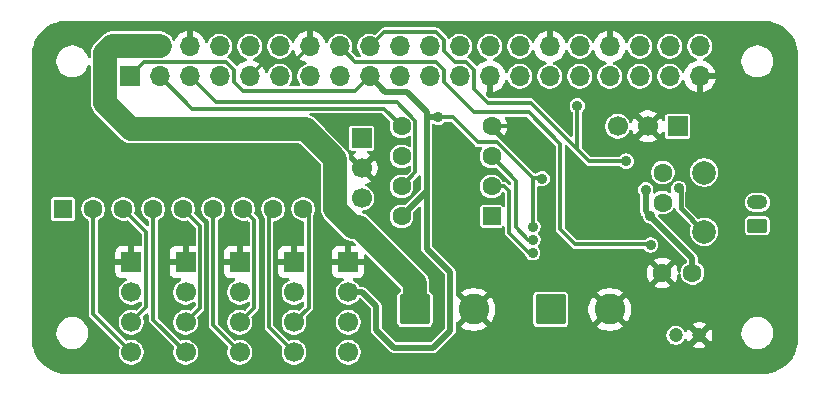
<source format=gbl>
G04 #@! TF.GenerationSoftware,KiCad,Pcbnew,9.0.3*
G04 #@! TF.CreationDate,2025-07-11T16:30:40-04:00*
G04 #@! TF.ProjectId,main,6d61696e-2e6b-4696-9361-645f70636258,rev?*
G04 #@! TF.SameCoordinates,Original*
G04 #@! TF.FileFunction,Copper,L2,Bot*
G04 #@! TF.FilePolarity,Positive*
%FSLAX46Y46*%
G04 Gerber Fmt 4.6, Leading zero omitted, Abs format (unit mm)*
G04 Created by KiCad (PCBNEW 9.0.3) date 2025-07-11 16:30:40*
%MOMM*%
%LPD*%
G01*
G04 APERTURE LIST*
G04 Aperture macros list*
%AMRoundRect*
0 Rectangle with rounded corners*
0 $1 Rounding radius*
0 $2 $3 $4 $5 $6 $7 $8 $9 X,Y pos of 4 corners*
0 Add a 4 corners polygon primitive as box body*
4,1,4,$2,$3,$4,$5,$6,$7,$8,$9,$2,$3,0*
0 Add four circle primitives for the rounded corners*
1,1,$1+$1,$2,$3*
1,1,$1+$1,$4,$5*
1,1,$1+$1,$6,$7*
1,1,$1+$1,$8,$9*
0 Add four rect primitives between the rounded corners*
20,1,$1+$1,$2,$3,$4,$5,0*
20,1,$1+$1,$4,$5,$6,$7,0*
20,1,$1+$1,$6,$7,$8,$9,0*
20,1,$1+$1,$8,$9,$2,$3,0*%
G04 Aperture macros list end*
G04 #@! TA.AperFunction,ComponentPad*
%ADD10R,1.700000X1.700000*%
G04 #@! TD*
G04 #@! TA.AperFunction,ComponentPad*
%ADD11C,1.700000*%
G04 #@! TD*
G04 #@! TA.AperFunction,ComponentPad*
%ADD12C,1.600000*%
G04 #@! TD*
G04 #@! TA.AperFunction,ComponentPad*
%ADD13C,2.000000*%
G04 #@! TD*
G04 #@! TA.AperFunction,ComponentPad*
%ADD14RoundRect,0.250000X-1.050000X-1.050000X1.050000X-1.050000X1.050000X1.050000X-1.050000X1.050000X0*%
G04 #@! TD*
G04 #@! TA.AperFunction,ComponentPad*
%ADD15C,2.600000*%
G04 #@! TD*
G04 #@! TA.AperFunction,ComponentPad*
%ADD16R,1.600000X1.600000*%
G04 #@! TD*
G04 #@! TA.AperFunction,ComponentPad*
%ADD17C,1.200000*%
G04 #@! TD*
G04 #@! TA.AperFunction,ComponentPad*
%ADD18RoundRect,0.250000X0.550000X0.550000X-0.550000X0.550000X-0.550000X-0.550000X0.550000X-0.550000X0*%
G04 #@! TD*
G04 #@! TA.AperFunction,ComponentPad*
%ADD19RoundRect,0.250000X0.625000X-0.350000X0.625000X0.350000X-0.625000X0.350000X-0.625000X-0.350000X0*%
G04 #@! TD*
G04 #@! TA.AperFunction,ComponentPad*
%ADD20O,1.750000X1.200000*%
G04 #@! TD*
G04 #@! TA.AperFunction,HeatsinkPad*
%ADD21C,0.500000*%
G04 #@! TD*
G04 #@! TA.AperFunction,HeatsinkPad*
%ADD22R,2.000000X3.500000*%
G04 #@! TD*
G04 #@! TA.AperFunction,ComponentPad*
%ADD23O,1.700000X1.700000*%
G04 #@! TD*
G04 #@! TA.AperFunction,ViaPad*
%ADD24C,0.900000*%
G04 #@! TD*
G04 #@! TA.AperFunction,Conductor*
%ADD25C,0.500000*%
G04 #@! TD*
G04 #@! TA.AperFunction,Conductor*
%ADD26C,0.400000*%
G04 #@! TD*
G04 #@! TA.AperFunction,Conductor*
%ADD27C,2.000000*%
G04 #@! TD*
G04 #@! TA.AperFunction,Conductor*
%ADD28C,0.350000*%
G04 #@! TD*
G04 APERTURE END LIST*
D10*
X128000000Y-80000000D03*
D11*
X128000000Y-82540000D03*
X128000000Y-85080000D03*
D10*
X117680000Y-90500000D03*
D11*
X117680000Y-93040000D03*
X117680000Y-95580000D03*
X117680000Y-98120000D03*
D12*
X153500000Y-82920000D03*
X153500000Y-85460000D03*
D13*
X157000000Y-87920000D03*
X157000000Y-82920000D03*
D10*
X113090000Y-90500000D03*
D11*
X113090000Y-93040000D03*
X113090000Y-95580000D03*
X113090000Y-98120000D03*
D14*
X132500000Y-94500000D03*
D15*
X137500000Y-94500000D03*
D16*
X102720000Y-86000000D03*
D12*
X105260000Y-86000000D03*
X107800000Y-86000000D03*
X110340000Y-86000000D03*
X112880000Y-86000000D03*
X115420000Y-86000000D03*
X117960000Y-86000000D03*
X120500000Y-86000000D03*
X123040000Y-86000000D03*
D10*
X122270000Y-90500000D03*
D11*
X122270000Y-93040000D03*
X122270000Y-95580000D03*
X122270000Y-98120000D03*
D10*
X108500000Y-90500000D03*
D11*
X108500000Y-93040000D03*
X108500000Y-95580000D03*
X108500000Y-98120000D03*
D17*
X154600000Y-96700000D03*
X156600000Y-96700000D03*
D18*
X139000000Y-86620000D03*
D12*
X139000000Y-84080000D03*
X139000000Y-81540000D03*
X139000000Y-79000000D03*
X131380000Y-79000000D03*
X131380000Y-81540000D03*
X131380000Y-84080000D03*
X131380000Y-86620000D03*
D14*
X144000000Y-94500000D03*
D15*
X149000000Y-94500000D03*
D19*
X161500000Y-87420000D03*
D20*
X161500000Y-85420000D03*
D10*
X126860000Y-90500000D03*
D11*
X126860000Y-93040000D03*
X126860000Y-95580000D03*
X126860000Y-98120000D03*
D21*
X148250000Y-87000000D03*
X148250000Y-85500000D03*
X148250000Y-84000000D03*
D22*
X147500000Y-85500000D03*
D21*
X146750000Y-87000000D03*
X146750000Y-85500000D03*
X146750000Y-84000000D03*
D12*
X156000000Y-91420000D03*
X153460000Y-91420000D03*
D10*
X154750000Y-79000000D03*
D11*
X152210000Y-79000000D03*
X149670000Y-79000000D03*
D10*
X108370000Y-74770000D03*
D23*
X108370000Y-72230000D03*
X110910000Y-74770000D03*
X110910000Y-72230000D03*
X113450000Y-74770000D03*
X113450000Y-72230000D03*
X115990000Y-74770000D03*
X115990000Y-72230000D03*
X118530000Y-74770000D03*
X118530000Y-72230000D03*
X121070000Y-74770000D03*
X121070000Y-72230000D03*
X123610000Y-74770000D03*
X123610000Y-72230000D03*
X126150000Y-74770000D03*
X126150000Y-72230000D03*
X128690000Y-74770000D03*
X128690000Y-72230000D03*
X131230000Y-74770000D03*
X131230000Y-72230000D03*
X133770000Y-74770000D03*
X133770000Y-72230000D03*
X136310000Y-74770000D03*
X136310000Y-72230000D03*
X138850000Y-74770000D03*
X138850000Y-72230000D03*
X141390000Y-74770000D03*
X141390000Y-72230000D03*
X143930000Y-74770000D03*
X143930000Y-72230000D03*
X146470000Y-74770000D03*
X146470000Y-72230000D03*
X149010000Y-74770000D03*
X149010000Y-72230000D03*
X151550000Y-74770000D03*
X151550000Y-72230000D03*
X154090000Y-74770000D03*
X154090000Y-72230000D03*
X156630000Y-74770000D03*
X156630000Y-72230000D03*
D24*
X143285479Y-83424160D03*
X135200000Y-81200000D03*
X118500000Y-83500000D03*
X145200000Y-90800000D03*
X135200000Y-84600000D03*
X148000000Y-90800000D03*
X124600000Y-88400000D03*
X106200000Y-88400000D03*
X111200000Y-81000000D03*
X146600000Y-90800000D03*
X152456636Y-89043364D03*
X146250000Y-77250000D03*
X150400000Y-81950000D03*
X134500000Y-78250000D03*
X142500000Y-87500000D03*
X152049017Y-84369570D03*
X142474000Y-89699698D03*
X142500000Y-88600003D03*
X154839000Y-84259000D03*
X152450000Y-86600000D03*
D25*
X156000000Y-91420000D02*
X156000000Y-90150000D01*
X156000000Y-90150000D02*
X152450000Y-86600000D01*
X152450000Y-86600000D02*
X152049017Y-86199017D01*
X152049017Y-86199017D02*
X152049017Y-84369570D01*
D26*
X155000000Y-84420000D02*
X155000000Y-85920000D01*
X155000000Y-85920000D02*
X157000000Y-87920000D01*
X154839000Y-84259000D02*
X155000000Y-84420000D01*
D27*
X132500000Y-94500000D02*
X132500000Y-92250000D01*
X132500000Y-92250000D02*
X127750000Y-87500000D01*
X127750000Y-87500000D02*
X127250000Y-87500000D01*
X123250000Y-79250000D02*
X108500000Y-79250000D01*
X106250000Y-72788000D02*
X106870000Y-72168000D01*
X127250000Y-87500000D02*
X125750000Y-86000000D01*
X106870000Y-72168000D02*
X110910000Y-72168000D01*
X125750000Y-86000000D02*
X125750000Y-81750000D01*
X108500000Y-79250000D02*
X106250000Y-77000000D01*
X125750000Y-81750000D02*
X123250000Y-79250000D01*
X106250000Y-77000000D02*
X106250000Y-72788000D01*
D28*
X144249000Y-89849000D02*
X145200000Y-90800000D01*
D27*
X146750000Y-84000000D02*
X146750000Y-87000000D01*
D28*
X122384000Y-73456000D02*
X119844000Y-73456000D01*
D27*
X146750000Y-87000000D02*
X148250000Y-87000000D01*
D28*
X119844000Y-73456000D02*
X118530000Y-74770000D01*
X144249000Y-82880859D02*
X144249000Y-89849000D01*
D27*
X146750000Y-84000000D02*
X148250000Y-84000000D01*
D28*
X123610000Y-72230000D02*
X122384000Y-73456000D01*
D27*
X148250000Y-84000000D02*
X148250000Y-87000000D01*
D28*
X156440000Y-74770000D02*
X156630000Y-74770000D01*
X140368141Y-79000000D02*
X144249000Y-82880859D01*
X139000000Y-79000000D02*
X140368141Y-79000000D01*
X129880000Y-77500000D02*
X113640000Y-77500000D01*
X131380000Y-79000000D02*
X129880000Y-77500000D01*
X113640000Y-77500000D02*
X110910000Y-74770000D01*
X130992116Y-76949000D02*
X132556000Y-78512884D01*
X113450000Y-74770000D02*
X115629000Y-76949000D01*
X115629000Y-76949000D02*
X130992116Y-76949000D01*
X132556000Y-78512884D02*
X132556000Y-82904000D01*
X132556000Y-82904000D02*
X131380000Y-84080000D01*
X152456636Y-89043364D02*
X152413272Y-89000000D01*
X152413272Y-89000000D02*
X146100000Y-89000000D01*
X127464000Y-73544000D02*
X126150000Y-72230000D01*
X134277826Y-73544000D02*
X127464000Y-73544000D01*
X137542174Y-77824000D02*
X134996000Y-75277826D01*
X146100000Y-89000000D02*
X144800000Y-87700000D01*
X134996000Y-75277826D02*
X134996000Y-74262174D01*
X142124000Y-77824000D02*
X137542174Y-77824000D01*
X144800000Y-87700000D02*
X144800000Y-80500000D01*
X144800000Y-80500000D02*
X142124000Y-77824000D01*
X134996000Y-74262174D02*
X134277826Y-73544000D01*
X135890174Y-73544000D02*
X135000000Y-72653826D01*
X142300000Y-77000000D02*
X138680768Y-77000000D01*
X137536000Y-75855232D02*
X137536000Y-74262174D01*
X135000000Y-71726174D02*
X134277826Y-71004000D01*
X134277826Y-71004000D02*
X129916000Y-71004000D01*
X147250000Y-81950000D02*
X142300000Y-77000000D01*
X129916000Y-71004000D02*
X128690000Y-72230000D01*
X146250000Y-80950000D02*
X147250000Y-81950000D01*
X146250000Y-77250000D02*
X146250000Y-80950000D01*
X137536000Y-74262174D02*
X136817826Y-73544000D01*
X138680768Y-77000000D02*
X137536000Y-75855232D01*
X135000000Y-72653826D02*
X135000000Y-71726174D01*
X150400000Y-81950000D02*
X147250000Y-81950000D01*
X136817826Y-73544000D02*
X135890174Y-73544000D01*
D25*
X133500000Y-84500000D02*
X133500000Y-89360943D01*
D28*
X137864000Y-80364000D02*
X135750000Y-78250000D01*
D25*
X130750000Y-97750000D02*
X129250000Y-96250000D01*
X128040000Y-93040000D02*
X126860000Y-93040000D01*
D28*
X128690000Y-74770000D02*
X127464000Y-75996000D01*
X116497826Y-73544000D02*
X109596000Y-73544000D01*
X127464000Y-75996000D02*
X117934174Y-75996000D01*
D25*
X131821000Y-76071000D02*
X129991000Y-76071000D01*
X133500000Y-89360943D02*
X135500000Y-91360943D01*
X135500000Y-96288605D02*
X134038605Y-97750000D01*
X129250000Y-94250000D02*
X128040000Y-93040000D01*
D28*
X117216000Y-75277826D02*
X117216000Y-74262174D01*
X139487116Y-80364000D02*
X137864000Y-80364000D01*
D25*
X129250000Y-96250000D02*
X129250000Y-94250000D01*
D28*
X143238203Y-83376884D02*
X142500000Y-83376884D01*
X109596000Y-73544000D02*
X108370000Y-74770000D01*
D25*
X133500000Y-84500000D02*
X131380000Y-86620000D01*
D28*
X117216000Y-74262174D02*
X116497826Y-73544000D01*
D25*
X135500000Y-91360943D02*
X135500000Y-96288605D01*
D28*
X142500000Y-87500000D02*
X142500000Y-83376884D01*
D25*
X133500000Y-77750000D02*
X131821000Y-76071000D01*
D28*
X143285479Y-83424160D02*
X143238203Y-83376884D01*
X135750000Y-78250000D02*
X134500000Y-78250000D01*
X117934174Y-75996000D02*
X117216000Y-75277826D01*
D25*
X129991000Y-76071000D02*
X128690000Y-74770000D01*
D28*
X142500000Y-83376884D02*
X139487116Y-80364000D01*
D25*
X134038605Y-97750000D02*
X130750000Y-97750000D01*
X133500000Y-78250000D02*
X133500000Y-77750000D01*
X134500000Y-78250000D02*
X133500000Y-78250000D01*
X133500000Y-78250000D02*
X133500000Y-84500000D01*
D28*
X108500000Y-98120000D02*
X105260000Y-94880000D01*
X105260000Y-94880000D02*
X105260000Y-86000000D01*
X108500000Y-95580000D02*
X109750000Y-94330000D01*
X109750000Y-87950000D02*
X107800000Y-86000000D01*
X109750000Y-94330000D02*
X109750000Y-87950000D01*
X110340000Y-95370000D02*
X110340000Y-86000000D01*
X113090000Y-98120000D02*
X110340000Y-95370000D01*
X117680000Y-98120000D02*
X115420000Y-95860000D01*
X115420000Y-95860000D02*
X115420000Y-86000000D01*
X122270000Y-95580000D02*
X123500000Y-94350000D01*
X123500000Y-86460000D02*
X123040000Y-86000000D01*
X123500000Y-94350000D02*
X123500000Y-86460000D01*
X140080000Y-84080000D02*
X139000000Y-84080000D01*
X142474000Y-89699698D02*
X142199698Y-89699698D01*
X142199698Y-89699698D02*
X140500000Y-88000000D01*
X140500000Y-84500000D02*
X140080000Y-84080000D01*
X140500000Y-88000000D02*
X140500000Y-84500000D01*
X141051000Y-83591000D02*
X139000000Y-81540000D01*
X142100003Y-88600003D02*
X141051000Y-87551000D01*
X141051000Y-87551000D02*
X141051000Y-83591000D01*
X142500000Y-88600003D02*
X142100003Y-88600003D01*
X113090000Y-95580000D02*
X114316000Y-94354000D01*
X114316000Y-94354000D02*
X114316000Y-87436000D01*
X114316000Y-87436000D02*
X112880000Y-86000000D01*
X122270000Y-98120000D02*
X120150000Y-96000000D01*
X120150000Y-96000000D02*
X120150000Y-86350000D01*
X120150000Y-86350000D02*
X120500000Y-86000000D01*
X117500000Y-86000000D02*
X117960000Y-86000000D01*
X117680000Y-95580000D02*
X118906000Y-94354000D01*
X118906000Y-94354000D02*
X118906000Y-86946000D01*
X118906000Y-86946000D02*
X117960000Y-86000000D01*
D27*
X108370000Y-72230000D02*
X108432000Y-72168000D01*
G04 #@! TA.AperFunction,Conductor*
G36*
X129740140Y-77895185D02*
G01*
X129760782Y-77911819D01*
X130400126Y-78551163D01*
X130433611Y-78612486D01*
X130428627Y-78682178D01*
X130427008Y-78686291D01*
X130417950Y-78708160D01*
X130417947Y-78708171D01*
X130379500Y-78901456D01*
X130379500Y-78901459D01*
X130379500Y-79098541D01*
X130379500Y-79098543D01*
X130379499Y-79098543D01*
X130417947Y-79291829D01*
X130417950Y-79291839D01*
X130493364Y-79473907D01*
X130493371Y-79473920D01*
X130602860Y-79637781D01*
X130602863Y-79637785D01*
X130742214Y-79777136D01*
X130742218Y-79777139D01*
X130906079Y-79886628D01*
X130906092Y-79886635D01*
X131013058Y-79930941D01*
X131088165Y-79962051D01*
X131088169Y-79962051D01*
X131088170Y-79962052D01*
X131281456Y-80000500D01*
X131281459Y-80000500D01*
X131478543Y-80000500D01*
X131608582Y-79974632D01*
X131671835Y-79962051D01*
X131853914Y-79886632D01*
X131987609Y-79797300D01*
X132054286Y-79776422D01*
X132121667Y-79794906D01*
X132168357Y-79846885D01*
X132180500Y-79900402D01*
X132180500Y-80639597D01*
X132160815Y-80706636D01*
X132108011Y-80752391D01*
X132038853Y-80762335D01*
X131987610Y-80742699D01*
X131853925Y-80653374D01*
X131853907Y-80653364D01*
X131671839Y-80577950D01*
X131671829Y-80577947D01*
X131478543Y-80539500D01*
X131478541Y-80539500D01*
X131281459Y-80539500D01*
X131281457Y-80539500D01*
X131088170Y-80577947D01*
X131088160Y-80577950D01*
X130906092Y-80653364D01*
X130906079Y-80653371D01*
X130742218Y-80762860D01*
X130742214Y-80762863D01*
X130602863Y-80902214D01*
X130602860Y-80902218D01*
X130493371Y-81066079D01*
X130493364Y-81066092D01*
X130417950Y-81248160D01*
X130417947Y-81248170D01*
X130379500Y-81441456D01*
X130379500Y-81441459D01*
X130379500Y-81638541D01*
X130379500Y-81638543D01*
X130379499Y-81638543D01*
X130417947Y-81831829D01*
X130417950Y-81831839D01*
X130493364Y-82013907D01*
X130493371Y-82013920D01*
X130602860Y-82177781D01*
X130602863Y-82177785D01*
X130742214Y-82317136D01*
X130742218Y-82317139D01*
X130906079Y-82426628D01*
X130906092Y-82426635D01*
X131020863Y-82474174D01*
X131088165Y-82502051D01*
X131088169Y-82502051D01*
X131088170Y-82502052D01*
X131281456Y-82540500D01*
X131281459Y-82540500D01*
X131478543Y-82540500D01*
X131608582Y-82514632D01*
X131671835Y-82502051D01*
X131853914Y-82426632D01*
X131987609Y-82337300D01*
X132054286Y-82316422D01*
X132121667Y-82334906D01*
X132168357Y-82386885D01*
X132180500Y-82440402D01*
X132180500Y-82697100D01*
X132160815Y-82764139D01*
X132144181Y-82784781D01*
X131828835Y-83100126D01*
X131767512Y-83133611D01*
X131697820Y-83128627D01*
X131693704Y-83127007D01*
X131671836Y-83117949D01*
X131671828Y-83117947D01*
X131478543Y-83079500D01*
X131478541Y-83079500D01*
X131281459Y-83079500D01*
X131281457Y-83079500D01*
X131088170Y-83117947D01*
X131088160Y-83117950D01*
X130906092Y-83193364D01*
X130906079Y-83193371D01*
X130742218Y-83302860D01*
X130742214Y-83302863D01*
X130602863Y-83442214D01*
X130602860Y-83442218D01*
X130493371Y-83606079D01*
X130493364Y-83606092D01*
X130417950Y-83788160D01*
X130417947Y-83788170D01*
X130379500Y-83981456D01*
X130379500Y-83981459D01*
X130379500Y-84178541D01*
X130379500Y-84178543D01*
X130379499Y-84178543D01*
X130417947Y-84371829D01*
X130417950Y-84371839D01*
X130493364Y-84553907D01*
X130493371Y-84553920D01*
X130602860Y-84717781D01*
X130602863Y-84717785D01*
X130742214Y-84857136D01*
X130742218Y-84857139D01*
X130906079Y-84966628D01*
X130906092Y-84966635D01*
X131085195Y-85040821D01*
X131088165Y-85042051D01*
X131088169Y-85042051D01*
X131088170Y-85042052D01*
X131281456Y-85080500D01*
X131281459Y-85080500D01*
X131478543Y-85080500D01*
X131608582Y-85054632D01*
X131671835Y-85042051D01*
X131853914Y-84966632D01*
X132017782Y-84857139D01*
X132157139Y-84717782D01*
X132266632Y-84553914D01*
X132342051Y-84371835D01*
X132363496Y-84264024D01*
X132380500Y-84178543D01*
X132380500Y-83981456D01*
X132342052Y-83788170D01*
X132342051Y-83788169D01*
X132342051Y-83788165D01*
X132332992Y-83766296D01*
X132325523Y-83696830D01*
X132356796Y-83634350D01*
X132359841Y-83631194D01*
X132837821Y-83153215D01*
X132899142Y-83119732D01*
X132968834Y-83124716D01*
X133024767Y-83166588D01*
X133049184Y-83232052D01*
X133049500Y-83240898D01*
X133049500Y-84262034D01*
X133029815Y-84329073D01*
X133013181Y-84349715D01*
X131746320Y-85616575D01*
X131684997Y-85650060D01*
X131634448Y-85650511D01*
X131478545Y-85619500D01*
X131478541Y-85619500D01*
X131281459Y-85619500D01*
X131281457Y-85619500D01*
X131088170Y-85657947D01*
X131088160Y-85657950D01*
X130906092Y-85733364D01*
X130906079Y-85733371D01*
X130742218Y-85842860D01*
X130742214Y-85842863D01*
X130602863Y-85982214D01*
X130602860Y-85982218D01*
X130493371Y-86146079D01*
X130493364Y-86146092D01*
X130417950Y-86328160D01*
X130417947Y-86328170D01*
X130379500Y-86521456D01*
X130379500Y-86521459D01*
X130379500Y-86718541D01*
X130379500Y-86718543D01*
X130379499Y-86718543D01*
X130417947Y-86911829D01*
X130417950Y-86911839D01*
X130493364Y-87093907D01*
X130493371Y-87093920D01*
X130602860Y-87257781D01*
X130602863Y-87257785D01*
X130742214Y-87397136D01*
X130742218Y-87397139D01*
X130906079Y-87506628D01*
X130906092Y-87506635D01*
X131065814Y-87572793D01*
X131088165Y-87582051D01*
X131088169Y-87582051D01*
X131088170Y-87582052D01*
X131281456Y-87620500D01*
X131281459Y-87620500D01*
X131478543Y-87620500D01*
X131651278Y-87586140D01*
X131671835Y-87582051D01*
X131853914Y-87506632D01*
X132017782Y-87397139D01*
X132157139Y-87257782D01*
X132266632Y-87093914D01*
X132342051Y-86911835D01*
X132360368Y-86819750D01*
X132380500Y-86718543D01*
X132380500Y-86521456D01*
X132350950Y-86372904D01*
X132349487Y-86365548D01*
X132355714Y-86295960D01*
X132383420Y-86253681D01*
X132837820Y-85799282D01*
X132899142Y-85765798D01*
X132968834Y-85770782D01*
X133024767Y-85812654D01*
X133049184Y-85878118D01*
X133049500Y-85886964D01*
X133049500Y-89420254D01*
X133062598Y-89469132D01*
X133062599Y-89469136D01*
X133080199Y-89534828D01*
X133088174Y-89548640D01*
X133139511Y-89637557D01*
X133139513Y-89637559D01*
X135013181Y-91511227D01*
X135046666Y-91572550D01*
X135049500Y-91598908D01*
X135049500Y-96050639D01*
X135029815Y-96117678D01*
X135013181Y-96138320D01*
X133888321Y-97263181D01*
X133826998Y-97296666D01*
X133800640Y-97299500D01*
X130987965Y-97299500D01*
X130920926Y-97279815D01*
X130900284Y-97263181D01*
X129736819Y-96099716D01*
X129703334Y-96038393D01*
X129700500Y-96012035D01*
X129700500Y-94190693D01*
X129700500Y-94190691D01*
X129669799Y-94076114D01*
X129625906Y-94000089D01*
X129610489Y-93973386D01*
X128316614Y-92679511D01*
X128265250Y-92649856D01*
X128213888Y-92620201D01*
X128201780Y-92616957D01*
X128189673Y-92613713D01*
X128189670Y-92613712D01*
X128151478Y-92603478D01*
X128099309Y-92589500D01*
X128099308Y-92589500D01*
X127888691Y-92589500D01*
X127821652Y-92569815D01*
X127785589Y-92534391D01*
X127675977Y-92370344D01*
X127529657Y-92224024D01*
X127412766Y-92145921D01*
X127357598Y-92109059D01*
X127308112Y-92088561D01*
X127253709Y-92044720D01*
X127231644Y-91978426D01*
X127248923Y-91910726D01*
X127300061Y-91863116D01*
X127355565Y-91850000D01*
X127757828Y-91850000D01*
X127757844Y-91849999D01*
X127817372Y-91843598D01*
X127817379Y-91843596D01*
X127952086Y-91793354D01*
X127952093Y-91793350D01*
X128067187Y-91707190D01*
X128067190Y-91707187D01*
X128153350Y-91592093D01*
X128153354Y-91592086D01*
X128203596Y-91457379D01*
X128203598Y-91457372D01*
X128209999Y-91397844D01*
X128210000Y-91397827D01*
X128210000Y-90750000D01*
X127293012Y-90750000D01*
X127325925Y-90692993D01*
X127360000Y-90565826D01*
X127360000Y-90434174D01*
X127325925Y-90307007D01*
X127293012Y-90250000D01*
X128210000Y-90250000D01*
X128210000Y-89957126D01*
X128229685Y-89890087D01*
X128282489Y-89844332D01*
X128351647Y-89834388D01*
X128415203Y-89863413D01*
X128421681Y-89869445D01*
X131263181Y-92710945D01*
X131277884Y-92737872D01*
X131294477Y-92763691D01*
X131295368Y-92769891D01*
X131296666Y-92772268D01*
X131299500Y-92798626D01*
X131299500Y-92939520D01*
X131279815Y-93006559D01*
X131243371Y-93040031D01*
X131244595Y-93041689D01*
X131127850Y-93127850D01*
X131047207Y-93237117D01*
X131047206Y-93237119D01*
X131002353Y-93365298D01*
X131002353Y-93365300D01*
X130999500Y-93395730D01*
X130999500Y-95604269D01*
X131002353Y-95634699D01*
X131002353Y-95634701D01*
X131047206Y-95762880D01*
X131047207Y-95762882D01*
X131127850Y-95872150D01*
X131237118Y-95952793D01*
X131279845Y-95967744D01*
X131365299Y-95997646D01*
X131395730Y-96000500D01*
X131395734Y-96000500D01*
X133604270Y-96000500D01*
X133634699Y-95997646D01*
X133634701Y-95997646D01*
X133698790Y-95975219D01*
X133762882Y-95952793D01*
X133872150Y-95872150D01*
X133952793Y-95762882D01*
X133980582Y-95683465D01*
X133997646Y-95634701D01*
X133997646Y-95634699D01*
X134000500Y-95604269D01*
X134000500Y-93395730D01*
X133997646Y-93365300D01*
X133997646Y-93365298D01*
X133952793Y-93237119D01*
X133952792Y-93237117D01*
X133872150Y-93127850D01*
X133762882Y-93047207D01*
X133762881Y-93047206D01*
X133755405Y-93041689D01*
X133756862Y-93039714D01*
X133716485Y-93000420D01*
X133700500Y-92939520D01*
X133700500Y-92155513D01*
X133670940Y-91968881D01*
X133613907Y-91793354D01*
X133612547Y-91789168D01*
X133612545Y-91789165D01*
X133612545Y-91789163D01*
X133526759Y-91620800D01*
X133507207Y-91593888D01*
X133507205Y-91593887D01*
X133507205Y-91593886D01*
X133415690Y-91467926D01*
X128532074Y-86584310D01*
X128379199Y-86473240D01*
X128354847Y-86460832D01*
X128210836Y-86387454D01*
X128131471Y-86361667D01*
X128073796Y-86322229D01*
X128046598Y-86257870D01*
X128058513Y-86189024D01*
X128105758Y-86137548D01*
X128145599Y-86122119D01*
X128306420Y-86090130D01*
X128497598Y-86010941D01*
X128669655Y-85895977D01*
X128815977Y-85749655D01*
X128930941Y-85577598D01*
X129010130Y-85386420D01*
X129050500Y-85183465D01*
X129050500Y-84976535D01*
X129010130Y-84773580D01*
X128930941Y-84582402D01*
X128815977Y-84410345D01*
X128815975Y-84410342D01*
X128669657Y-84264024D01*
X128499006Y-84150000D01*
X128497598Y-84149059D01*
X128497593Y-84149057D01*
X128357287Y-84090940D01*
X128332890Y-84080834D01*
X128278488Y-84036994D01*
X128256423Y-83970700D01*
X128273702Y-83903001D01*
X128324839Y-83855390D01*
X128342026Y-83848343D01*
X128518217Y-83791095D01*
X128707554Y-83694622D01*
X128761716Y-83655270D01*
X128761717Y-83655270D01*
X128129408Y-83022962D01*
X128192993Y-83005925D01*
X128307007Y-82940099D01*
X128400099Y-82847007D01*
X128465925Y-82732993D01*
X128482962Y-82669408D01*
X129115270Y-83301717D01*
X129115270Y-83301716D01*
X129154622Y-83247554D01*
X129251095Y-83058217D01*
X129316757Y-82856130D01*
X129316757Y-82856127D01*
X129350000Y-82646246D01*
X129350000Y-82433753D01*
X129316757Y-82223872D01*
X129316757Y-82223869D01*
X129251095Y-82021782D01*
X129154624Y-81832449D01*
X129115270Y-81778282D01*
X129115269Y-81778282D01*
X128482962Y-82410590D01*
X128465925Y-82347007D01*
X128400099Y-82232993D01*
X128307007Y-82139901D01*
X128192993Y-82074075D01*
X128129409Y-82057037D01*
X128761716Y-81424728D01*
X128707550Y-81385375D01*
X128513879Y-81286694D01*
X128514396Y-81285678D01*
X128464192Y-81245221D01*
X128442127Y-81178927D01*
X128459406Y-81111228D01*
X128510542Y-81063617D01*
X128566048Y-81050500D01*
X128869750Y-81050500D01*
X128869751Y-81050499D01*
X128884568Y-81047552D01*
X128928229Y-81038868D01*
X128928229Y-81038867D01*
X128928231Y-81038867D01*
X128994552Y-80994552D01*
X129038867Y-80928231D01*
X129038867Y-80928229D01*
X129038868Y-80928229D01*
X129050499Y-80869752D01*
X129050500Y-80869750D01*
X129050500Y-79130249D01*
X129050499Y-79130247D01*
X129038868Y-79071770D01*
X129038867Y-79071769D01*
X128994552Y-79005447D01*
X128928230Y-78961132D01*
X128928229Y-78961131D01*
X128869752Y-78949500D01*
X128869748Y-78949500D01*
X127130252Y-78949500D01*
X127130247Y-78949500D01*
X127071770Y-78961131D01*
X127071769Y-78961132D01*
X127005447Y-79005447D01*
X126961132Y-79071769D01*
X126961131Y-79071770D01*
X126949500Y-79130247D01*
X126949500Y-80869752D01*
X126961131Y-80928229D01*
X126961132Y-80928230D01*
X127005447Y-80994552D01*
X127071769Y-81038867D01*
X127071770Y-81038868D01*
X127130247Y-81050499D01*
X127130250Y-81050500D01*
X127433952Y-81050500D01*
X127500991Y-81070185D01*
X127546746Y-81122989D01*
X127556690Y-81192147D01*
X127527665Y-81255703D01*
X127485735Y-81285938D01*
X127486121Y-81286694D01*
X127292439Y-81385380D01*
X127238282Y-81424727D01*
X127238282Y-81424728D01*
X127870591Y-82057037D01*
X127807007Y-82074075D01*
X127692993Y-82139901D01*
X127599901Y-82232993D01*
X127534075Y-82347007D01*
X127517037Y-82410591D01*
X126986819Y-81880373D01*
X126953334Y-81819050D01*
X126950500Y-81792692D01*
X126950500Y-81655513D01*
X126920940Y-81468881D01*
X126862545Y-81289163D01*
X126807210Y-81180562D01*
X126776760Y-81120801D01*
X126665690Y-80967927D01*
X126532073Y-80834310D01*
X125736630Y-80038867D01*
X124909605Y-79211841D01*
X124032076Y-78334312D01*
X124032075Y-78334311D01*
X124032074Y-78334310D01*
X123879199Y-78223240D01*
X123845615Y-78206128D01*
X123710836Y-78137454D01*
X123670884Y-78124473D01*
X123649209Y-78117430D01*
X123591535Y-78077993D01*
X123564337Y-78013634D01*
X123576252Y-77944788D01*
X123623496Y-77893312D01*
X123687529Y-77875500D01*
X129673101Y-77875500D01*
X129740140Y-77895185D01*
G37*
G04 #@! TD.AperFunction*
G04 #@! TA.AperFunction,Conductor*
G36*
X162003472Y-70050695D02*
G01*
X162323297Y-70068656D01*
X162337094Y-70070210D01*
X162649457Y-70123283D01*
X162663014Y-70126377D01*
X162967469Y-70214089D01*
X162980593Y-70218682D01*
X163273304Y-70339926D01*
X163285826Y-70345955D01*
X163452594Y-70438125D01*
X163563139Y-70499221D01*
X163574900Y-70506611D01*
X163833314Y-70689966D01*
X163844174Y-70698627D01*
X164080418Y-70909749D01*
X164090250Y-70919581D01*
X164301372Y-71155825D01*
X164310035Y-71166687D01*
X164493385Y-71425094D01*
X164500778Y-71436860D01*
X164654040Y-71714166D01*
X164660073Y-71726695D01*
X164781317Y-72019406D01*
X164785910Y-72032530D01*
X164873622Y-72336985D01*
X164876716Y-72350542D01*
X164929787Y-72662894D01*
X164931344Y-72676712D01*
X164935360Y-72748214D01*
X164948166Y-72976255D01*
X164949305Y-72996527D01*
X164949500Y-73003480D01*
X164949500Y-96996519D01*
X164949305Y-97003472D01*
X164931344Y-97323287D01*
X164929787Y-97337105D01*
X164876716Y-97649457D01*
X164873622Y-97663014D01*
X164785910Y-97967469D01*
X164781317Y-97980593D01*
X164660073Y-98273304D01*
X164654040Y-98285833D01*
X164500778Y-98563139D01*
X164493380Y-98574913D01*
X164310043Y-98833302D01*
X164301372Y-98844174D01*
X164090250Y-99080418D01*
X164080418Y-99090250D01*
X163844174Y-99301372D01*
X163833302Y-99310043D01*
X163574913Y-99493380D01*
X163563139Y-99500778D01*
X163285833Y-99654040D01*
X163273304Y-99660073D01*
X162980593Y-99781317D01*
X162967469Y-99785910D01*
X162663014Y-99873622D01*
X162649457Y-99876716D01*
X162337105Y-99929787D01*
X162323287Y-99931344D01*
X162003472Y-99949305D01*
X161996519Y-99949500D01*
X103003481Y-99949500D01*
X102996528Y-99949305D01*
X102676712Y-99931344D01*
X102662894Y-99929787D01*
X102350542Y-99876716D01*
X102336985Y-99873622D01*
X102032530Y-99785910D01*
X102019406Y-99781317D01*
X101726695Y-99660073D01*
X101714166Y-99654040D01*
X101436860Y-99500778D01*
X101425094Y-99493385D01*
X101166687Y-99310035D01*
X101155825Y-99301372D01*
X100919581Y-99090250D01*
X100909749Y-99080418D01*
X100698627Y-98844174D01*
X100689966Y-98833314D01*
X100506611Y-98574900D01*
X100499221Y-98563139D01*
X100423659Y-98426420D01*
X100345955Y-98285826D01*
X100339926Y-98273304D01*
X100218682Y-97980593D01*
X100214089Y-97967469D01*
X100135366Y-97694217D01*
X100126376Y-97663012D01*
X100123283Y-97649457D01*
X100094127Y-97477858D01*
X100070210Y-97337094D01*
X100068656Y-97323297D01*
X100050695Y-97003472D01*
X100050500Y-96996519D01*
X100050500Y-96393713D01*
X102149500Y-96393713D01*
X102149500Y-96606287D01*
X102182754Y-96816243D01*
X102241329Y-96996519D01*
X102248444Y-97018414D01*
X102344951Y-97207820D01*
X102469890Y-97379786D01*
X102620213Y-97530109D01*
X102792179Y-97655048D01*
X102792181Y-97655049D01*
X102792184Y-97655051D01*
X102981588Y-97751557D01*
X103183757Y-97817246D01*
X103393713Y-97850500D01*
X103393714Y-97850500D01*
X103606286Y-97850500D01*
X103606287Y-97850500D01*
X103816243Y-97817246D01*
X104018412Y-97751557D01*
X104207816Y-97655051D01*
X104229789Y-97639086D01*
X104379786Y-97530109D01*
X104379788Y-97530106D01*
X104379792Y-97530104D01*
X104530104Y-97379792D01*
X104530106Y-97379788D01*
X104530109Y-97379786D01*
X104655048Y-97207820D01*
X104655047Y-97207820D01*
X104655051Y-97207816D01*
X104751557Y-97018412D01*
X104817246Y-96816243D01*
X104850500Y-96606287D01*
X104850500Y-96393713D01*
X104817246Y-96183757D01*
X104751557Y-95981588D01*
X104655051Y-95792184D01*
X104655049Y-95792181D01*
X104655048Y-95792179D01*
X104530109Y-95620213D01*
X104379786Y-95469890D01*
X104207820Y-95344951D01*
X104018414Y-95248444D01*
X104018413Y-95248443D01*
X104018412Y-95248443D01*
X103816243Y-95182754D01*
X103816241Y-95182753D01*
X103816240Y-95182753D01*
X103654957Y-95157208D01*
X103606287Y-95149500D01*
X103393713Y-95149500D01*
X103345042Y-95157208D01*
X103183760Y-95182753D01*
X102981585Y-95248444D01*
X102792179Y-95344951D01*
X102620213Y-95469890D01*
X102469890Y-95620213D01*
X102344951Y-95792179D01*
X102248444Y-95981585D01*
X102182753Y-96183760D01*
X102162868Y-96309309D01*
X102149500Y-96393713D01*
X100050500Y-96393713D01*
X100050500Y-85180247D01*
X101719500Y-85180247D01*
X101719500Y-86819752D01*
X101731131Y-86878229D01*
X101731132Y-86878230D01*
X101775447Y-86944552D01*
X101841769Y-86988867D01*
X101841770Y-86988868D01*
X101900247Y-87000499D01*
X101900250Y-87000500D01*
X101900252Y-87000500D01*
X103539750Y-87000500D01*
X103539751Y-87000499D01*
X103566514Y-86995176D01*
X103598229Y-86988868D01*
X103598229Y-86988867D01*
X103598231Y-86988867D01*
X103664552Y-86944552D01*
X103708867Y-86878231D01*
X103708867Y-86878229D01*
X103708868Y-86878229D01*
X103720499Y-86819752D01*
X103720500Y-86819750D01*
X103720500Y-86098543D01*
X104259499Y-86098543D01*
X104297947Y-86291829D01*
X104297950Y-86291839D01*
X104373364Y-86473907D01*
X104373371Y-86473920D01*
X104482860Y-86637781D01*
X104482863Y-86637785D01*
X104622217Y-86777139D01*
X104773513Y-86878231D01*
X104786086Y-86886632D01*
X104807952Y-86895689D01*
X104862355Y-86939529D01*
X104884421Y-87005823D01*
X104884500Y-87010250D01*
X104884500Y-94929435D01*
X104910090Y-95024938D01*
X104935833Y-95069526D01*
X104959526Y-95110563D01*
X104959528Y-95110565D01*
X107481857Y-97632894D01*
X107515342Y-97694217D01*
X107510358Y-97763909D01*
X107508738Y-97768026D01*
X107489870Y-97813579D01*
X107489868Y-97813582D01*
X107449500Y-98016530D01*
X107449500Y-98223469D01*
X107489868Y-98426412D01*
X107489870Y-98426420D01*
X107569058Y-98617596D01*
X107684024Y-98789657D01*
X107830342Y-98935975D01*
X107830345Y-98935977D01*
X108002402Y-99050941D01*
X108193580Y-99130130D01*
X108396530Y-99170499D01*
X108396534Y-99170500D01*
X108396535Y-99170500D01*
X108603466Y-99170500D01*
X108603467Y-99170499D01*
X108806420Y-99130130D01*
X108997598Y-99050941D01*
X109169655Y-98935977D01*
X109315977Y-98789655D01*
X109430941Y-98617598D01*
X109510130Y-98426420D01*
X109550500Y-98223465D01*
X109550500Y-98016535D01*
X109510130Y-97813580D01*
X109430941Y-97622402D01*
X109315977Y-97450345D01*
X109315975Y-97450342D01*
X109169657Y-97304024D01*
X109083626Y-97246541D01*
X108997598Y-97189059D01*
X108806420Y-97109870D01*
X108806412Y-97109868D01*
X108603469Y-97069500D01*
X108603465Y-97069500D01*
X108396535Y-97069500D01*
X108396530Y-97069500D01*
X108193582Y-97109868D01*
X108193579Y-97109870D01*
X108148026Y-97128738D01*
X108078557Y-97136205D01*
X108016078Y-97104930D01*
X108012894Y-97101857D01*
X105671819Y-94760782D01*
X105638334Y-94699459D01*
X105635500Y-94673101D01*
X105635500Y-87010250D01*
X105655185Y-86943211D01*
X105707989Y-86897456D01*
X105712016Y-86895702D01*
X105733914Y-86886632D01*
X105897782Y-86777139D01*
X106037139Y-86637782D01*
X106146632Y-86473914D01*
X106222051Y-86291835D01*
X106244779Y-86177576D01*
X106260500Y-86098543D01*
X106799499Y-86098543D01*
X106837947Y-86291829D01*
X106837950Y-86291839D01*
X106913364Y-86473907D01*
X106913371Y-86473920D01*
X107022860Y-86637781D01*
X107022863Y-86637785D01*
X107162214Y-86777136D01*
X107162218Y-86777139D01*
X107326079Y-86886628D01*
X107326092Y-86886635D01*
X107500128Y-86958722D01*
X107508165Y-86962051D01*
X107508169Y-86962051D01*
X107508170Y-86962052D01*
X107701456Y-87000500D01*
X107701459Y-87000500D01*
X107898543Y-87000500D01*
X108028582Y-86974632D01*
X108091835Y-86962051D01*
X108113702Y-86952992D01*
X108183171Y-86945524D01*
X108245650Y-86976799D01*
X108248836Y-86979873D01*
X109338181Y-88069218D01*
X109371666Y-88130541D01*
X109374500Y-88156899D01*
X109374500Y-89026000D01*
X109354815Y-89093039D01*
X109302011Y-89138794D01*
X109250500Y-89150000D01*
X108750000Y-89150000D01*
X108750000Y-90066988D01*
X108692993Y-90034075D01*
X108565826Y-90000000D01*
X108434174Y-90000000D01*
X108307007Y-90034075D01*
X108250000Y-90066988D01*
X108250000Y-89150000D01*
X107602155Y-89150000D01*
X107542627Y-89156401D01*
X107542620Y-89156403D01*
X107407913Y-89206645D01*
X107407906Y-89206649D01*
X107292812Y-89292809D01*
X107292809Y-89292812D01*
X107206649Y-89407906D01*
X107206645Y-89407913D01*
X107156403Y-89542620D01*
X107156401Y-89542627D01*
X107150000Y-89602155D01*
X107150000Y-90250000D01*
X108066988Y-90250000D01*
X108034075Y-90307007D01*
X108000000Y-90434174D01*
X108000000Y-90565826D01*
X108034075Y-90692993D01*
X108066988Y-90750000D01*
X107150000Y-90750000D01*
X107150000Y-91397844D01*
X107156401Y-91457372D01*
X107156403Y-91457379D01*
X107206645Y-91592086D01*
X107206649Y-91592093D01*
X107292809Y-91707187D01*
X107292812Y-91707190D01*
X107407906Y-91793350D01*
X107407913Y-91793354D01*
X107542620Y-91843596D01*
X107542627Y-91843598D01*
X107602155Y-91849999D01*
X107602172Y-91850000D01*
X108004435Y-91850000D01*
X108071474Y-91869685D01*
X108117229Y-91922489D01*
X108127173Y-91991647D01*
X108098148Y-92055203D01*
X108051888Y-92088561D01*
X108002403Y-92109058D01*
X107830342Y-92224024D01*
X107684024Y-92370342D01*
X107569058Y-92542403D01*
X107489870Y-92733579D01*
X107489868Y-92733587D01*
X107449500Y-92936530D01*
X107449500Y-93143469D01*
X107489868Y-93346412D01*
X107489870Y-93346420D01*
X107552585Y-93497828D01*
X107569059Y-93537598D01*
X107596566Y-93578765D01*
X107684024Y-93709657D01*
X107830342Y-93855975D01*
X107830345Y-93855977D01*
X108002402Y-93970941D01*
X108193580Y-94050130D01*
X108372147Y-94085649D01*
X108396530Y-94090499D01*
X108396534Y-94090500D01*
X108396535Y-94090500D01*
X108603466Y-94090500D01*
X108603467Y-94090499D01*
X108806420Y-94050130D01*
X108997598Y-93970941D01*
X109169655Y-93855977D01*
X109169664Y-93855967D01*
X109171832Y-93854190D01*
X109173197Y-93853610D01*
X109174721Y-93852592D01*
X109174914Y-93852880D01*
X109186746Y-93847855D01*
X109198989Y-93837247D01*
X109218239Y-93834479D01*
X109236142Y-93826875D01*
X109252111Y-93829608D01*
X109268147Y-93827303D01*
X109285838Y-93835382D01*
X109305009Y-93838664D01*
X109316965Y-93849597D01*
X109331703Y-93856328D01*
X109342218Y-93872689D01*
X109356571Y-93885815D01*
X109361115Y-93902095D01*
X109369477Y-93915106D01*
X109374500Y-93950041D01*
X109374500Y-94123100D01*
X109354815Y-94190139D01*
X109338181Y-94210781D01*
X108987104Y-94561857D01*
X108925781Y-94595342D01*
X108856089Y-94590358D01*
X108851972Y-94588738D01*
X108841892Y-94584563D01*
X108806420Y-94569870D01*
X108806416Y-94569869D01*
X108806412Y-94569867D01*
X108603469Y-94529500D01*
X108603465Y-94529500D01*
X108396535Y-94529500D01*
X108396530Y-94529500D01*
X108193587Y-94569868D01*
X108193579Y-94569870D01*
X108002403Y-94649058D01*
X107830342Y-94764024D01*
X107684024Y-94910342D01*
X107569058Y-95082403D01*
X107489870Y-95273579D01*
X107489868Y-95273587D01*
X107449500Y-95476530D01*
X107449500Y-95683469D01*
X107489868Y-95886412D01*
X107489870Y-95886420D01*
X107536856Y-95999855D01*
X107569059Y-96077598D01*
X107595944Y-96117834D01*
X107684024Y-96249657D01*
X107830342Y-96395975D01*
X107830345Y-96395977D01*
X108002402Y-96510941D01*
X108193580Y-96590130D01*
X108396530Y-96630499D01*
X108396534Y-96630500D01*
X108396535Y-96630500D01*
X108603466Y-96630500D01*
X108603467Y-96630499D01*
X108806420Y-96590130D01*
X108997598Y-96510941D01*
X109169655Y-96395977D01*
X109315977Y-96249655D01*
X109430941Y-96077598D01*
X109510130Y-95886420D01*
X109550500Y-95683465D01*
X109550500Y-95476535D01*
X109510130Y-95273580D01*
X109491260Y-95228025D01*
X109483792Y-95158560D01*
X109515066Y-95096080D01*
X109518110Y-95092926D01*
X109752820Y-94858216D01*
X109814142Y-94824732D01*
X109883834Y-94829716D01*
X109939767Y-94871588D01*
X109964184Y-94937052D01*
X109964500Y-94945898D01*
X109964500Y-95419436D01*
X109975854Y-95461812D01*
X109975857Y-95461822D01*
X109977295Y-95467186D01*
X109990090Y-95514938D01*
X109999112Y-95530564D01*
X110039526Y-95600563D01*
X110039528Y-95600565D01*
X112071857Y-97632894D01*
X112105342Y-97694217D01*
X112100358Y-97763909D01*
X112098738Y-97768026D01*
X112079870Y-97813579D01*
X112079868Y-97813582D01*
X112039500Y-98016530D01*
X112039500Y-98223469D01*
X112079868Y-98426412D01*
X112079870Y-98426420D01*
X112159058Y-98617596D01*
X112274024Y-98789657D01*
X112420342Y-98935975D01*
X112420345Y-98935977D01*
X112592402Y-99050941D01*
X112783580Y-99130130D01*
X112986530Y-99170499D01*
X112986534Y-99170500D01*
X112986535Y-99170500D01*
X113193466Y-99170500D01*
X113193467Y-99170499D01*
X113396420Y-99130130D01*
X113587598Y-99050941D01*
X113759655Y-98935977D01*
X113905977Y-98789655D01*
X114020941Y-98617598D01*
X114100130Y-98426420D01*
X114140500Y-98223465D01*
X114140500Y-98016535D01*
X114100130Y-97813580D01*
X114020941Y-97622402D01*
X113905977Y-97450345D01*
X113905975Y-97450342D01*
X113759657Y-97304024D01*
X113673626Y-97246541D01*
X113587598Y-97189059D01*
X113396420Y-97109870D01*
X113396412Y-97109868D01*
X113193469Y-97069500D01*
X113193465Y-97069500D01*
X112986535Y-97069500D01*
X112986530Y-97069500D01*
X112783582Y-97109868D01*
X112783579Y-97109870D01*
X112738026Y-97128738D01*
X112668557Y-97136205D01*
X112606078Y-97104930D01*
X112602894Y-97101857D01*
X110751819Y-95250782D01*
X110718334Y-95189459D01*
X110715500Y-95163101D01*
X110715500Y-89602155D01*
X111740000Y-89602155D01*
X111740000Y-90250000D01*
X112656988Y-90250000D01*
X112624075Y-90307007D01*
X112590000Y-90434174D01*
X112590000Y-90565826D01*
X112624075Y-90692993D01*
X112656988Y-90750000D01*
X111740000Y-90750000D01*
X111740000Y-91397844D01*
X111746401Y-91457372D01*
X111746403Y-91457379D01*
X111796645Y-91592086D01*
X111796649Y-91592093D01*
X111882809Y-91707187D01*
X111882812Y-91707190D01*
X111997906Y-91793350D01*
X111997913Y-91793354D01*
X112132620Y-91843596D01*
X112132627Y-91843598D01*
X112192155Y-91849999D01*
X112192172Y-91850000D01*
X112594435Y-91850000D01*
X112661474Y-91869685D01*
X112707229Y-91922489D01*
X112717173Y-91991647D01*
X112688148Y-92055203D01*
X112641888Y-92088561D01*
X112592403Y-92109058D01*
X112420342Y-92224024D01*
X112274024Y-92370342D01*
X112159058Y-92542403D01*
X112079870Y-92733579D01*
X112079868Y-92733587D01*
X112039500Y-92936530D01*
X112039500Y-93143469D01*
X112079868Y-93346412D01*
X112079870Y-93346420D01*
X112142585Y-93497828D01*
X112159059Y-93537598D01*
X112186566Y-93578765D01*
X112274024Y-93709657D01*
X112420342Y-93855975D01*
X112420345Y-93855977D01*
X112592402Y-93970941D01*
X112783580Y-94050130D01*
X112962147Y-94085649D01*
X112986530Y-94090499D01*
X112986534Y-94090500D01*
X112986535Y-94090500D01*
X113193466Y-94090500D01*
X113193467Y-94090499D01*
X113396420Y-94050130D01*
X113587598Y-93970941D01*
X113587599Y-93970940D01*
X113587600Y-93970940D01*
X113747610Y-93864026D01*
X113757308Y-93860989D01*
X113764989Y-93854334D01*
X113790088Y-93850724D01*
X113814287Y-93843148D01*
X113824086Y-93845836D01*
X113834147Y-93844390D01*
X113857215Y-93854924D01*
X113881667Y-93861633D01*
X113888457Y-93869192D01*
X113897703Y-93873415D01*
X113911413Y-93894749D01*
X113928357Y-93913612D01*
X113930988Y-93925208D01*
X113935477Y-93932193D01*
X113940500Y-93967128D01*
X113940500Y-94147099D01*
X113920815Y-94214138D01*
X113904181Y-94234780D01*
X113577103Y-94561857D01*
X113515780Y-94595342D01*
X113446088Y-94590358D01*
X113441970Y-94588737D01*
X113396424Y-94569871D01*
X113396412Y-94569868D01*
X113193469Y-94529500D01*
X113193465Y-94529500D01*
X112986535Y-94529500D01*
X112986530Y-94529500D01*
X112783587Y-94569868D01*
X112783579Y-94569870D01*
X112592403Y-94649058D01*
X112420342Y-94764024D01*
X112274024Y-94910342D01*
X112159058Y-95082403D01*
X112079870Y-95273579D01*
X112079868Y-95273587D01*
X112039500Y-95476530D01*
X112039500Y-95683469D01*
X112079868Y-95886412D01*
X112079870Y-95886420D01*
X112126856Y-95999855D01*
X112159059Y-96077598D01*
X112185944Y-96117834D01*
X112274024Y-96249657D01*
X112420342Y-96395975D01*
X112420345Y-96395977D01*
X112592402Y-96510941D01*
X112783580Y-96590130D01*
X112986530Y-96630499D01*
X112986534Y-96630500D01*
X112986535Y-96630500D01*
X113193466Y-96630500D01*
X113193467Y-96630499D01*
X113396420Y-96590130D01*
X113587598Y-96510941D01*
X113759655Y-96395977D01*
X113905977Y-96249655D01*
X114020941Y-96077598D01*
X114100130Y-95886420D01*
X114140500Y-95683465D01*
X114140500Y-95476535D01*
X114100130Y-95273580D01*
X114081261Y-95228028D01*
X114073792Y-95158561D01*
X114105066Y-95096082D01*
X114108110Y-95092926D01*
X114616475Y-94584563D01*
X114649931Y-94526614D01*
X114665910Y-94498938D01*
X114691500Y-94403435D01*
X114691500Y-87386565D01*
X114681727Y-87350090D01*
X114665911Y-87291063D01*
X114641193Y-87248250D01*
X114616477Y-87205440D01*
X114616473Y-87205435D01*
X114247290Y-86836252D01*
X113859872Y-86448835D01*
X113826388Y-86387513D01*
X113831372Y-86317822D01*
X113832993Y-86313702D01*
X113836701Y-86304750D01*
X113842051Y-86291835D01*
X113864779Y-86177576D01*
X113880500Y-86098543D01*
X114419499Y-86098543D01*
X114457947Y-86291829D01*
X114457950Y-86291839D01*
X114533364Y-86473907D01*
X114533371Y-86473920D01*
X114642860Y-86637781D01*
X114642863Y-86637785D01*
X114782217Y-86777139D01*
X114933513Y-86878231D01*
X114946086Y-86886632D01*
X114967952Y-86895689D01*
X115022355Y-86939529D01*
X115044421Y-87005823D01*
X115044500Y-87010250D01*
X115044500Y-95909438D01*
X115052946Y-95940957D01*
X115056118Y-95952793D01*
X115070090Y-96004938D01*
X115119525Y-96090562D01*
X115119526Y-96090563D01*
X115133974Y-96105011D01*
X116661857Y-97632895D01*
X116695342Y-97694218D01*
X116690358Y-97763910D01*
X116688738Y-97768026D01*
X116669870Y-97813578D01*
X116669867Y-97813587D01*
X116629500Y-98016530D01*
X116629500Y-98223469D01*
X116669868Y-98426412D01*
X116669870Y-98426420D01*
X116749058Y-98617596D01*
X116864024Y-98789657D01*
X117010342Y-98935975D01*
X117010345Y-98935977D01*
X117182402Y-99050941D01*
X117373580Y-99130130D01*
X117576530Y-99170499D01*
X117576534Y-99170500D01*
X117576535Y-99170500D01*
X117783466Y-99170500D01*
X117783467Y-99170499D01*
X117986420Y-99130130D01*
X118177598Y-99050941D01*
X118349655Y-98935977D01*
X118495977Y-98789655D01*
X118610941Y-98617598D01*
X118690130Y-98426420D01*
X118730500Y-98223465D01*
X118730500Y-98016535D01*
X118690130Y-97813580D01*
X118610941Y-97622402D01*
X118495977Y-97450345D01*
X118495975Y-97450342D01*
X118349657Y-97304024D01*
X118263626Y-97246541D01*
X118177598Y-97189059D01*
X117986420Y-97109870D01*
X117986412Y-97109868D01*
X117783469Y-97069500D01*
X117783465Y-97069500D01*
X117576535Y-97069500D01*
X117576530Y-97069500D01*
X117373587Y-97109867D01*
X117373578Y-97109870D01*
X117328026Y-97128738D01*
X117258556Y-97136205D01*
X117196078Y-97104929D01*
X117192895Y-97101857D01*
X115831819Y-95740781D01*
X115798334Y-95679458D01*
X115795500Y-95653100D01*
X115795500Y-89602155D01*
X116330000Y-89602155D01*
X116330000Y-90250000D01*
X117246988Y-90250000D01*
X117214075Y-90307007D01*
X117180000Y-90434174D01*
X117180000Y-90565826D01*
X117214075Y-90692993D01*
X117246988Y-90750000D01*
X116330000Y-90750000D01*
X116330000Y-91397844D01*
X116336401Y-91457372D01*
X116336403Y-91457379D01*
X116386645Y-91592086D01*
X116386649Y-91592093D01*
X116472809Y-91707187D01*
X116472812Y-91707190D01*
X116587906Y-91793350D01*
X116587913Y-91793354D01*
X116722620Y-91843596D01*
X116722627Y-91843598D01*
X116782155Y-91849999D01*
X116782172Y-91850000D01*
X117184435Y-91850000D01*
X117251474Y-91869685D01*
X117297229Y-91922489D01*
X117307173Y-91991647D01*
X117278148Y-92055203D01*
X117231888Y-92088561D01*
X117182403Y-92109058D01*
X117010342Y-92224024D01*
X116864024Y-92370342D01*
X116749058Y-92542403D01*
X116669870Y-92733579D01*
X116669868Y-92733587D01*
X116629500Y-92936530D01*
X116629500Y-93143469D01*
X116669868Y-93346412D01*
X116669870Y-93346420D01*
X116732585Y-93497828D01*
X116749059Y-93537598D01*
X116776566Y-93578765D01*
X116864024Y-93709657D01*
X117010342Y-93855975D01*
X117010345Y-93855977D01*
X117182402Y-93970941D01*
X117373580Y-94050130D01*
X117552147Y-94085649D01*
X117576530Y-94090499D01*
X117576534Y-94090500D01*
X117576535Y-94090500D01*
X117783466Y-94090500D01*
X117783467Y-94090499D01*
X117986420Y-94050130D01*
X118177598Y-93970941D01*
X118177599Y-93970940D01*
X118177600Y-93970940D01*
X118337610Y-93864026D01*
X118347308Y-93860989D01*
X118354989Y-93854334D01*
X118380088Y-93850724D01*
X118404287Y-93843148D01*
X118414086Y-93845836D01*
X118424147Y-93844390D01*
X118447215Y-93854924D01*
X118471667Y-93861633D01*
X118478457Y-93869192D01*
X118487703Y-93873415D01*
X118501413Y-93894749D01*
X118518357Y-93913612D01*
X118520988Y-93925208D01*
X118525477Y-93932193D01*
X118530500Y-93967128D01*
X118530500Y-94147099D01*
X118510815Y-94214138D01*
X118494181Y-94234780D01*
X118167103Y-94561857D01*
X118105780Y-94595342D01*
X118036088Y-94590358D01*
X118031970Y-94588737D01*
X117986424Y-94569871D01*
X117986412Y-94569868D01*
X117783469Y-94529500D01*
X117783465Y-94529500D01*
X117576535Y-94529500D01*
X117576530Y-94529500D01*
X117373587Y-94569868D01*
X117373579Y-94569870D01*
X117182403Y-94649058D01*
X117010342Y-94764024D01*
X116864024Y-94910342D01*
X116749058Y-95082403D01*
X116669870Y-95273579D01*
X116669868Y-95273587D01*
X116629500Y-95476530D01*
X116629500Y-95683469D01*
X116669868Y-95886412D01*
X116669870Y-95886420D01*
X116716856Y-95999855D01*
X116749059Y-96077598D01*
X116775944Y-96117834D01*
X116864024Y-96249657D01*
X117010342Y-96395975D01*
X117010345Y-96395977D01*
X117182402Y-96510941D01*
X117373580Y-96590130D01*
X117576530Y-96630499D01*
X117576534Y-96630500D01*
X117576535Y-96630500D01*
X117783466Y-96630500D01*
X117783467Y-96630499D01*
X117986420Y-96590130D01*
X118177598Y-96510941D01*
X118349655Y-96395977D01*
X118495977Y-96249655D01*
X118610941Y-96077598D01*
X118690130Y-95886420D01*
X118730500Y-95683465D01*
X118730500Y-95476535D01*
X118690130Y-95273580D01*
X118671261Y-95228028D01*
X118663792Y-95158561D01*
X118695066Y-95096082D01*
X118698110Y-95092926D01*
X119206475Y-94584563D01*
X119239931Y-94526614D01*
X119255910Y-94498938D01*
X119281500Y-94403435D01*
X119281500Y-86896565D01*
X119281500Y-86896563D01*
X119278839Y-86886636D01*
X119278836Y-86886626D01*
X119276586Y-86878230D01*
X119258089Y-86809195D01*
X119258089Y-86809193D01*
X119255911Y-86801064D01*
X119255910Y-86801062D01*
X119206475Y-86715438D01*
X119136562Y-86645525D01*
X118939873Y-86448836D01*
X118906388Y-86387513D01*
X118911372Y-86317821D01*
X118912993Y-86313702D01*
X118916701Y-86304750D01*
X118922051Y-86291835D01*
X118944779Y-86177576D01*
X118960500Y-86098543D01*
X119499499Y-86098543D01*
X119537947Y-86291829D01*
X119537950Y-86291839D01*
X119613364Y-86473907D01*
X119613371Y-86473920D01*
X119722860Y-86637781D01*
X119722862Y-86637784D01*
X119738179Y-86653100D01*
X119771666Y-86714422D01*
X119774500Y-86740783D01*
X119774500Y-96049436D01*
X119785519Y-96090561D01*
X119785520Y-96090561D01*
X119785520Y-96090562D01*
X119800090Y-96144938D01*
X119836573Y-96208129D01*
X119849526Y-96230563D01*
X121251857Y-97632895D01*
X121285342Y-97694218D01*
X121280358Y-97763910D01*
X121278738Y-97768026D01*
X121259870Y-97813578D01*
X121259867Y-97813587D01*
X121219500Y-98016530D01*
X121219500Y-98223469D01*
X121259868Y-98426412D01*
X121259870Y-98426420D01*
X121339058Y-98617596D01*
X121454024Y-98789657D01*
X121600342Y-98935975D01*
X121600345Y-98935977D01*
X121772402Y-99050941D01*
X121963580Y-99130130D01*
X122166530Y-99170499D01*
X122166534Y-99170500D01*
X122166535Y-99170500D01*
X122373466Y-99170500D01*
X122373467Y-99170499D01*
X122576420Y-99130130D01*
X122767598Y-99050941D01*
X122939655Y-98935977D01*
X123085977Y-98789655D01*
X123200941Y-98617598D01*
X123280130Y-98426420D01*
X123320500Y-98223465D01*
X123320500Y-98016535D01*
X123320499Y-98016530D01*
X125809500Y-98016530D01*
X125809500Y-98223469D01*
X125849868Y-98426412D01*
X125849870Y-98426420D01*
X125929058Y-98617596D01*
X126044024Y-98789657D01*
X126190342Y-98935975D01*
X126190345Y-98935977D01*
X126362402Y-99050941D01*
X126553580Y-99130130D01*
X126756530Y-99170499D01*
X126756534Y-99170500D01*
X126756535Y-99170500D01*
X126963466Y-99170500D01*
X126963467Y-99170499D01*
X127166420Y-99130130D01*
X127357598Y-99050941D01*
X127529655Y-98935977D01*
X127675977Y-98789655D01*
X127790941Y-98617598D01*
X127870130Y-98426420D01*
X127910500Y-98223465D01*
X127910500Y-98016535D01*
X127870130Y-97813580D01*
X127790941Y-97622402D01*
X127675977Y-97450345D01*
X127675975Y-97450342D01*
X127529657Y-97304024D01*
X127443626Y-97246541D01*
X127357598Y-97189059D01*
X127166420Y-97109870D01*
X127166412Y-97109868D01*
X126963469Y-97069500D01*
X126963465Y-97069500D01*
X126756535Y-97069500D01*
X126756530Y-97069500D01*
X126553587Y-97109868D01*
X126553579Y-97109870D01*
X126362403Y-97189058D01*
X126190342Y-97304024D01*
X126044024Y-97450342D01*
X125929058Y-97622403D01*
X125849870Y-97813579D01*
X125849868Y-97813587D01*
X125809500Y-98016530D01*
X123320499Y-98016530D01*
X123280130Y-97813580D01*
X123200941Y-97622402D01*
X123085977Y-97450345D01*
X123085975Y-97450342D01*
X122939657Y-97304024D01*
X122853626Y-97246541D01*
X122767598Y-97189059D01*
X122576420Y-97109870D01*
X122576412Y-97109868D01*
X122373469Y-97069500D01*
X122373465Y-97069500D01*
X122166535Y-97069500D01*
X122166530Y-97069500D01*
X121963587Y-97109867D01*
X121963578Y-97109870D01*
X121918026Y-97128738D01*
X121848556Y-97136205D01*
X121786078Y-97104929D01*
X121782895Y-97101857D01*
X120561819Y-95880781D01*
X120528334Y-95819458D01*
X120525500Y-95793100D01*
X120525500Y-89602155D01*
X120920000Y-89602155D01*
X120920000Y-90250000D01*
X121836988Y-90250000D01*
X121804075Y-90307007D01*
X121770000Y-90434174D01*
X121770000Y-90565826D01*
X121804075Y-90692993D01*
X121836988Y-90750000D01*
X120920000Y-90750000D01*
X120920000Y-91397844D01*
X120926401Y-91457372D01*
X120926403Y-91457379D01*
X120976645Y-91592086D01*
X120976649Y-91592093D01*
X121062809Y-91707187D01*
X121062812Y-91707190D01*
X121177906Y-91793350D01*
X121177913Y-91793354D01*
X121312620Y-91843596D01*
X121312627Y-91843598D01*
X121372155Y-91849999D01*
X121372172Y-91850000D01*
X121774435Y-91850000D01*
X121841474Y-91869685D01*
X121887229Y-91922489D01*
X121897173Y-91991647D01*
X121868148Y-92055203D01*
X121821888Y-92088561D01*
X121772403Y-92109058D01*
X121600342Y-92224024D01*
X121454024Y-92370342D01*
X121339058Y-92542403D01*
X121259870Y-92733579D01*
X121259868Y-92733587D01*
X121219500Y-92936530D01*
X121219500Y-93143469D01*
X121259868Y-93346412D01*
X121259870Y-93346420D01*
X121322585Y-93497828D01*
X121339059Y-93537598D01*
X121366566Y-93578765D01*
X121454024Y-93709657D01*
X121600342Y-93855975D01*
X121600345Y-93855977D01*
X121772402Y-93970941D01*
X121963580Y-94050130D01*
X122142147Y-94085649D01*
X122166530Y-94090499D01*
X122166534Y-94090500D01*
X122166535Y-94090500D01*
X122373466Y-94090500D01*
X122373467Y-94090499D01*
X122576420Y-94050130D01*
X122767598Y-93970941D01*
X122870634Y-93902095D01*
X122931610Y-93861353D01*
X122941308Y-93858316D01*
X122948989Y-93851661D01*
X122974088Y-93848051D01*
X122998287Y-93840475D01*
X123008086Y-93843163D01*
X123018147Y-93841717D01*
X123041215Y-93852251D01*
X123065667Y-93858960D01*
X123072457Y-93866519D01*
X123081703Y-93870742D01*
X123095413Y-93892076D01*
X123112357Y-93910939D01*
X123114988Y-93922535D01*
X123119477Y-93929520D01*
X123124500Y-93964455D01*
X123124500Y-94143099D01*
X123104815Y-94210138D01*
X123088181Y-94230780D01*
X122757103Y-94561857D01*
X122695780Y-94595342D01*
X122626088Y-94590358D01*
X122621970Y-94588737D01*
X122576424Y-94569871D01*
X122576412Y-94569868D01*
X122373469Y-94529500D01*
X122373465Y-94529500D01*
X122166535Y-94529500D01*
X122166530Y-94529500D01*
X121963587Y-94569868D01*
X121963579Y-94569870D01*
X121772403Y-94649058D01*
X121600342Y-94764024D01*
X121454024Y-94910342D01*
X121339058Y-95082403D01*
X121259870Y-95273579D01*
X121259868Y-95273587D01*
X121219500Y-95476530D01*
X121219500Y-95683469D01*
X121259868Y-95886412D01*
X121259870Y-95886420D01*
X121306856Y-95999855D01*
X121339059Y-96077598D01*
X121365944Y-96117834D01*
X121454024Y-96249657D01*
X121600342Y-96395975D01*
X121600345Y-96395977D01*
X121772402Y-96510941D01*
X121963580Y-96590130D01*
X122166530Y-96630499D01*
X122166534Y-96630500D01*
X122166535Y-96630500D01*
X122373466Y-96630500D01*
X122373467Y-96630499D01*
X122576420Y-96590130D01*
X122767598Y-96510941D01*
X122939655Y-96395977D01*
X123085977Y-96249655D01*
X123200941Y-96077598D01*
X123280130Y-95886420D01*
X123320500Y-95683465D01*
X123320500Y-95476535D01*
X123320499Y-95476530D01*
X125809500Y-95476530D01*
X125809500Y-95683469D01*
X125849868Y-95886412D01*
X125849870Y-95886420D01*
X125896856Y-95999855D01*
X125929059Y-96077598D01*
X125955944Y-96117834D01*
X126044024Y-96249657D01*
X126190342Y-96395975D01*
X126190345Y-96395977D01*
X126362402Y-96510941D01*
X126553580Y-96590130D01*
X126756530Y-96630499D01*
X126756534Y-96630500D01*
X126756535Y-96630500D01*
X126963466Y-96630500D01*
X126963467Y-96630499D01*
X127166420Y-96590130D01*
X127357598Y-96510941D01*
X127529655Y-96395977D01*
X127675977Y-96249655D01*
X127790941Y-96077598D01*
X127870130Y-95886420D01*
X127910500Y-95683465D01*
X127910500Y-95476535D01*
X127870130Y-95273580D01*
X127790941Y-95082402D01*
X127675977Y-94910345D01*
X127675975Y-94910342D01*
X127529657Y-94764024D01*
X127418269Y-94689598D01*
X127357598Y-94649059D01*
X127351509Y-94646537D01*
X127166420Y-94569870D01*
X127166412Y-94569868D01*
X126963469Y-94529500D01*
X126963465Y-94529500D01*
X126756535Y-94529500D01*
X126756530Y-94529500D01*
X126553587Y-94569868D01*
X126553579Y-94569870D01*
X126362403Y-94649058D01*
X126190342Y-94764024D01*
X126044024Y-94910342D01*
X125929058Y-95082403D01*
X125849870Y-95273579D01*
X125849868Y-95273587D01*
X125809500Y-95476530D01*
X123320499Y-95476530D01*
X123280130Y-95273580D01*
X123261261Y-95228028D01*
X123253792Y-95158561D01*
X123285066Y-95096082D01*
X123288110Y-95092926D01*
X123800475Y-94580563D01*
X123849911Y-94494937D01*
X123875500Y-94399436D01*
X123875500Y-94300564D01*
X123875500Y-86588053D01*
X123895185Y-86521014D01*
X123896399Y-86519161D01*
X123926627Y-86473922D01*
X123926628Y-86473919D01*
X123926632Y-86473914D01*
X124002051Y-86291835D01*
X124024779Y-86177576D01*
X124040500Y-86098543D01*
X124040500Y-85901456D01*
X124002052Y-85708170D01*
X124002051Y-85708169D01*
X124002051Y-85708165D01*
X123985086Y-85667207D01*
X123926635Y-85526092D01*
X123926628Y-85526079D01*
X123817139Y-85362218D01*
X123817136Y-85362214D01*
X123677785Y-85222863D01*
X123677781Y-85222860D01*
X123513920Y-85113371D01*
X123513907Y-85113364D01*
X123331839Y-85037950D01*
X123331829Y-85037947D01*
X123138543Y-84999500D01*
X123138541Y-84999500D01*
X122941459Y-84999500D01*
X122941457Y-84999500D01*
X122748170Y-85037947D01*
X122748160Y-85037950D01*
X122566092Y-85113364D01*
X122566079Y-85113371D01*
X122402218Y-85222860D01*
X122402214Y-85222863D01*
X122262863Y-85362214D01*
X122262860Y-85362218D01*
X122153371Y-85526079D01*
X122153364Y-85526092D01*
X122077950Y-85708160D01*
X122077947Y-85708170D01*
X122039500Y-85901456D01*
X122039500Y-85901459D01*
X122039500Y-86098541D01*
X122039500Y-86098543D01*
X122039499Y-86098543D01*
X122077947Y-86291829D01*
X122077950Y-86291839D01*
X122153364Y-86473907D01*
X122153371Y-86473920D01*
X122262860Y-86637781D01*
X122262863Y-86637785D01*
X122402214Y-86777136D01*
X122402218Y-86777139D01*
X122566079Y-86886628D01*
X122566092Y-86886635D01*
X122740128Y-86958722D01*
X122748165Y-86962051D01*
X122748169Y-86962051D01*
X122748170Y-86962052D01*
X122941456Y-87000500D01*
X122941459Y-87000500D01*
X123000500Y-87000500D01*
X123067539Y-87020185D01*
X123113294Y-87072989D01*
X123124500Y-87124500D01*
X123124500Y-89026000D01*
X123104815Y-89093039D01*
X123052011Y-89138794D01*
X123000500Y-89150000D01*
X122520000Y-89150000D01*
X122520000Y-90066988D01*
X122462993Y-90034075D01*
X122335826Y-90000000D01*
X122204174Y-90000000D01*
X122077007Y-90034075D01*
X122020000Y-90066988D01*
X122020000Y-89150000D01*
X121372155Y-89150000D01*
X121312627Y-89156401D01*
X121312620Y-89156403D01*
X121177913Y-89206645D01*
X121177906Y-89206649D01*
X121062812Y-89292809D01*
X121062809Y-89292812D01*
X120976649Y-89407906D01*
X120976645Y-89407913D01*
X120926403Y-89542620D01*
X120926401Y-89542627D01*
X120920000Y-89602155D01*
X120525500Y-89602155D01*
X120525500Y-87116793D01*
X120545185Y-87049754D01*
X120597989Y-87003999D01*
X120625309Y-86995176D01*
X120705265Y-86979270D01*
X120791835Y-86962051D01*
X120947782Y-86897456D01*
X120973907Y-86886635D01*
X120973907Y-86886634D01*
X120973914Y-86886632D01*
X121137782Y-86777139D01*
X121277139Y-86637782D01*
X121386632Y-86473914D01*
X121462051Y-86291835D01*
X121484779Y-86177576D01*
X121500500Y-86098543D01*
X121500500Y-85901456D01*
X121462052Y-85708170D01*
X121462051Y-85708169D01*
X121462051Y-85708165D01*
X121445086Y-85667207D01*
X121386635Y-85526092D01*
X121386628Y-85526079D01*
X121277139Y-85362218D01*
X121277136Y-85362214D01*
X121137785Y-85222863D01*
X121137781Y-85222860D01*
X120973920Y-85113371D01*
X120973907Y-85113364D01*
X120791839Y-85037950D01*
X120791829Y-85037947D01*
X120598543Y-84999500D01*
X120598541Y-84999500D01*
X120401459Y-84999500D01*
X120401457Y-84999500D01*
X120208170Y-85037947D01*
X120208160Y-85037950D01*
X120026092Y-85113364D01*
X120026079Y-85113371D01*
X119862218Y-85222860D01*
X119862214Y-85222863D01*
X119722863Y-85362214D01*
X119722860Y-85362218D01*
X119613371Y-85526079D01*
X119613364Y-85526092D01*
X119537950Y-85708160D01*
X119537947Y-85708170D01*
X119499500Y-85901456D01*
X119499500Y-85901459D01*
X119499500Y-86098541D01*
X119499500Y-86098543D01*
X119499499Y-86098543D01*
X118960500Y-86098543D01*
X118960500Y-85901456D01*
X118922052Y-85708170D01*
X118922051Y-85708169D01*
X118922051Y-85708165D01*
X118905086Y-85667207D01*
X118846635Y-85526092D01*
X118846628Y-85526079D01*
X118737139Y-85362218D01*
X118737136Y-85362214D01*
X118597785Y-85222863D01*
X118597781Y-85222860D01*
X118433920Y-85113371D01*
X118433907Y-85113364D01*
X118251839Y-85037950D01*
X118251829Y-85037947D01*
X118058543Y-84999500D01*
X118058541Y-84999500D01*
X117861459Y-84999500D01*
X117861457Y-84999500D01*
X117668170Y-85037947D01*
X117668160Y-85037950D01*
X117486092Y-85113364D01*
X117486079Y-85113371D01*
X117322218Y-85222860D01*
X117322214Y-85222863D01*
X117182863Y-85362214D01*
X117182860Y-85362218D01*
X117073371Y-85526079D01*
X117073364Y-85526092D01*
X116997950Y-85708160D01*
X116997947Y-85708170D01*
X116959500Y-85901456D01*
X116959500Y-85901459D01*
X116959500Y-86098541D01*
X116959500Y-86098543D01*
X116959499Y-86098543D01*
X116997947Y-86291829D01*
X116997950Y-86291839D01*
X117073364Y-86473907D01*
X117073371Y-86473920D01*
X117182860Y-86637781D01*
X117182863Y-86637785D01*
X117322214Y-86777136D01*
X117322218Y-86777139D01*
X117486079Y-86886628D01*
X117486092Y-86886635D01*
X117660128Y-86958722D01*
X117668165Y-86962051D01*
X117668169Y-86962051D01*
X117668170Y-86962052D01*
X117861456Y-87000500D01*
X117861459Y-87000500D01*
X118058543Y-87000500D01*
X118188582Y-86974632D01*
X118251835Y-86962051D01*
X118273702Y-86952992D01*
X118293579Y-86950855D01*
X118312309Y-86943870D01*
X118327605Y-86947197D01*
X118343171Y-86945524D01*
X118361047Y-86954472D01*
X118380582Y-86958722D01*
X118402872Y-86975408D01*
X118405650Y-86976799D01*
X118408836Y-86979873D01*
X118494181Y-87065218D01*
X118527666Y-87126541D01*
X118530500Y-87152899D01*
X118530500Y-89026000D01*
X118510815Y-89093039D01*
X118458011Y-89138794D01*
X118406500Y-89150000D01*
X117930000Y-89150000D01*
X117930000Y-90066988D01*
X117872993Y-90034075D01*
X117745826Y-90000000D01*
X117614174Y-90000000D01*
X117487007Y-90034075D01*
X117430000Y-90066988D01*
X117430000Y-89150000D01*
X116782155Y-89150000D01*
X116722627Y-89156401D01*
X116722620Y-89156403D01*
X116587913Y-89206645D01*
X116587906Y-89206649D01*
X116472812Y-89292809D01*
X116472809Y-89292812D01*
X116386649Y-89407906D01*
X116386645Y-89407913D01*
X116336403Y-89542620D01*
X116336401Y-89542627D01*
X116330000Y-89602155D01*
X115795500Y-89602155D01*
X115795500Y-87010250D01*
X115815185Y-86943211D01*
X115867989Y-86897456D01*
X115872016Y-86895702D01*
X115893914Y-86886632D01*
X116057782Y-86777139D01*
X116197139Y-86637782D01*
X116306632Y-86473914D01*
X116382051Y-86291835D01*
X116404779Y-86177576D01*
X116420500Y-86098543D01*
X116420500Y-85901456D01*
X116382052Y-85708170D01*
X116382051Y-85708169D01*
X116382051Y-85708165D01*
X116365086Y-85667207D01*
X116306635Y-85526092D01*
X116306628Y-85526079D01*
X116197139Y-85362218D01*
X116197136Y-85362214D01*
X116057785Y-85222863D01*
X116057781Y-85222860D01*
X115893920Y-85113371D01*
X115893907Y-85113364D01*
X115711839Y-85037950D01*
X115711829Y-85037947D01*
X115518543Y-84999500D01*
X115518541Y-84999500D01*
X115321459Y-84999500D01*
X115321457Y-84999500D01*
X115128170Y-85037947D01*
X115128160Y-85037950D01*
X114946092Y-85113364D01*
X114946079Y-85113371D01*
X114782218Y-85222860D01*
X114782214Y-85222863D01*
X114642863Y-85362214D01*
X114642860Y-85362218D01*
X114533371Y-85526079D01*
X114533364Y-85526092D01*
X114457950Y-85708160D01*
X114457947Y-85708170D01*
X114419500Y-85901456D01*
X114419500Y-85901459D01*
X114419500Y-86098541D01*
X114419500Y-86098543D01*
X114419499Y-86098543D01*
X113880500Y-86098543D01*
X113880500Y-85901456D01*
X113842052Y-85708170D01*
X113842051Y-85708169D01*
X113842051Y-85708165D01*
X113825086Y-85667207D01*
X113766635Y-85526092D01*
X113766628Y-85526079D01*
X113657139Y-85362218D01*
X113657136Y-85362214D01*
X113517785Y-85222863D01*
X113517781Y-85222860D01*
X113353920Y-85113371D01*
X113353907Y-85113364D01*
X113171839Y-85037950D01*
X113171829Y-85037947D01*
X112978543Y-84999500D01*
X112978541Y-84999500D01*
X112781459Y-84999500D01*
X112781457Y-84999500D01*
X112588170Y-85037947D01*
X112588160Y-85037950D01*
X112406092Y-85113364D01*
X112406079Y-85113371D01*
X112242218Y-85222860D01*
X112242214Y-85222863D01*
X112102863Y-85362214D01*
X112102860Y-85362218D01*
X111993371Y-85526079D01*
X111993364Y-85526092D01*
X111917950Y-85708160D01*
X111917947Y-85708170D01*
X111879500Y-85901456D01*
X111879500Y-85901459D01*
X111879500Y-86098541D01*
X111879500Y-86098543D01*
X111879499Y-86098543D01*
X111917947Y-86291829D01*
X111917950Y-86291839D01*
X111993364Y-86473907D01*
X111993371Y-86473920D01*
X112102860Y-86637781D01*
X112102863Y-86637785D01*
X112242214Y-86777136D01*
X112242218Y-86777139D01*
X112406079Y-86886628D01*
X112406092Y-86886635D01*
X112580128Y-86958722D01*
X112588165Y-86962051D01*
X112588169Y-86962051D01*
X112588170Y-86962052D01*
X112781456Y-87000500D01*
X112781459Y-87000500D01*
X112978543Y-87000500D01*
X113108582Y-86974632D01*
X113171835Y-86962051D01*
X113193702Y-86952992D01*
X113263171Y-86945524D01*
X113325650Y-86976799D01*
X113328836Y-86979873D01*
X113904181Y-87555218D01*
X113937666Y-87616541D01*
X113940500Y-87642899D01*
X113940500Y-89026000D01*
X113920815Y-89093039D01*
X113868011Y-89138794D01*
X113816500Y-89150000D01*
X113340000Y-89150000D01*
X113340000Y-90066988D01*
X113282993Y-90034075D01*
X113155826Y-90000000D01*
X113024174Y-90000000D01*
X112897007Y-90034075D01*
X112840000Y-90066988D01*
X112840000Y-89150000D01*
X112192155Y-89150000D01*
X112132627Y-89156401D01*
X112132620Y-89156403D01*
X111997913Y-89206645D01*
X111997906Y-89206649D01*
X111882812Y-89292809D01*
X111882809Y-89292812D01*
X111796649Y-89407906D01*
X111796645Y-89407913D01*
X111746403Y-89542620D01*
X111746401Y-89542627D01*
X111740000Y-89602155D01*
X110715500Y-89602155D01*
X110715500Y-87010250D01*
X110735185Y-86943211D01*
X110787989Y-86897456D01*
X110792016Y-86895702D01*
X110813914Y-86886632D01*
X110977782Y-86777139D01*
X111117139Y-86637782D01*
X111226632Y-86473914D01*
X111302051Y-86291835D01*
X111324779Y-86177576D01*
X111340500Y-86098543D01*
X111340500Y-85901456D01*
X111302052Y-85708170D01*
X111302051Y-85708169D01*
X111302051Y-85708165D01*
X111285086Y-85667207D01*
X111226635Y-85526092D01*
X111226628Y-85526079D01*
X111117139Y-85362218D01*
X111117136Y-85362214D01*
X110977785Y-85222863D01*
X110977781Y-85222860D01*
X110813920Y-85113371D01*
X110813907Y-85113364D01*
X110631839Y-85037950D01*
X110631829Y-85037947D01*
X110438543Y-84999500D01*
X110438541Y-84999500D01*
X110241459Y-84999500D01*
X110241457Y-84999500D01*
X110048170Y-85037947D01*
X110048160Y-85037950D01*
X109866092Y-85113364D01*
X109866079Y-85113371D01*
X109702218Y-85222860D01*
X109702214Y-85222863D01*
X109562863Y-85362214D01*
X109562860Y-85362218D01*
X109453371Y-85526079D01*
X109453364Y-85526092D01*
X109377950Y-85708160D01*
X109377947Y-85708170D01*
X109339500Y-85901456D01*
X109339500Y-85901459D01*
X109339500Y-86098541D01*
X109339500Y-86098543D01*
X109339499Y-86098543D01*
X109377947Y-86291829D01*
X109377950Y-86291839D01*
X109453364Y-86473907D01*
X109453371Y-86473920D01*
X109562860Y-86637781D01*
X109562863Y-86637785D01*
X109702217Y-86777139D01*
X109853513Y-86878231D01*
X109866086Y-86886632D01*
X109887952Y-86895689D01*
X109942355Y-86939529D01*
X109964421Y-87005823D01*
X109964500Y-87010250D01*
X109964500Y-87334101D01*
X109944815Y-87401140D01*
X109892011Y-87446895D01*
X109822853Y-87456839D01*
X109759297Y-87427814D01*
X109752819Y-87421782D01*
X108779873Y-86448836D01*
X108746388Y-86387513D01*
X108751372Y-86317821D01*
X108752993Y-86313702D01*
X108756701Y-86304750D01*
X108762051Y-86291835D01*
X108784779Y-86177576D01*
X108800500Y-86098543D01*
X108800500Y-85901456D01*
X108762052Y-85708170D01*
X108762051Y-85708169D01*
X108762051Y-85708165D01*
X108745086Y-85667207D01*
X108686635Y-85526092D01*
X108686628Y-85526079D01*
X108577139Y-85362218D01*
X108577136Y-85362214D01*
X108437785Y-85222863D01*
X108437781Y-85222860D01*
X108273920Y-85113371D01*
X108273907Y-85113364D01*
X108091839Y-85037950D01*
X108091829Y-85037947D01*
X107898543Y-84999500D01*
X107898541Y-84999500D01*
X107701459Y-84999500D01*
X107701457Y-84999500D01*
X107508170Y-85037947D01*
X107508160Y-85037950D01*
X107326092Y-85113364D01*
X107326079Y-85113371D01*
X107162218Y-85222860D01*
X107162214Y-85222863D01*
X107022863Y-85362214D01*
X107022860Y-85362218D01*
X106913371Y-85526079D01*
X106913364Y-85526092D01*
X106837950Y-85708160D01*
X106837947Y-85708170D01*
X106799500Y-85901456D01*
X106799500Y-85901459D01*
X106799500Y-86098541D01*
X106799500Y-86098543D01*
X106799499Y-86098543D01*
X106260500Y-86098543D01*
X106260500Y-85901456D01*
X106222052Y-85708170D01*
X106222051Y-85708169D01*
X106222051Y-85708165D01*
X106205086Y-85667207D01*
X106146635Y-85526092D01*
X106146628Y-85526079D01*
X106037139Y-85362218D01*
X106037136Y-85362214D01*
X105897785Y-85222863D01*
X105897781Y-85222860D01*
X105733920Y-85113371D01*
X105733907Y-85113364D01*
X105551839Y-85037950D01*
X105551829Y-85037947D01*
X105358543Y-84999500D01*
X105358541Y-84999500D01*
X105161459Y-84999500D01*
X105161457Y-84999500D01*
X104968170Y-85037947D01*
X104968160Y-85037950D01*
X104786092Y-85113364D01*
X104786079Y-85113371D01*
X104622218Y-85222860D01*
X104622214Y-85222863D01*
X104482863Y-85362214D01*
X104482860Y-85362218D01*
X104373371Y-85526079D01*
X104373364Y-85526092D01*
X104297950Y-85708160D01*
X104297947Y-85708170D01*
X104259500Y-85901456D01*
X104259500Y-85901459D01*
X104259500Y-86098541D01*
X104259500Y-86098543D01*
X104259499Y-86098543D01*
X103720500Y-86098543D01*
X103720500Y-85180249D01*
X103720499Y-85180247D01*
X103708868Y-85121770D01*
X103708867Y-85121769D01*
X103664552Y-85055447D01*
X103598230Y-85011132D01*
X103598229Y-85011131D01*
X103539752Y-84999500D01*
X103539748Y-84999500D01*
X101900252Y-84999500D01*
X101900247Y-84999500D01*
X101841770Y-85011131D01*
X101841769Y-85011132D01*
X101775447Y-85055447D01*
X101731132Y-85121769D01*
X101731131Y-85121770D01*
X101719500Y-85180247D01*
X100050500Y-85180247D01*
X100050500Y-73393713D01*
X102149500Y-73393713D01*
X102149500Y-73606287D01*
X102155950Y-73647011D01*
X102180487Y-73801934D01*
X102182754Y-73816243D01*
X102245935Y-74010694D01*
X102248444Y-74018414D01*
X102344951Y-74207820D01*
X102469890Y-74379786D01*
X102620213Y-74530109D01*
X102792179Y-74655048D01*
X102792181Y-74655049D01*
X102792184Y-74655051D01*
X102981588Y-74751557D01*
X103183757Y-74817246D01*
X103393713Y-74850500D01*
X103393714Y-74850500D01*
X103606286Y-74850500D01*
X103606287Y-74850500D01*
X103816243Y-74817246D01*
X104018412Y-74751557D01*
X104207816Y-74655051D01*
X104229789Y-74639086D01*
X104379786Y-74530109D01*
X104379788Y-74530106D01*
X104379792Y-74530104D01*
X104530104Y-74379792D01*
X104530106Y-74379788D01*
X104530109Y-74379786D01*
X104655048Y-74207820D01*
X104655047Y-74207820D01*
X104655051Y-74207816D01*
X104751557Y-74018412D01*
X104807569Y-73846022D01*
X104847006Y-73788348D01*
X104911365Y-73761150D01*
X104980211Y-73773065D01*
X105031687Y-73820309D01*
X105049500Y-73884342D01*
X105049500Y-77094486D01*
X105079059Y-77281118D01*
X105137454Y-77460836D01*
X105220844Y-77624497D01*
X105223240Y-77629199D01*
X105334310Y-77782074D01*
X107717927Y-80165690D01*
X107870801Y-80276760D01*
X107949300Y-80316757D01*
X108039163Y-80362545D01*
X108039165Y-80362545D01*
X108039168Y-80362547D01*
X108124955Y-80390421D01*
X108218881Y-80420940D01*
X108405514Y-80450500D01*
X108405519Y-80450500D01*
X108594482Y-80450500D01*
X122701374Y-80450500D01*
X122768413Y-80470185D01*
X122789055Y-80486819D01*
X124513181Y-82210944D01*
X124546666Y-82272267D01*
X124549500Y-82298625D01*
X124549500Y-86094486D01*
X124579059Y-86281118D01*
X124637454Y-86460836D01*
X124718298Y-86619500D01*
X124723240Y-86629199D01*
X124834310Y-86782074D01*
X126467926Y-88415690D01*
X126620801Y-88526760D01*
X126700347Y-88567290D01*
X126789163Y-88612545D01*
X126789165Y-88612545D01*
X126789168Y-88612547D01*
X126885497Y-88643846D01*
X126968881Y-88670940D01*
X127155514Y-88700500D01*
X127155519Y-88700500D01*
X127201374Y-88700500D01*
X127268413Y-88720185D01*
X127289055Y-88736819D01*
X127490555Y-88938319D01*
X127524040Y-88999642D01*
X127519056Y-89069334D01*
X127477184Y-89125267D01*
X127411720Y-89149684D01*
X127402874Y-89150000D01*
X127110000Y-89150000D01*
X127110000Y-90066988D01*
X127052993Y-90034075D01*
X126925826Y-90000000D01*
X126794174Y-90000000D01*
X126667007Y-90034075D01*
X126610000Y-90066988D01*
X126610000Y-89150000D01*
X125962155Y-89150000D01*
X125902627Y-89156401D01*
X125902620Y-89156403D01*
X125767913Y-89206645D01*
X125767906Y-89206649D01*
X125652812Y-89292809D01*
X125652809Y-89292812D01*
X125566649Y-89407906D01*
X125566645Y-89407913D01*
X125516403Y-89542620D01*
X125516401Y-89542627D01*
X125510000Y-89602155D01*
X125510000Y-90250000D01*
X126426988Y-90250000D01*
X126394075Y-90307007D01*
X126360000Y-90434174D01*
X126360000Y-90565826D01*
X126394075Y-90692993D01*
X126426988Y-90750000D01*
X125510000Y-90750000D01*
X125510000Y-91397844D01*
X125516401Y-91457372D01*
X125516403Y-91457379D01*
X125566645Y-91592086D01*
X125566649Y-91592093D01*
X125652809Y-91707187D01*
X125652812Y-91707190D01*
X125767906Y-91793350D01*
X125767913Y-91793354D01*
X125902620Y-91843596D01*
X125902627Y-91843598D01*
X125962155Y-91849999D01*
X125962172Y-91850000D01*
X126364435Y-91850000D01*
X126431474Y-91869685D01*
X126477229Y-91922489D01*
X126487173Y-91991647D01*
X126458148Y-92055203D01*
X126411888Y-92088561D01*
X126362403Y-92109058D01*
X126190342Y-92224024D01*
X126044024Y-92370342D01*
X125929058Y-92542403D01*
X125849870Y-92733579D01*
X125849868Y-92733587D01*
X125809500Y-92936530D01*
X125809500Y-93143469D01*
X125849868Y-93346412D01*
X125849870Y-93346420D01*
X125912585Y-93497828D01*
X125929059Y-93537598D01*
X125956566Y-93578765D01*
X126044024Y-93709657D01*
X126190342Y-93855975D01*
X126190345Y-93855977D01*
X126362402Y-93970941D01*
X126553580Y-94050130D01*
X126732147Y-94085649D01*
X126756530Y-94090499D01*
X126756534Y-94090500D01*
X126756535Y-94090500D01*
X126963466Y-94090500D01*
X126963467Y-94090499D01*
X127166420Y-94050130D01*
X127357598Y-93970941D01*
X127529655Y-93855977D01*
X127675977Y-93709655D01*
X127750879Y-93597554D01*
X127804490Y-93552751D01*
X127873815Y-93544043D01*
X127936843Y-93574197D01*
X127941662Y-93578765D01*
X128763181Y-94400284D01*
X128796666Y-94461607D01*
X128799500Y-94487965D01*
X128799500Y-96309309D01*
X128809844Y-96347914D01*
X128817236Y-96375500D01*
X128830201Y-96423888D01*
X128854810Y-96466510D01*
X128889511Y-96526614D01*
X130473386Y-98110489D01*
X130473387Y-98110490D01*
X130473389Y-98110491D01*
X130532693Y-98144729D01*
X130532696Y-98144732D01*
X130566937Y-98164500D01*
X130576114Y-98169799D01*
X130690691Y-98200500D01*
X130690694Y-98200500D01*
X134097913Y-98200500D01*
X134097914Y-98200500D01*
X134188278Y-98176286D01*
X134212492Y-98169799D01*
X134315219Y-98110489D01*
X134789419Y-97636289D01*
X156017261Y-97636289D01*
X156017262Y-97636290D01*
X156023471Y-97640801D01*
X156177742Y-97719408D01*
X156342415Y-97772914D01*
X156513429Y-97800000D01*
X156686571Y-97800000D01*
X156857584Y-97772914D01*
X157022257Y-97719408D01*
X157176525Y-97640803D01*
X157182736Y-97636289D01*
X157182737Y-97636289D01*
X156600001Y-97053553D01*
X156600000Y-97053553D01*
X156017261Y-97636289D01*
X134789419Y-97636289D01*
X135804556Y-96621153D01*
X153799500Y-96621153D01*
X153799500Y-96778846D01*
X153830261Y-96933489D01*
X153830264Y-96933501D01*
X153890602Y-97079172D01*
X153890609Y-97079185D01*
X153978210Y-97210288D01*
X153978213Y-97210292D01*
X154089707Y-97321786D01*
X154089711Y-97321789D01*
X154220814Y-97409390D01*
X154220827Y-97409397D01*
X154319686Y-97450345D01*
X154366503Y-97469737D01*
X154521153Y-97500499D01*
X154521156Y-97500500D01*
X154521158Y-97500500D01*
X154678844Y-97500500D01*
X154678845Y-97500499D01*
X154730856Y-97490153D01*
X154833494Y-97469738D01*
X154833497Y-97469737D01*
X154979172Y-97409397D01*
X154979172Y-97409396D01*
X154979179Y-97409394D01*
X155110289Y-97321789D01*
X155221789Y-97210289D01*
X155309394Y-97079179D01*
X155309395Y-97079176D01*
X155309397Y-97079173D01*
X155324904Y-97041735D01*
X155368744Y-96987331D01*
X155435038Y-96965266D01*
X155502738Y-96982545D01*
X155550348Y-97033682D01*
X155557396Y-97050869D01*
X155580591Y-97122257D01*
X155659196Y-97276525D01*
X155663709Y-97282736D01*
X155663709Y-97282737D01*
X156246446Y-96700001D01*
X156246446Y-96699999D01*
X156206951Y-96660504D01*
X156300000Y-96660504D01*
X156300000Y-96739496D01*
X156320444Y-96815796D01*
X156359940Y-96884205D01*
X156415795Y-96940060D01*
X156484204Y-96979556D01*
X156560504Y-97000000D01*
X156639496Y-97000000D01*
X156715796Y-96979556D01*
X156784205Y-96940060D01*
X156840060Y-96884205D01*
X156879556Y-96815796D01*
X156900000Y-96739496D01*
X156900000Y-96699999D01*
X156953553Y-96699999D01*
X156953553Y-96700000D01*
X157536289Y-97282736D01*
X157540803Y-97276525D01*
X157619408Y-97122257D01*
X157672914Y-96957584D01*
X157700000Y-96786571D01*
X157700000Y-96613428D01*
X157672913Y-96442414D01*
X157672912Y-96442408D01*
X157667958Y-96427161D01*
X157667957Y-96427159D01*
X157657089Y-96393713D01*
X160149500Y-96393713D01*
X160149500Y-96606287D01*
X160182754Y-96816243D01*
X160241329Y-96996519D01*
X160248444Y-97018414D01*
X160344951Y-97207820D01*
X160469890Y-97379786D01*
X160620213Y-97530109D01*
X160792179Y-97655048D01*
X160792181Y-97655049D01*
X160792184Y-97655051D01*
X160981588Y-97751557D01*
X161183757Y-97817246D01*
X161393713Y-97850500D01*
X161393714Y-97850500D01*
X161606286Y-97850500D01*
X161606287Y-97850500D01*
X161816243Y-97817246D01*
X162018412Y-97751557D01*
X162207816Y-97655051D01*
X162229789Y-97639086D01*
X162379786Y-97530109D01*
X162379788Y-97530106D01*
X162379792Y-97530104D01*
X162530104Y-97379792D01*
X162530106Y-97379788D01*
X162530109Y-97379786D01*
X162655048Y-97207820D01*
X162655047Y-97207820D01*
X162655051Y-97207816D01*
X162751557Y-97018412D01*
X162817246Y-96816243D01*
X162850500Y-96606287D01*
X162850500Y-96393713D01*
X162817246Y-96183757D01*
X162751557Y-95981588D01*
X162655051Y-95792184D01*
X162655049Y-95792181D01*
X162655048Y-95792179D01*
X162530109Y-95620213D01*
X162379786Y-95469890D01*
X162207820Y-95344951D01*
X162018414Y-95248444D01*
X162018413Y-95248443D01*
X162018412Y-95248443D01*
X161816243Y-95182754D01*
X161816241Y-95182753D01*
X161816240Y-95182753D01*
X161654957Y-95157208D01*
X161606287Y-95149500D01*
X161393713Y-95149500D01*
X161345042Y-95157208D01*
X161183760Y-95182753D01*
X160981585Y-95248444D01*
X160792179Y-95344951D01*
X160620213Y-95469890D01*
X160469890Y-95620213D01*
X160344951Y-95792179D01*
X160248444Y-95981585D01*
X160182753Y-96183760D01*
X160162868Y-96309309D01*
X160149500Y-96393713D01*
X157657089Y-96393713D01*
X157619408Y-96277744D01*
X157540801Y-96123471D01*
X157536290Y-96117262D01*
X157536289Y-96117261D01*
X156953553Y-96699999D01*
X156900000Y-96699999D01*
X156900000Y-96660504D01*
X156879556Y-96584204D01*
X156840060Y-96515795D01*
X156784205Y-96459940D01*
X156715796Y-96420444D01*
X156639496Y-96400000D01*
X156560504Y-96400000D01*
X156484204Y-96420444D01*
X156415795Y-96459940D01*
X156359940Y-96515795D01*
X156320444Y-96584204D01*
X156300000Y-96660504D01*
X156206951Y-96660504D01*
X155663709Y-96117261D01*
X155663708Y-96117261D01*
X155659203Y-96123463D01*
X155659193Y-96123480D01*
X155580592Y-96277740D01*
X155557396Y-96349131D01*
X155517958Y-96406806D01*
X155453599Y-96434004D01*
X155384753Y-96422089D01*
X155333277Y-96374845D01*
X155324904Y-96358265D01*
X155309395Y-96320823D01*
X155309390Y-96320814D01*
X155221789Y-96189711D01*
X155221786Y-96189707D01*
X155110292Y-96078213D01*
X155110288Y-96078210D01*
X154979185Y-95990609D01*
X154979172Y-95990602D01*
X154833496Y-95930262D01*
X154833494Y-95930261D01*
X154678845Y-95899500D01*
X154678842Y-95899500D01*
X154521158Y-95899500D01*
X154521155Y-95899500D01*
X154366510Y-95930261D01*
X154366498Y-95930264D01*
X154220827Y-95990602D01*
X154220814Y-95990609D01*
X154089711Y-96078210D01*
X154089707Y-96078213D01*
X153978213Y-96189707D01*
X153978210Y-96189711D01*
X153890609Y-96320814D01*
X153890602Y-96320827D01*
X153830264Y-96466498D01*
X153830261Y-96466510D01*
X153799500Y-96621153D01*
X135804556Y-96621153D01*
X135860490Y-96565219D01*
X135919799Y-96462491D01*
X135943108Y-96375500D01*
X135950500Y-96347914D01*
X135950500Y-95708762D01*
X135970185Y-95641723D01*
X136022989Y-95595968D01*
X136056654Y-95589790D01*
X136898958Y-94747487D01*
X136923978Y-94807890D01*
X136995112Y-94914351D01*
X137085649Y-95004888D01*
X137192110Y-95076022D01*
X137252511Y-95101041D01*
X136416275Y-95937277D01*
X136497827Y-95999854D01*
X136497828Y-95999855D01*
X136702171Y-96117834D01*
X136702180Y-96117839D01*
X136920163Y-96208129D01*
X136920161Y-96208129D01*
X137148085Y-96269200D01*
X137382014Y-96299999D01*
X137382029Y-96300000D01*
X137617971Y-96300000D01*
X137617985Y-96299999D01*
X137851914Y-96269200D01*
X138079837Y-96208129D01*
X138297819Y-96117839D01*
X138297828Y-96117834D01*
X138502181Y-95999850D01*
X138583723Y-95937279D01*
X138583723Y-95937276D01*
X137747487Y-95101041D01*
X137807890Y-95076022D01*
X137914351Y-95004888D01*
X138004888Y-94914351D01*
X138076022Y-94807890D01*
X138101041Y-94747488D01*
X138937276Y-95583723D01*
X138937279Y-95583723D01*
X138999850Y-95502181D01*
X139117834Y-95297828D01*
X139117839Y-95297819D01*
X139208129Y-95079837D01*
X139269200Y-94851914D01*
X139299999Y-94617985D01*
X139300000Y-94617971D01*
X139300000Y-94382028D01*
X139299999Y-94382014D01*
X139269200Y-94148085D01*
X139208129Y-93920162D01*
X139117839Y-93702180D01*
X139117834Y-93702171D01*
X138999855Y-93497828D01*
X138999849Y-93497818D01*
X138977215Y-93468321D01*
X138977214Y-93468320D01*
X138937278Y-93416275D01*
X138937277Y-93416275D01*
X138101041Y-94252511D01*
X138076022Y-94192110D01*
X138004888Y-94085649D01*
X137914351Y-93995112D01*
X137807890Y-93923978D01*
X137747488Y-93898958D01*
X138250715Y-93395730D01*
X142499500Y-93395730D01*
X142499500Y-95604269D01*
X142502353Y-95634699D01*
X142502353Y-95634701D01*
X142547206Y-95762880D01*
X142547207Y-95762882D01*
X142627850Y-95872150D01*
X142737118Y-95952793D01*
X142779845Y-95967744D01*
X142865299Y-95997646D01*
X142895730Y-96000500D01*
X142895734Y-96000500D01*
X145104270Y-96000500D01*
X145134699Y-95997646D01*
X145134701Y-95997646D01*
X145198790Y-95975219D01*
X145262882Y-95952793D01*
X145372150Y-95872150D01*
X145452793Y-95762882D01*
X145480582Y-95683465D01*
X145497646Y-95634701D01*
X145497646Y-95634699D01*
X145500500Y-95604269D01*
X145500500Y-94382014D01*
X147200000Y-94382014D01*
X147200000Y-94617985D01*
X147230799Y-94851914D01*
X147291870Y-95079837D01*
X147382160Y-95297819D01*
X147382165Y-95297828D01*
X147500144Y-95502171D01*
X147500145Y-95502172D01*
X147562721Y-95583723D01*
X148398958Y-94747487D01*
X148423978Y-94807890D01*
X148495112Y-94914351D01*
X148585649Y-95004888D01*
X148692110Y-95076022D01*
X148752511Y-95101041D01*
X147916275Y-95937277D01*
X147997827Y-95999854D01*
X147997828Y-95999855D01*
X148202171Y-96117834D01*
X148202180Y-96117839D01*
X148420163Y-96208129D01*
X148420161Y-96208129D01*
X148648085Y-96269200D01*
X148882014Y-96299999D01*
X148882029Y-96300000D01*
X149117971Y-96300000D01*
X149117985Y-96299999D01*
X149351914Y-96269200D01*
X149579837Y-96208129D01*
X149797819Y-96117839D01*
X149797828Y-96117834D01*
X150002181Y-95999850D01*
X150083723Y-95937279D01*
X150083723Y-95937276D01*
X149910155Y-95763708D01*
X156017261Y-95763708D01*
X156017261Y-95763709D01*
X156600000Y-96346446D01*
X156600001Y-96346446D01*
X157182737Y-95763709D01*
X157176525Y-95759196D01*
X157022259Y-95680592D01*
X156857584Y-95627085D01*
X156686571Y-95600000D01*
X156513429Y-95600000D01*
X156342415Y-95627085D01*
X156177740Y-95680592D01*
X156023480Y-95759193D01*
X156023463Y-95759203D01*
X156017261Y-95763708D01*
X149910155Y-95763708D01*
X149247487Y-95101041D01*
X149307890Y-95076022D01*
X149414351Y-95004888D01*
X149504888Y-94914351D01*
X149576022Y-94807890D01*
X149601041Y-94747488D01*
X150437276Y-95583723D01*
X150437279Y-95583723D01*
X150499850Y-95502181D01*
X150617834Y-95297828D01*
X150617839Y-95297819D01*
X150708129Y-95079837D01*
X150769200Y-94851914D01*
X150799999Y-94617985D01*
X150800000Y-94617971D01*
X150800000Y-94382028D01*
X150799999Y-94382014D01*
X150769200Y-94148085D01*
X150708129Y-93920162D01*
X150617839Y-93702180D01*
X150617834Y-93702171D01*
X150499855Y-93497828D01*
X150499854Y-93497827D01*
X150437277Y-93416275D01*
X149601041Y-94252511D01*
X149576022Y-94192110D01*
X149504888Y-94085649D01*
X149414351Y-93995112D01*
X149307890Y-93923978D01*
X149247488Y-93898958D01*
X150083723Y-93062721D01*
X150002172Y-93000145D01*
X150002171Y-93000144D01*
X149797828Y-92882165D01*
X149797819Y-92882160D01*
X149579836Y-92791870D01*
X149579838Y-92791870D01*
X149351914Y-92730799D01*
X149117985Y-92700000D01*
X148882014Y-92700000D01*
X148648085Y-92730799D01*
X148420162Y-92791870D01*
X148202180Y-92882160D01*
X148202171Y-92882165D01*
X147997828Y-93000144D01*
X147997818Y-93000150D01*
X147916275Y-93062720D01*
X147916275Y-93062721D01*
X148752512Y-93898958D01*
X148692110Y-93923978D01*
X148585649Y-93995112D01*
X148495112Y-94085649D01*
X148423978Y-94192110D01*
X148398958Y-94252511D01*
X147562721Y-93416275D01*
X147562720Y-93416275D01*
X147500150Y-93497818D01*
X147500144Y-93497828D01*
X147382165Y-93702171D01*
X147382160Y-93702180D01*
X147291870Y-93920162D01*
X147230799Y-94148085D01*
X147200000Y-94382014D01*
X145500500Y-94382014D01*
X145500500Y-93395730D01*
X145497646Y-93365300D01*
X145497646Y-93365298D01*
X145452793Y-93237119D01*
X145452792Y-93237117D01*
X145372150Y-93127850D01*
X145262882Y-93047207D01*
X145262880Y-93047206D01*
X145134700Y-93002353D01*
X145104270Y-92999500D01*
X145104266Y-92999500D01*
X142895734Y-92999500D01*
X142895730Y-92999500D01*
X142865300Y-93002353D01*
X142865298Y-93002353D01*
X142737119Y-93047206D01*
X142737117Y-93047207D01*
X142627850Y-93127850D01*
X142547207Y-93237117D01*
X142547206Y-93237119D01*
X142502353Y-93365298D01*
X142502353Y-93365300D01*
X142499500Y-93395730D01*
X138250715Y-93395730D01*
X138583723Y-93062721D01*
X138502172Y-93000145D01*
X138502171Y-93000144D01*
X138297828Y-92882165D01*
X138297819Y-92882160D01*
X138079836Y-92791870D01*
X138079838Y-92791870D01*
X137851914Y-92730799D01*
X137617985Y-92700000D01*
X137382014Y-92700000D01*
X137148085Y-92730799D01*
X136920162Y-92791870D01*
X136702180Y-92882160D01*
X136702171Y-92882165D01*
X136497828Y-93000144D01*
X136497818Y-93000150D01*
X136416275Y-93062720D01*
X136416275Y-93062721D01*
X137252512Y-93898958D01*
X137192110Y-93923978D01*
X137085649Y-93995112D01*
X136995112Y-94085649D01*
X136923978Y-94192110D01*
X136898958Y-94252511D01*
X136059971Y-93413525D01*
X136056853Y-93413974D01*
X136036382Y-93404625D01*
X136014424Y-93399711D01*
X136005216Y-93390392D01*
X135993297Y-93384949D01*
X135981129Y-93366015D01*
X135965315Y-93350011D01*
X135961747Y-93335855D01*
X135955523Y-93326171D01*
X135950500Y-93291236D01*
X135950500Y-91301636D01*
X135950500Y-91301634D01*
X135919799Y-91187057D01*
X135919799Y-91187056D01*
X135860489Y-91084329D01*
X133986819Y-89210659D01*
X133953334Y-89149336D01*
X133950500Y-89122978D01*
X133950500Y-78897172D01*
X133970185Y-78830133D01*
X134022989Y-78784378D01*
X134092147Y-78774434D01*
X134143392Y-78794071D01*
X134191864Y-78826460D01*
X134191872Y-78826464D01*
X134191873Y-78826465D01*
X134310256Y-78875501D01*
X134310260Y-78875501D01*
X134310261Y-78875502D01*
X134435928Y-78900500D01*
X134435931Y-78900500D01*
X134564071Y-78900500D01*
X134655046Y-78882403D01*
X134689744Y-78875501D01*
X134808127Y-78826465D01*
X134914669Y-78755276D01*
X134954296Y-78715649D01*
X135008127Y-78661819D01*
X135069450Y-78628334D01*
X135095808Y-78625500D01*
X135543101Y-78625500D01*
X135610140Y-78645185D01*
X135630782Y-78661819D01*
X137563525Y-80594562D01*
X137633438Y-80664475D01*
X137719062Y-80713910D01*
X137719066Y-80713911D01*
X137753880Y-80723240D01*
X137753881Y-80723240D01*
X137770141Y-80727596D01*
X137814564Y-80739500D01*
X137814565Y-80739500D01*
X138099598Y-80739500D01*
X138166637Y-80759185D01*
X138212392Y-80811989D01*
X138222336Y-80881147D01*
X138202700Y-80932391D01*
X138113371Y-81066079D01*
X138113364Y-81066092D01*
X138037950Y-81248160D01*
X138037947Y-81248170D01*
X137999500Y-81441456D01*
X137999500Y-81441459D01*
X137999500Y-81638541D01*
X137999500Y-81638543D01*
X137999499Y-81638543D01*
X138037947Y-81831829D01*
X138037950Y-81831839D01*
X138113364Y-82013907D01*
X138113371Y-82013920D01*
X138222860Y-82177781D01*
X138222863Y-82177785D01*
X138362214Y-82317136D01*
X138362218Y-82317139D01*
X138526079Y-82426628D01*
X138526092Y-82426635D01*
X138640863Y-82474174D01*
X138708165Y-82502051D01*
X138708169Y-82502051D01*
X138708170Y-82502052D01*
X138901456Y-82540500D01*
X138901459Y-82540500D01*
X139098543Y-82540500D01*
X139228582Y-82514632D01*
X139291835Y-82502051D01*
X139313702Y-82492992D01*
X139383171Y-82485524D01*
X139445650Y-82516799D01*
X139448836Y-82519873D01*
X140639181Y-83710218D01*
X140653884Y-83737145D01*
X140670477Y-83762964D01*
X140671368Y-83769164D01*
X140672666Y-83771541D01*
X140675500Y-83797899D01*
X140675500Y-83845100D01*
X140655815Y-83912139D01*
X140603011Y-83957894D01*
X140533853Y-83967838D01*
X140470297Y-83938813D01*
X140463819Y-83932782D01*
X140395330Y-83864293D01*
X140310563Y-83779526D01*
X140310562Y-83779525D01*
X140228754Y-83732293D01*
X140224940Y-83730091D01*
X140224939Y-83730090D01*
X140224938Y-83730090D01*
X140204048Y-83724492D01*
X140187779Y-83720133D01*
X140187777Y-83720132D01*
X140177186Y-83717295D01*
X140129436Y-83704500D01*
X140129435Y-83704500D01*
X140004959Y-83704500D01*
X139999685Y-83704049D01*
X139971855Y-83693226D01*
X139943211Y-83684815D01*
X139939644Y-83680699D01*
X139934566Y-83678724D01*
X139917002Y-83654569D01*
X139897456Y-83632011D01*
X139895702Y-83627983D01*
X139886632Y-83606086D01*
X139860389Y-83566811D01*
X139777139Y-83442217D01*
X139637785Y-83302863D01*
X139637781Y-83302860D01*
X139473920Y-83193371D01*
X139473907Y-83193364D01*
X139291839Y-83117950D01*
X139291829Y-83117947D01*
X139098543Y-83079500D01*
X139098541Y-83079500D01*
X138901459Y-83079500D01*
X138901457Y-83079500D01*
X138708170Y-83117947D01*
X138708160Y-83117950D01*
X138526092Y-83193364D01*
X138526079Y-83193371D01*
X138362218Y-83302860D01*
X138362214Y-83302863D01*
X138222863Y-83442214D01*
X138222860Y-83442218D01*
X138113371Y-83606079D01*
X138113364Y-83606092D01*
X138037950Y-83788160D01*
X138037947Y-83788170D01*
X137999500Y-83981456D01*
X137999500Y-83981459D01*
X137999500Y-84178541D01*
X137999500Y-84178543D01*
X137999499Y-84178543D01*
X138037947Y-84371829D01*
X138037950Y-84371839D01*
X138113364Y-84553907D01*
X138113371Y-84553920D01*
X138222860Y-84717781D01*
X138222863Y-84717785D01*
X138362214Y-84857136D01*
X138362218Y-84857139D01*
X138526079Y-84966628D01*
X138526092Y-84966635D01*
X138705195Y-85040821D01*
X138708165Y-85042051D01*
X138708169Y-85042051D01*
X138708170Y-85042052D01*
X138901456Y-85080500D01*
X138901459Y-85080500D01*
X139098543Y-85080500D01*
X139228582Y-85054632D01*
X139291835Y-85042051D01*
X139473914Y-84966632D01*
X139637782Y-84857139D01*
X139777139Y-84717782D01*
X139857261Y-84597869D01*
X139873425Y-84584361D01*
X139886050Y-84567496D01*
X139899696Y-84562405D01*
X139910871Y-84553067D01*
X139931772Y-84550441D01*
X139951514Y-84543078D01*
X139965746Y-84546173D01*
X139980196Y-84544359D01*
X139999199Y-84553450D01*
X140019788Y-84557929D01*
X140039669Y-84572812D01*
X140043224Y-84574513D01*
X140048042Y-84579080D01*
X140088180Y-84619217D01*
X140121666Y-84680539D01*
X140124500Y-84706899D01*
X140124500Y-85712941D01*
X140104815Y-85779980D01*
X140052011Y-85825735D01*
X139982853Y-85835679D01*
X139919297Y-85806654D01*
X139900730Y-85786575D01*
X139885396Y-85765798D01*
X139872150Y-85747850D01*
X139762882Y-85667207D01*
X139762880Y-85667206D01*
X139634700Y-85622353D01*
X139604270Y-85619500D01*
X139604266Y-85619500D01*
X138395734Y-85619500D01*
X138395730Y-85619500D01*
X138365300Y-85622353D01*
X138365298Y-85622353D01*
X138237119Y-85667206D01*
X138237117Y-85667207D01*
X138127850Y-85747850D01*
X138047207Y-85857117D01*
X138047206Y-85857119D01*
X138002353Y-85985298D01*
X138002353Y-85985300D01*
X137999500Y-86015730D01*
X137999500Y-87224269D01*
X138002353Y-87254699D01*
X138002353Y-87254701D01*
X138042860Y-87370459D01*
X138047207Y-87382882D01*
X138127850Y-87492150D01*
X138237118Y-87572793D01*
X138263576Y-87582051D01*
X138365299Y-87617646D01*
X138395730Y-87620500D01*
X138395734Y-87620500D01*
X139604270Y-87620500D01*
X139634699Y-87617646D01*
X139634701Y-87617646D01*
X139698790Y-87595219D01*
X139762882Y-87572793D01*
X139872150Y-87492150D01*
X139900731Y-87453422D01*
X139956376Y-87411174D01*
X140026032Y-87405715D01*
X140087582Y-87438782D01*
X140121484Y-87499876D01*
X140124500Y-87527058D01*
X140124500Y-88049435D01*
X140150090Y-88144938D01*
X140150091Y-88144939D01*
X140182525Y-88201117D01*
X140182527Y-88201119D01*
X140199525Y-88230562D01*
X141824053Y-89855090D01*
X141850933Y-89895318D01*
X141897533Y-90007822D01*
X141897538Y-90007831D01*
X141968723Y-90114366D01*
X141968726Y-90114370D01*
X142059327Y-90204971D01*
X142059331Y-90204974D01*
X142165866Y-90276159D01*
X142165872Y-90276162D01*
X142165873Y-90276163D01*
X142284256Y-90325199D01*
X142284260Y-90325199D01*
X142284261Y-90325200D01*
X142409928Y-90350198D01*
X142409931Y-90350198D01*
X142538071Y-90350198D01*
X142653629Y-90327211D01*
X142663744Y-90325199D01*
X142782127Y-90276163D01*
X142888669Y-90204974D01*
X142979276Y-90114367D01*
X143050465Y-90007825D01*
X143099501Y-89889442D01*
X143124500Y-89763767D01*
X143124500Y-89635629D01*
X143124500Y-89635626D01*
X143099502Y-89509959D01*
X143099501Y-89509958D01*
X143099501Y-89509954D01*
X143050465Y-89391571D01*
X143050464Y-89391570D01*
X143050461Y-89391564D01*
X142979276Y-89285029D01*
X142979273Y-89285025D01*
X142944779Y-89250531D01*
X142911294Y-89189208D01*
X142916278Y-89119516D01*
X142944777Y-89075170D01*
X143005276Y-89014672D01*
X143076465Y-88908130D01*
X143125501Y-88789747D01*
X143150500Y-88664072D01*
X143150500Y-88535934D01*
X143150500Y-88535931D01*
X143125502Y-88410264D01*
X143125501Y-88410263D01*
X143125501Y-88410259D01*
X143076465Y-88291876D01*
X143076464Y-88291875D01*
X143076461Y-88291869D01*
X143005276Y-88185334D01*
X143005273Y-88185330D01*
X142957625Y-88137682D01*
X142924140Y-88076359D01*
X142929124Y-88006667D01*
X142957626Y-87962319D01*
X143005273Y-87914672D01*
X143005276Y-87914669D01*
X143076465Y-87808127D01*
X143125501Y-87689744D01*
X143135030Y-87641839D01*
X143150500Y-87564071D01*
X143150500Y-87435928D01*
X143125502Y-87310261D01*
X143125501Y-87310260D01*
X143125501Y-87310256D01*
X143076465Y-87191873D01*
X143076464Y-87191872D01*
X143076461Y-87191866D01*
X143005276Y-87085331D01*
X143005273Y-87085327D01*
X142911819Y-86991873D01*
X142878334Y-86930550D01*
X142875500Y-86904192D01*
X142875500Y-84144015D01*
X142895185Y-84076976D01*
X142947989Y-84031221D01*
X143017147Y-84021277D01*
X143046945Y-84029451D01*
X143095735Y-84049661D01*
X143095739Y-84049661D01*
X143095740Y-84049662D01*
X143221407Y-84074660D01*
X143221410Y-84074660D01*
X143349550Y-84074660D01*
X143434094Y-84057842D01*
X143475223Y-84049661D01*
X143593606Y-84000625D01*
X143700148Y-83929436D01*
X143790755Y-83838829D01*
X143861944Y-83732287D01*
X143910980Y-83613904D01*
X143925536Y-83540730D01*
X143935979Y-83488231D01*
X143935979Y-83360088D01*
X143910981Y-83234421D01*
X143910980Y-83234420D01*
X143910980Y-83234416D01*
X143861944Y-83116033D01*
X143861943Y-83116032D01*
X143861940Y-83116026D01*
X143790755Y-83009491D01*
X143790752Y-83009487D01*
X143700151Y-82918886D01*
X143700147Y-82918883D01*
X143593612Y-82847698D01*
X143593603Y-82847693D01*
X143475223Y-82798659D01*
X143475217Y-82798657D01*
X143349550Y-82773660D01*
X143349548Y-82773660D01*
X143221410Y-82773660D01*
X143221408Y-82773660D01*
X143095740Y-82798657D01*
X143095734Y-82798659D01*
X142977354Y-82847693D01*
X142977345Y-82847698D01*
X142870810Y-82918883D01*
X142870806Y-82918886D01*
X142824630Y-82965064D01*
X142797701Y-82979768D01*
X142771883Y-82996361D01*
X142765683Y-82997252D01*
X142763307Y-82998550D01*
X142736948Y-83001384D01*
X142706899Y-83001384D01*
X142639860Y-82981699D01*
X142619218Y-82965065D01*
X139717680Y-80063527D01*
X139717679Y-80063526D01*
X139717678Y-80063525D01*
X139713574Y-80061155D01*
X139687900Y-80041453D01*
X139046447Y-79400000D01*
X139052661Y-79400000D01*
X139154394Y-79372741D01*
X139245606Y-79320080D01*
X139320080Y-79245606D01*
X139372741Y-79154394D01*
X139400000Y-79052661D01*
X139400000Y-79046447D01*
X140079474Y-79725921D01*
X140111859Y-79681349D01*
X140204755Y-79499031D01*
X140267990Y-79304417D01*
X140300000Y-79102317D01*
X140300000Y-78897682D01*
X140267990Y-78695582D01*
X140204755Y-78500968D01*
X140143014Y-78379795D01*
X140130118Y-78311126D01*
X140156394Y-78246385D01*
X140213501Y-78206128D01*
X140253499Y-78199500D01*
X141917101Y-78199500D01*
X141984140Y-78219185D01*
X142004782Y-78235819D01*
X144388181Y-80619218D01*
X144421666Y-80680541D01*
X144424500Y-80706899D01*
X144424500Y-87650564D01*
X144424500Y-87749436D01*
X144430912Y-87773365D01*
X144440226Y-87808127D01*
X144450091Y-87844940D01*
X144455727Y-87854701D01*
X144497180Y-87926500D01*
X144497181Y-87926501D01*
X144497180Y-87926501D01*
X144499363Y-87930282D01*
X144499526Y-87930563D01*
X145869437Y-89300475D01*
X145955063Y-89349911D01*
X146050564Y-89375500D01*
X146050565Y-89375500D01*
X151829934Y-89375500D01*
X151896973Y-89395185D01*
X151933035Y-89430608D01*
X151944274Y-89447428D01*
X151951361Y-89458035D01*
X152041963Y-89548637D01*
X152041967Y-89548640D01*
X152148502Y-89619825D01*
X152148508Y-89619828D01*
X152148509Y-89619829D01*
X152266892Y-89668865D01*
X152266896Y-89668865D01*
X152266897Y-89668866D01*
X152392564Y-89693864D01*
X152392567Y-89693864D01*
X152520707Y-89693864D01*
X152605251Y-89677046D01*
X152646380Y-89668865D01*
X152764763Y-89619829D01*
X152871305Y-89548640D01*
X152961912Y-89458033D01*
X153033101Y-89351491D01*
X153082137Y-89233108D01*
X153090318Y-89191979D01*
X153107136Y-89107435D01*
X153107136Y-88979292D01*
X153082138Y-88853625D01*
X153082137Y-88853624D01*
X153082137Y-88853620D01*
X153033101Y-88735237D01*
X153033100Y-88735236D01*
X153033097Y-88735230D01*
X152961912Y-88628695D01*
X152961909Y-88628691D01*
X152871308Y-88538090D01*
X152871304Y-88538087D01*
X152764769Y-88466902D01*
X152764760Y-88466897D01*
X152646380Y-88417863D01*
X152646374Y-88417861D01*
X152520707Y-88392864D01*
X152520705Y-88392864D01*
X152392567Y-88392864D01*
X152392565Y-88392864D01*
X152266897Y-88417861D01*
X152266891Y-88417863D01*
X152148511Y-88466897D01*
X152148502Y-88466902D01*
X152041967Y-88538087D01*
X152041963Y-88538090D01*
X151991875Y-88588180D01*
X151930552Y-88621666D01*
X151904193Y-88624500D01*
X146306900Y-88624500D01*
X146239861Y-88604815D01*
X146219219Y-88588181D01*
X145308615Y-87677577D01*
X146425975Y-87677577D01*
X146531236Y-87721178D01*
X146531240Y-87721179D01*
X146676126Y-87749999D01*
X146676129Y-87750000D01*
X146823871Y-87750000D01*
X146823873Y-87749999D01*
X146968760Y-87721179D01*
X146968775Y-87721175D01*
X147074024Y-87677578D01*
X147074024Y-87677577D01*
X147925975Y-87677577D01*
X148031236Y-87721178D01*
X148031240Y-87721179D01*
X148176126Y-87749999D01*
X148176129Y-87750000D01*
X148323871Y-87750000D01*
X148323873Y-87749999D01*
X148468760Y-87721179D01*
X148468775Y-87721175D01*
X148574024Y-87677578D01*
X148574024Y-87677577D01*
X148250001Y-87353554D01*
X148250000Y-87353554D01*
X147925975Y-87677577D01*
X147074024Y-87677577D01*
X146750001Y-87353554D01*
X146750000Y-87353554D01*
X146425975Y-87677577D01*
X145308615Y-87677577D01*
X145211819Y-87580781D01*
X145178334Y-87519458D01*
X145175500Y-87493100D01*
X145175500Y-86926126D01*
X146000000Y-86926126D01*
X146000000Y-87073873D01*
X146028820Y-87218759D01*
X146028822Y-87218767D01*
X146072421Y-87324024D01*
X146396446Y-87000000D01*
X146396446Y-86999999D01*
X146366610Y-86970163D01*
X146600000Y-86970163D01*
X146600000Y-87029837D01*
X146622836Y-87084968D01*
X146665032Y-87127164D01*
X146720163Y-87150000D01*
X146779837Y-87150000D01*
X146834968Y-87127164D01*
X146877164Y-87084968D01*
X146900000Y-87029837D01*
X146900000Y-86999999D01*
X147103554Y-86999999D01*
X147103554Y-87000001D01*
X147427576Y-87324023D01*
X147475807Y-87314430D01*
X147524191Y-87314430D01*
X147572422Y-87324024D01*
X147896446Y-87000000D01*
X147896446Y-86999999D01*
X147866610Y-86970163D01*
X148100000Y-86970163D01*
X148100000Y-87029837D01*
X148122836Y-87084968D01*
X148165032Y-87127164D01*
X148220163Y-87150000D01*
X148279837Y-87150000D01*
X148334968Y-87127164D01*
X148377164Y-87084968D01*
X148400000Y-87029837D01*
X148400000Y-86999999D01*
X148603554Y-86999999D01*
X148603554Y-87000001D01*
X148927577Y-87324024D01*
X148927578Y-87324024D01*
X148971175Y-87218775D01*
X148971179Y-87218760D01*
X148999999Y-87073873D01*
X149000000Y-87073871D01*
X149000000Y-86926128D01*
X148999999Y-86926126D01*
X148971179Y-86781240D01*
X148971178Y-86781236D01*
X148927577Y-86675975D01*
X148603554Y-86999999D01*
X148400000Y-86999999D01*
X148400000Y-86970163D01*
X148377164Y-86915032D01*
X148334968Y-86872836D01*
X148279837Y-86850000D01*
X148220163Y-86850000D01*
X148165032Y-86872836D01*
X148122836Y-86915032D01*
X148100000Y-86970163D01*
X147866610Y-86970163D01*
X147572421Y-86675974D01*
X147524190Y-86685568D01*
X147475808Y-86685568D01*
X147427577Y-86675974D01*
X147103554Y-86999999D01*
X146900000Y-86999999D01*
X146900000Y-86970163D01*
X146877164Y-86915032D01*
X146834968Y-86872836D01*
X146779837Y-86850000D01*
X146720163Y-86850000D01*
X146665032Y-86872836D01*
X146622836Y-86915032D01*
X146600000Y-86970163D01*
X146366610Y-86970163D01*
X146072421Y-86675974D01*
X146072420Y-86675974D01*
X146028823Y-86781228D01*
X146028820Y-86781240D01*
X146000000Y-86926126D01*
X145175500Y-86926126D01*
X145175500Y-86177577D01*
X146425974Y-86177577D01*
X146435568Y-86225808D01*
X146435568Y-86274190D01*
X146425974Y-86322421D01*
X146750000Y-86646446D01*
X146750001Y-86646446D01*
X147074024Y-86322422D01*
X147064430Y-86274191D01*
X147064430Y-86265853D01*
X147062540Y-86261050D01*
X147064430Y-86225807D01*
X147074023Y-86177577D01*
X147925974Y-86177577D01*
X147935568Y-86225808D01*
X147935568Y-86274190D01*
X147925974Y-86322421D01*
X148250000Y-86646446D01*
X148250001Y-86646446D01*
X148574024Y-86322422D01*
X148564430Y-86274191D01*
X148564430Y-86225807D01*
X148574023Y-86177576D01*
X148250001Y-85853554D01*
X148250000Y-85853554D01*
X147925974Y-86177577D01*
X147074023Y-86177577D01*
X147074023Y-86177576D01*
X146750001Y-85853554D01*
X146750000Y-85853554D01*
X146425974Y-86177577D01*
X145175500Y-86177577D01*
X145175500Y-85426126D01*
X146000000Y-85426126D01*
X146000000Y-85573873D01*
X146028820Y-85718759D01*
X146028822Y-85718767D01*
X146072421Y-85824024D01*
X146396446Y-85500000D01*
X146396446Y-85499999D01*
X146366610Y-85470163D01*
X146600000Y-85470163D01*
X146600000Y-85529837D01*
X146622836Y-85584968D01*
X146665032Y-85627164D01*
X146720163Y-85650000D01*
X146779837Y-85650000D01*
X146834968Y-85627164D01*
X146877164Y-85584968D01*
X146900000Y-85529837D01*
X146900000Y-85499999D01*
X147103554Y-85499999D01*
X147103554Y-85500001D01*
X147427576Y-85824023D01*
X147475807Y-85814430D01*
X147524191Y-85814430D01*
X147572422Y-85824024D01*
X147896446Y-85500000D01*
X147896446Y-85499999D01*
X147866610Y-85470163D01*
X148100000Y-85470163D01*
X148100000Y-85529837D01*
X148122836Y-85584968D01*
X148165032Y-85627164D01*
X148220163Y-85650000D01*
X148279837Y-85650000D01*
X148334968Y-85627164D01*
X148377164Y-85584968D01*
X148400000Y-85529837D01*
X148400000Y-85499999D01*
X148603554Y-85499999D01*
X148603554Y-85500001D01*
X148927577Y-85824024D01*
X148927578Y-85824024D01*
X148971175Y-85718775D01*
X148971179Y-85718760D01*
X148999999Y-85573873D01*
X149000000Y-85573871D01*
X149000000Y-85426128D01*
X148999999Y-85426126D01*
X148971179Y-85281240D01*
X148971178Y-85281236D01*
X148927577Y-85175975D01*
X148603554Y-85499999D01*
X148400000Y-85499999D01*
X148400000Y-85470163D01*
X148377164Y-85415032D01*
X148334968Y-85372836D01*
X148279837Y-85350000D01*
X148220163Y-85350000D01*
X148165032Y-85372836D01*
X148122836Y-85415032D01*
X148100000Y-85470163D01*
X147866610Y-85470163D01*
X147572421Y-85175974D01*
X147524190Y-85185568D01*
X147475808Y-85185568D01*
X147427577Y-85175974D01*
X147103554Y-85499999D01*
X146900000Y-85499999D01*
X146900000Y-85470163D01*
X146877164Y-85415032D01*
X146834968Y-85372836D01*
X146779837Y-85350000D01*
X146720163Y-85350000D01*
X146665032Y-85372836D01*
X146622836Y-85415032D01*
X146600000Y-85470163D01*
X146366610Y-85470163D01*
X146072421Y-85175974D01*
X146072420Y-85175974D01*
X146028823Y-85281228D01*
X146028820Y-85281240D01*
X146000000Y-85426126D01*
X145175500Y-85426126D01*
X145175500Y-84677577D01*
X146425974Y-84677577D01*
X146435568Y-84725808D01*
X146435568Y-84774190D01*
X146425974Y-84822421D01*
X146750000Y-85146446D01*
X146750001Y-85146446D01*
X147074024Y-84822422D01*
X147064430Y-84774191D01*
X147064430Y-84765853D01*
X147062540Y-84761050D01*
X147064430Y-84725807D01*
X147074023Y-84677577D01*
X147925974Y-84677577D01*
X147935568Y-84725808D01*
X147935568Y-84774190D01*
X147925974Y-84822421D01*
X148250000Y-85146446D01*
X148250001Y-85146446D01*
X148574024Y-84822422D01*
X148564430Y-84774191D01*
X148564430Y-84725807D01*
X148574023Y-84677576D01*
X148330088Y-84433641D01*
X151398516Y-84433641D01*
X151423514Y-84559308D01*
X151423516Y-84559314D01*
X151472550Y-84677694D01*
X151472555Y-84677703D01*
X151543740Y-84784238D01*
X151543742Y-84784241D01*
X151562196Y-84802694D01*
X151595683Y-84864016D01*
X151598517Y-84890377D01*
X151598517Y-86258327D01*
X151617469Y-86329059D01*
X151629217Y-86372902D01*
X151629217Y-86372903D01*
X151639232Y-86390249D01*
X151688528Y-86475631D01*
X151688530Y-86475633D01*
X151763181Y-86550284D01*
X151796666Y-86611607D01*
X151799500Y-86637965D01*
X151799500Y-86664069D01*
X151799500Y-86664071D01*
X151799499Y-86664071D01*
X151824497Y-86789738D01*
X151824499Y-86789744D01*
X151873533Y-86908124D01*
X151873538Y-86908133D01*
X151944723Y-87014668D01*
X151944726Y-87014672D01*
X152035327Y-87105273D01*
X152035331Y-87105276D01*
X152141866Y-87176461D01*
X152141872Y-87176464D01*
X152141873Y-87176465D01*
X152260256Y-87225501D01*
X152260260Y-87225501D01*
X152260261Y-87225502D01*
X152385928Y-87250500D01*
X152385931Y-87250500D01*
X152412035Y-87250500D01*
X152479074Y-87270185D01*
X152499716Y-87286819D01*
X155513181Y-90300284D01*
X155527884Y-90327211D01*
X155544477Y-90353030D01*
X155545368Y-90359230D01*
X155546666Y-90361607D01*
X155549500Y-90387965D01*
X155549500Y-90451444D01*
X155529815Y-90518483D01*
X155494390Y-90554546D01*
X155362222Y-90642857D01*
X155362214Y-90642863D01*
X155222863Y-90782214D01*
X155222860Y-90782218D01*
X155113371Y-90946079D01*
X155113364Y-90946092D01*
X155037950Y-91128160D01*
X155037947Y-91128170D01*
X155001965Y-91309062D01*
X154969580Y-91370973D01*
X154908864Y-91405547D01*
X154839094Y-91401806D01*
X154782423Y-91360940D01*
X154757875Y-91304268D01*
X154727990Y-91115582D01*
X154664755Y-90920968D01*
X154571859Y-90738650D01*
X154539474Y-90694077D01*
X154539474Y-90694076D01*
X153860000Y-91373551D01*
X153860000Y-91367339D01*
X153832741Y-91265606D01*
X153780080Y-91174394D01*
X153705606Y-91099920D01*
X153614394Y-91047259D01*
X153512661Y-91020000D01*
X153506446Y-91020000D01*
X154185922Y-90340524D01*
X154185921Y-90340523D01*
X154141359Y-90308147D01*
X154141350Y-90308141D01*
X153959031Y-90215244D01*
X153764417Y-90152009D01*
X153562317Y-90120000D01*
X153357683Y-90120000D01*
X153155582Y-90152009D01*
X152960968Y-90215244D01*
X152778644Y-90308143D01*
X152734077Y-90340523D01*
X152734077Y-90340524D01*
X153413554Y-91020000D01*
X153407339Y-91020000D01*
X153305606Y-91047259D01*
X153214394Y-91099920D01*
X153139920Y-91174394D01*
X153087259Y-91265606D01*
X153060000Y-91367339D01*
X153060000Y-91373553D01*
X152380524Y-90694077D01*
X152380523Y-90694077D01*
X152348143Y-90738644D01*
X152255244Y-90920968D01*
X152192009Y-91115582D01*
X152160000Y-91317682D01*
X152160000Y-91522317D01*
X152192009Y-91724417D01*
X152255244Y-91919031D01*
X152348141Y-92101350D01*
X152348147Y-92101359D01*
X152380523Y-92145921D01*
X152380524Y-92145922D01*
X153060000Y-91466446D01*
X153060000Y-91472661D01*
X153087259Y-91574394D01*
X153139920Y-91665606D01*
X153214394Y-91740080D01*
X153305606Y-91792741D01*
X153407339Y-91820000D01*
X153413553Y-91820000D01*
X152734076Y-92499474D01*
X152778650Y-92531859D01*
X152960968Y-92624755D01*
X153155582Y-92687990D01*
X153357683Y-92720000D01*
X153562317Y-92720000D01*
X153764417Y-92687990D01*
X153959031Y-92624755D01*
X154141349Y-92531859D01*
X154185921Y-92499474D01*
X153506447Y-91820000D01*
X153512661Y-91820000D01*
X153614394Y-91792741D01*
X153705606Y-91740080D01*
X153780080Y-91665606D01*
X153832741Y-91574394D01*
X153860000Y-91472661D01*
X153860000Y-91466447D01*
X154539474Y-92145921D01*
X154571859Y-92101349D01*
X154664755Y-91919031D01*
X154727990Y-91724417D01*
X154757875Y-91535731D01*
X154787804Y-91472596D01*
X154847116Y-91435665D01*
X154916978Y-91436663D01*
X154975211Y-91475273D01*
X155001965Y-91530937D01*
X155037947Y-91711829D01*
X155037950Y-91711839D01*
X155113364Y-91893907D01*
X155113371Y-91893920D01*
X155222860Y-92057781D01*
X155222863Y-92057785D01*
X155362214Y-92197136D01*
X155362218Y-92197139D01*
X155526079Y-92306628D01*
X155526092Y-92306635D01*
X155679904Y-92370345D01*
X155708165Y-92382051D01*
X155708169Y-92382051D01*
X155708170Y-92382052D01*
X155901456Y-92420500D01*
X155901459Y-92420500D01*
X156098543Y-92420500D01*
X156228582Y-92394632D01*
X156291835Y-92382051D01*
X156473914Y-92306632D01*
X156637782Y-92197139D01*
X156777139Y-92057782D01*
X156886632Y-91893914D01*
X156962051Y-91711835D01*
X156984514Y-91598908D01*
X157000500Y-91518543D01*
X157000500Y-91321456D01*
X156962052Y-91128170D01*
X156962051Y-91128169D01*
X156962051Y-91128165D01*
X156943894Y-91084329D01*
X156886635Y-90946092D01*
X156886628Y-90946079D01*
X156777139Y-90782218D01*
X156777136Y-90782214D01*
X156637785Y-90642863D01*
X156637777Y-90642857D01*
X156505610Y-90554546D01*
X156460804Y-90500934D01*
X156450500Y-90451444D01*
X156450500Y-90090693D01*
X156450500Y-90090691D01*
X156419799Y-89976114D01*
X156419799Y-89976113D01*
X156360489Y-89873386D01*
X153136819Y-86649716D01*
X153122115Y-86622788D01*
X153105523Y-86596970D01*
X153104631Y-86590769D01*
X153103334Y-86588393D01*
X153100500Y-86562035D01*
X153100500Y-86551729D01*
X153120185Y-86484690D01*
X153172989Y-86438935D01*
X153242147Y-86428991D01*
X153248677Y-86430109D01*
X153293046Y-86438935D01*
X153401456Y-86460500D01*
X153401459Y-86460500D01*
X153598543Y-86460500D01*
X153751310Y-86430112D01*
X153791835Y-86422051D01*
X153973914Y-86346632D01*
X154137782Y-86237139D01*
X154277139Y-86097782D01*
X154335164Y-86010941D01*
X154379102Y-85945184D01*
X154432714Y-85900378D01*
X154502039Y-85891671D01*
X154565066Y-85921825D01*
X154601786Y-85981268D01*
X154601979Y-85981980D01*
X154626793Y-86074588D01*
X154679520Y-86165913D01*
X154679522Y-86165915D01*
X155854645Y-87341038D01*
X155888130Y-87402361D01*
X155884895Y-87467037D01*
X155829060Y-87638877D01*
X155829060Y-87638880D01*
X155799500Y-87825513D01*
X155799500Y-88014486D01*
X155829060Y-88201118D01*
X155829059Y-88201118D01*
X155887454Y-88380836D01*
X155961806Y-88526759D01*
X155973240Y-88549199D01*
X156084310Y-88702073D01*
X156217927Y-88835690D01*
X156370801Y-88946760D01*
X156434649Y-88979292D01*
X156539163Y-89032545D01*
X156539165Y-89032545D01*
X156539168Y-89032547D01*
X156635497Y-89063846D01*
X156718881Y-89090940D01*
X156905514Y-89120500D01*
X156905519Y-89120500D01*
X157094486Y-89120500D01*
X157281118Y-89090940D01*
X157460832Y-89032547D01*
X157629199Y-88946760D01*
X157782073Y-88835690D01*
X157915690Y-88702073D01*
X158026760Y-88549199D01*
X158112547Y-88380832D01*
X158170940Y-88201118D01*
X158182118Y-88130541D01*
X158200500Y-88014486D01*
X158200500Y-87825513D01*
X158170940Y-87638881D01*
X158140261Y-87544462D01*
X158112547Y-87459168D01*
X158112545Y-87459165D01*
X158112545Y-87459163D01*
X158056969Y-87350090D01*
X158026760Y-87290801D01*
X157915690Y-87137927D01*
X157793493Y-87015730D01*
X160424500Y-87015730D01*
X160424500Y-87824269D01*
X160427353Y-87854699D01*
X160427353Y-87854701D01*
X160472206Y-87982880D01*
X160472207Y-87982882D01*
X160552850Y-88092150D01*
X160662118Y-88172793D01*
X160697947Y-88185330D01*
X160790299Y-88217646D01*
X160820730Y-88220500D01*
X160820734Y-88220500D01*
X162179270Y-88220500D01*
X162209699Y-88217646D01*
X162209701Y-88217646D01*
X162273790Y-88195219D01*
X162337882Y-88172793D01*
X162447150Y-88092150D01*
X162527793Y-87982882D01*
X162551662Y-87914668D01*
X162572646Y-87854701D01*
X162572646Y-87854699D01*
X162575500Y-87824269D01*
X162575500Y-87015730D01*
X162572646Y-86985300D01*
X162572646Y-86985298D01*
X162527793Y-86857119D01*
X162527792Y-86857117D01*
X162447150Y-86747850D01*
X162337882Y-86667207D01*
X162337880Y-86667206D01*
X162209700Y-86622353D01*
X162179270Y-86619500D01*
X162179266Y-86619500D01*
X160820734Y-86619500D01*
X160820730Y-86619500D01*
X160790300Y-86622353D01*
X160790298Y-86622353D01*
X160662119Y-86667206D01*
X160662117Y-86667207D01*
X160552850Y-86747850D01*
X160472207Y-86857117D01*
X160472206Y-86857119D01*
X160427353Y-86985298D01*
X160427353Y-86985300D01*
X160424500Y-87015730D01*
X157793493Y-87015730D01*
X157782073Y-87004310D01*
X157629199Y-86893240D01*
X157599740Y-86878230D01*
X157460836Y-86807454D01*
X157281118Y-86749059D01*
X157094486Y-86719500D01*
X157094481Y-86719500D01*
X156905519Y-86719500D01*
X156905514Y-86719500D01*
X156718880Y-86749060D01*
X156718877Y-86749060D01*
X156547037Y-86804895D01*
X156477196Y-86806890D01*
X156421038Y-86774645D01*
X155436819Y-85790426D01*
X155403334Y-85729103D01*
X155400500Y-85702745D01*
X155400500Y-85341153D01*
X160424500Y-85341153D01*
X160424500Y-85498846D01*
X160455261Y-85653489D01*
X160455264Y-85653501D01*
X160515602Y-85799172D01*
X160515609Y-85799185D01*
X160603210Y-85930288D01*
X160603213Y-85930292D01*
X160714707Y-86041786D01*
X160714711Y-86041789D01*
X160845814Y-86129390D01*
X160845827Y-86129397D01*
X160991498Y-86189735D01*
X160991503Y-86189737D01*
X161146153Y-86220499D01*
X161146156Y-86220500D01*
X161146158Y-86220500D01*
X161853844Y-86220500D01*
X161853845Y-86220499D01*
X162008497Y-86189737D01*
X162154179Y-86129394D01*
X162285289Y-86041789D01*
X162396789Y-85930289D01*
X162484394Y-85799179D01*
X162544737Y-85653497D01*
X162575500Y-85498842D01*
X162575500Y-85341158D01*
X162575500Y-85341155D01*
X162575499Y-85341153D01*
X162563579Y-85281228D01*
X162544737Y-85186503D01*
X162514442Y-85113364D01*
X162484397Y-85040827D01*
X162484390Y-85040814D01*
X162396789Y-84909711D01*
X162396786Y-84909707D01*
X162285292Y-84798213D01*
X162285288Y-84798210D01*
X162154185Y-84710609D01*
X162154172Y-84710602D01*
X162008501Y-84650264D01*
X162008489Y-84650261D01*
X161853845Y-84619500D01*
X161853842Y-84619500D01*
X161146158Y-84619500D01*
X161146155Y-84619500D01*
X160991510Y-84650261D01*
X160991498Y-84650264D01*
X160845827Y-84710602D01*
X160845814Y-84710609D01*
X160714711Y-84798210D01*
X160714707Y-84798213D01*
X160603213Y-84909707D01*
X160603210Y-84909711D01*
X160515609Y-85040814D01*
X160515602Y-85040827D01*
X160455264Y-85186498D01*
X160455261Y-85186510D01*
X160424500Y-85341153D01*
X155400500Y-85341153D01*
X155400500Y-84626185D01*
X155413813Y-84573036D01*
X155413134Y-84572755D01*
X155415031Y-84568173D01*
X155415143Y-84567729D01*
X155415459Y-84567135D01*
X155415465Y-84567127D01*
X155464501Y-84448744D01*
X155483436Y-84353554D01*
X155489500Y-84323071D01*
X155489500Y-84194928D01*
X155464502Y-84069261D01*
X155464501Y-84069260D01*
X155464501Y-84069256D01*
X155418373Y-83957894D01*
X155415466Y-83950875D01*
X155415461Y-83950866D01*
X155344276Y-83844331D01*
X155344273Y-83844327D01*
X155253672Y-83753726D01*
X155253668Y-83753723D01*
X155147133Y-83682538D01*
X155147124Y-83682533D01*
X155028744Y-83633499D01*
X155028738Y-83633497D01*
X154903071Y-83608500D01*
X154903069Y-83608500D01*
X154774931Y-83608500D01*
X154774929Y-83608500D01*
X154649261Y-83633497D01*
X154649255Y-83633499D01*
X154530875Y-83682533D01*
X154530861Y-83682541D01*
X154447209Y-83738435D01*
X154447201Y-83738442D01*
X154424331Y-83753724D01*
X154333724Y-83844331D01*
X154318442Y-83867201D01*
X154318435Y-83867209D01*
X154262541Y-83950861D01*
X154262533Y-83950875D01*
X154213499Y-84069255D01*
X154213497Y-84069261D01*
X154188500Y-84194928D01*
X154188500Y-84194931D01*
X154188500Y-84323069D01*
X154188500Y-84323071D01*
X154188499Y-84323071D01*
X154213497Y-84448738D01*
X154213500Y-84448748D01*
X154220129Y-84464752D01*
X154227596Y-84534222D01*
X154196320Y-84596700D01*
X154136230Y-84632351D01*
X154066405Y-84629855D01*
X154036676Y-84615304D01*
X153973920Y-84573371D01*
X153973907Y-84573364D01*
X153791839Y-84497950D01*
X153791829Y-84497947D01*
X153598543Y-84459500D01*
X153598541Y-84459500D01*
X153401459Y-84459500D01*
X153401457Y-84459500D01*
X153208170Y-84497947D01*
X153208160Y-84497950D01*
X153026092Y-84573364D01*
X153026079Y-84573371D01*
X152866316Y-84680122D01*
X152799638Y-84701000D01*
X152732258Y-84682515D01*
X152685568Y-84630536D01*
X152674392Y-84561566D01*
X152675808Y-84552828D01*
X152677748Y-84543078D01*
X152696512Y-84448748D01*
X152699517Y-84433641D01*
X152699517Y-84305498D01*
X152674519Y-84179831D01*
X152674518Y-84179830D01*
X152674518Y-84179826D01*
X152635226Y-84084968D01*
X152625483Y-84061445D01*
X152625478Y-84061436D01*
X152554293Y-83954901D01*
X152554290Y-83954897D01*
X152463689Y-83864296D01*
X152463685Y-83864293D01*
X152357150Y-83793108D01*
X152357141Y-83793103D01*
X152238761Y-83744069D01*
X152238755Y-83744067D01*
X152113088Y-83719070D01*
X152113086Y-83719070D01*
X151984948Y-83719070D01*
X151984946Y-83719070D01*
X151859278Y-83744067D01*
X151859272Y-83744069D01*
X151740892Y-83793103D01*
X151740883Y-83793108D01*
X151634348Y-83864293D01*
X151634344Y-83864296D01*
X151543743Y-83954897D01*
X151543740Y-83954901D01*
X151472555Y-84061436D01*
X151472550Y-84061445D01*
X151423516Y-84179825D01*
X151423514Y-84179831D01*
X151398517Y-84305498D01*
X151398517Y-84305501D01*
X151398517Y-84433639D01*
X151398517Y-84433641D01*
X151398516Y-84433641D01*
X148330088Y-84433641D01*
X148250001Y-84353554D01*
X148250000Y-84353554D01*
X147925974Y-84677577D01*
X147074023Y-84677577D01*
X147074023Y-84677576D01*
X146750001Y-84353554D01*
X146750000Y-84353554D01*
X146425974Y-84677577D01*
X145175500Y-84677577D01*
X145175500Y-83926126D01*
X146000000Y-83926126D01*
X146000000Y-84073873D01*
X146028820Y-84218759D01*
X146028822Y-84218767D01*
X146072421Y-84324024D01*
X146396446Y-84000000D01*
X146396446Y-83999999D01*
X146366610Y-83970163D01*
X146600000Y-83970163D01*
X146600000Y-84029837D01*
X146622836Y-84084968D01*
X146665032Y-84127164D01*
X146720163Y-84150000D01*
X146779837Y-84150000D01*
X146834968Y-84127164D01*
X146877164Y-84084968D01*
X146900000Y-84029837D01*
X146900000Y-83999999D01*
X147103554Y-83999999D01*
X147103554Y-84000001D01*
X147427576Y-84324023D01*
X147475807Y-84314430D01*
X147524191Y-84314430D01*
X147572422Y-84324024D01*
X147896446Y-84000000D01*
X147896446Y-83999999D01*
X147866610Y-83970163D01*
X148100000Y-83970163D01*
X148100000Y-84029837D01*
X148122836Y-84084968D01*
X148165032Y-84127164D01*
X148220163Y-84150000D01*
X148279837Y-84150000D01*
X148334968Y-84127164D01*
X148377164Y-84084968D01*
X148400000Y-84029837D01*
X148400000Y-83999999D01*
X148603554Y-83999999D01*
X148603554Y-84000001D01*
X148927577Y-84324024D01*
X148957430Y-84251955D01*
X148957431Y-84251953D01*
X148971176Y-84218771D01*
X148971179Y-84218760D01*
X148999999Y-84073873D01*
X149000000Y-84073871D01*
X149000000Y-83926128D01*
X148999999Y-83926126D01*
X148971179Y-83781240D01*
X148971178Y-83781236D01*
X148927577Y-83675975D01*
X148603554Y-83999999D01*
X148400000Y-83999999D01*
X148400000Y-83970163D01*
X148377164Y-83915032D01*
X148334968Y-83872836D01*
X148279837Y-83850000D01*
X148220163Y-83850000D01*
X148165032Y-83872836D01*
X148122836Y-83915032D01*
X148100000Y-83970163D01*
X147866610Y-83970163D01*
X147572421Y-83675974D01*
X147524190Y-83685568D01*
X147475808Y-83685568D01*
X147427577Y-83675974D01*
X147103554Y-83999999D01*
X146900000Y-83999999D01*
X146900000Y-83970163D01*
X146877164Y-83915032D01*
X146834968Y-83872836D01*
X146779837Y-83850000D01*
X146720163Y-83850000D01*
X146665032Y-83872836D01*
X146622836Y-83915032D01*
X146600000Y-83970163D01*
X146366610Y-83970163D01*
X146072421Y-83675974D01*
X146072420Y-83675974D01*
X146028823Y-83781228D01*
X146028820Y-83781240D01*
X146000000Y-83926126D01*
X145175500Y-83926126D01*
X145175500Y-83322420D01*
X146425974Y-83322420D01*
X146425974Y-83322421D01*
X146750000Y-83646446D01*
X146750001Y-83646446D01*
X147074024Y-83322421D01*
X147074022Y-83322420D01*
X147925974Y-83322420D01*
X147925974Y-83322421D01*
X148250000Y-83646446D01*
X148250001Y-83646446D01*
X148574024Y-83322421D01*
X148468767Y-83278822D01*
X148468759Y-83278820D01*
X148323872Y-83250000D01*
X148176128Y-83250000D01*
X148031240Y-83278820D01*
X148031228Y-83278823D01*
X147925974Y-83322420D01*
X147074022Y-83322420D01*
X146968767Y-83278822D01*
X146968759Y-83278820D01*
X146823872Y-83250000D01*
X146676128Y-83250000D01*
X146531240Y-83278820D01*
X146531228Y-83278823D01*
X146425974Y-83322420D01*
X145175500Y-83322420D01*
X145175500Y-83018543D01*
X152499499Y-83018543D01*
X152537947Y-83211829D01*
X152537950Y-83211839D01*
X152613364Y-83393907D01*
X152613371Y-83393920D01*
X152722860Y-83557781D01*
X152722863Y-83557785D01*
X152862214Y-83697136D01*
X152862218Y-83697139D01*
X153026079Y-83806628D01*
X153026092Y-83806635D01*
X153130786Y-83850000D01*
X153208165Y-83882051D01*
X153208169Y-83882051D01*
X153208170Y-83882052D01*
X153401456Y-83920500D01*
X153401459Y-83920500D01*
X153598543Y-83920500D01*
X153728582Y-83894632D01*
X153791835Y-83882051D01*
X153973914Y-83806632D01*
X154137782Y-83697139D01*
X154277139Y-83557782D01*
X154386632Y-83393914D01*
X154462051Y-83211835D01*
X154481107Y-83116035D01*
X154500500Y-83018543D01*
X154500500Y-82825513D01*
X155799500Y-82825513D01*
X155799500Y-83014486D01*
X155829059Y-83201118D01*
X155887454Y-83380836D01*
X155964691Y-83532421D01*
X155973240Y-83549199D01*
X156084310Y-83702073D01*
X156217927Y-83835690D01*
X156370801Y-83946760D01*
X156417786Y-83970700D01*
X156539163Y-84032545D01*
X156539165Y-84032545D01*
X156539168Y-84032547D01*
X156628079Y-84061436D01*
X156718881Y-84090940D01*
X156905514Y-84120500D01*
X156905519Y-84120500D01*
X157094486Y-84120500D01*
X157281118Y-84090940D01*
X157299498Y-84084968D01*
X157460832Y-84032547D01*
X157629199Y-83946760D01*
X157782073Y-83835690D01*
X157915690Y-83702073D01*
X158026760Y-83549199D01*
X158112547Y-83380832D01*
X158170940Y-83201118D01*
X158181481Y-83134563D01*
X158200500Y-83014486D01*
X158200500Y-82825513D01*
X158170940Y-82638881D01*
X158143846Y-82555497D01*
X158112547Y-82459168D01*
X158112545Y-82459165D01*
X158112545Y-82459163D01*
X158064399Y-82364672D01*
X158026760Y-82290801D01*
X157915690Y-82137927D01*
X157782073Y-82004310D01*
X157629199Y-81893240D01*
X157614854Y-81885931D01*
X157460836Y-81807454D01*
X157281118Y-81749059D01*
X157094486Y-81719500D01*
X157094481Y-81719500D01*
X156905519Y-81719500D01*
X156905514Y-81719500D01*
X156718881Y-81749059D01*
X156539163Y-81807454D01*
X156370800Y-81893240D01*
X156283579Y-81956610D01*
X156217927Y-82004310D01*
X156217925Y-82004312D01*
X156217924Y-82004312D01*
X156084312Y-82137924D01*
X156084312Y-82137925D01*
X156084310Y-82137927D01*
X156049059Y-82186446D01*
X155973240Y-82290800D01*
X155887454Y-82459163D01*
X155829059Y-82638881D01*
X155799500Y-82825513D01*
X154500500Y-82825513D01*
X154500500Y-82821456D01*
X154462052Y-82628170D01*
X154462051Y-82628169D01*
X154462051Y-82628165D01*
X154450592Y-82600500D01*
X154386635Y-82446092D01*
X154386628Y-82446079D01*
X154277139Y-82282218D01*
X154277136Y-82282214D01*
X154137785Y-82142863D01*
X154137781Y-82142860D01*
X153973920Y-82033371D01*
X153973907Y-82033364D01*
X153791839Y-81957950D01*
X153791829Y-81957947D01*
X153598543Y-81919500D01*
X153598541Y-81919500D01*
X153401459Y-81919500D01*
X153401457Y-81919500D01*
X153208170Y-81957947D01*
X153208160Y-81957950D01*
X153026092Y-82033364D01*
X153026079Y-82033371D01*
X152862218Y-82142860D01*
X152862214Y-82142863D01*
X152722863Y-82282214D01*
X152722860Y-82282218D01*
X152613371Y-82446079D01*
X152613364Y-82446092D01*
X152537950Y-82628160D01*
X152537947Y-82628170D01*
X152499500Y-82821456D01*
X152499500Y-82821459D01*
X152499500Y-83018541D01*
X152499500Y-83018543D01*
X152499499Y-83018543D01*
X145175500Y-83018543D01*
X145175500Y-80705899D01*
X145195185Y-80638860D01*
X145247989Y-80593105D01*
X145317147Y-80583161D01*
X145380703Y-80612186D01*
X145387181Y-80618218D01*
X145949525Y-81180562D01*
X145949526Y-81180563D01*
X147019438Y-82250475D01*
X147089284Y-82290801D01*
X147102835Y-82298625D01*
X147105063Y-82299911D01*
X147200564Y-82325500D01*
X147200565Y-82325500D01*
X149804192Y-82325500D01*
X149871231Y-82345185D01*
X149891873Y-82361819D01*
X149985327Y-82455273D01*
X149985331Y-82455276D01*
X150091866Y-82526461D01*
X150091872Y-82526464D01*
X150091873Y-82526465D01*
X150210256Y-82575501D01*
X150210260Y-82575501D01*
X150210261Y-82575502D01*
X150335928Y-82600500D01*
X150335931Y-82600500D01*
X150464071Y-82600500D01*
X150548615Y-82583682D01*
X150589744Y-82575501D01*
X150708127Y-82526465D01*
X150814669Y-82455276D01*
X150905276Y-82364669D01*
X150976465Y-82258127D01*
X151025501Y-82139744D01*
X151045342Y-82040000D01*
X151050500Y-82014071D01*
X151050500Y-81885928D01*
X151025502Y-81760261D01*
X151025501Y-81760260D01*
X151025501Y-81760256D01*
X150976465Y-81641873D01*
X150976464Y-81641872D01*
X150976461Y-81641866D01*
X150905276Y-81535331D01*
X150905273Y-81535327D01*
X150814672Y-81444726D01*
X150814668Y-81444723D01*
X150708133Y-81373538D01*
X150708124Y-81373533D01*
X150589744Y-81324499D01*
X150589738Y-81324497D01*
X150464071Y-81299500D01*
X150464069Y-81299500D01*
X150335931Y-81299500D01*
X150335929Y-81299500D01*
X150210261Y-81324497D01*
X150210255Y-81324499D01*
X150091875Y-81373533D01*
X150091866Y-81373538D01*
X149985331Y-81444723D01*
X149985327Y-81444726D01*
X149891873Y-81538181D01*
X149830550Y-81571666D01*
X149804192Y-81574500D01*
X147456899Y-81574500D01*
X147389860Y-81554815D01*
X147369218Y-81538181D01*
X146661819Y-80830782D01*
X146628334Y-80769459D01*
X146625500Y-80743101D01*
X146625500Y-78896530D01*
X148619500Y-78896530D01*
X148619500Y-79103469D01*
X148659868Y-79306412D01*
X148659870Y-79306420D01*
X148725939Y-79465925D01*
X148739059Y-79497598D01*
X148758450Y-79526619D01*
X148854024Y-79669657D01*
X149000342Y-79815975D01*
X149000345Y-79815977D01*
X149172402Y-79930941D01*
X149363580Y-80010130D01*
X149566530Y-80050499D01*
X149566534Y-80050500D01*
X149566535Y-80050500D01*
X149773466Y-80050500D01*
X149773467Y-80050499D01*
X149976420Y-80010130D01*
X150167598Y-79930941D01*
X150339655Y-79815977D01*
X150485977Y-79669655D01*
X150600941Y-79497598D01*
X150669165Y-79332889D01*
X150713004Y-79278488D01*
X150779298Y-79256423D01*
X150846998Y-79273702D01*
X150894609Y-79324839D01*
X150901656Y-79342026D01*
X150958904Y-79518216D01*
X151055375Y-79707550D01*
X151094728Y-79761716D01*
X151727037Y-79129408D01*
X151744075Y-79192993D01*
X151809901Y-79307007D01*
X151902993Y-79400099D01*
X152017007Y-79465925D01*
X152080590Y-79482962D01*
X151448282Y-80115269D01*
X151448282Y-80115270D01*
X151502449Y-80154624D01*
X151691782Y-80251095D01*
X151893870Y-80316757D01*
X152103754Y-80350000D01*
X152316246Y-80350000D01*
X152526127Y-80316757D01*
X152526130Y-80316757D01*
X152728217Y-80251095D01*
X152917554Y-80154622D01*
X152971716Y-80115270D01*
X152971717Y-80115270D01*
X152339408Y-79482962D01*
X152402993Y-79465925D01*
X152517007Y-79400099D01*
X152610099Y-79307007D01*
X152675925Y-79192993D01*
X152692962Y-79129409D01*
X153325270Y-79761717D01*
X153325270Y-79761716D01*
X153364622Y-79707554D01*
X153463306Y-79513879D01*
X153464321Y-79514396D01*
X153504779Y-79464192D01*
X153571073Y-79442127D01*
X153638772Y-79459406D01*
X153686383Y-79510542D01*
X153699500Y-79566048D01*
X153699500Y-79869752D01*
X153711131Y-79928229D01*
X153711132Y-79928230D01*
X153755447Y-79994552D01*
X153821769Y-80038867D01*
X153821770Y-80038868D01*
X153880247Y-80050499D01*
X153880250Y-80050500D01*
X153880252Y-80050500D01*
X155619750Y-80050500D01*
X155619751Y-80050499D01*
X155634568Y-80047552D01*
X155678229Y-80038868D01*
X155678229Y-80038867D01*
X155678231Y-80038867D01*
X155744552Y-79994552D01*
X155788867Y-79928231D01*
X155788867Y-79928229D01*
X155788868Y-79928229D01*
X155800499Y-79869752D01*
X155800500Y-79869750D01*
X155800500Y-78130249D01*
X155800499Y-78130247D01*
X155788868Y-78071770D01*
X155788867Y-78071769D01*
X155744552Y-78005447D01*
X155678230Y-77961132D01*
X155678229Y-77961131D01*
X155619752Y-77949500D01*
X155619748Y-77949500D01*
X153880252Y-77949500D01*
X153880247Y-77949500D01*
X153821770Y-77961131D01*
X153821769Y-77961132D01*
X153755447Y-78005447D01*
X153711132Y-78071769D01*
X153711131Y-78071770D01*
X153699500Y-78130247D01*
X153699500Y-78433951D01*
X153679815Y-78500990D01*
X153627011Y-78546745D01*
X153557853Y-78556689D01*
X153494297Y-78527664D01*
X153464061Y-78485736D01*
X153463306Y-78486121D01*
X153364624Y-78292449D01*
X153325270Y-78238282D01*
X153325269Y-78238282D01*
X152692962Y-78870590D01*
X152675925Y-78807007D01*
X152610099Y-78692993D01*
X152517007Y-78599901D01*
X152402993Y-78534075D01*
X152339409Y-78517037D01*
X152971716Y-77884728D01*
X152917550Y-77845375D01*
X152728217Y-77748904D01*
X152526129Y-77683242D01*
X152316246Y-77650000D01*
X152103754Y-77650000D01*
X151893872Y-77683242D01*
X151893869Y-77683242D01*
X151691782Y-77748904D01*
X151502439Y-77845380D01*
X151448282Y-77884727D01*
X151448282Y-77884728D01*
X152080591Y-78517037D01*
X152017007Y-78534075D01*
X151902993Y-78599901D01*
X151809901Y-78692993D01*
X151744075Y-78807007D01*
X151727037Y-78870591D01*
X151094728Y-78238282D01*
X151094727Y-78238282D01*
X151055380Y-78292439D01*
X150958905Y-78481781D01*
X150901656Y-78657974D01*
X150862218Y-78715649D01*
X150797859Y-78742847D01*
X150729013Y-78730932D01*
X150677537Y-78683688D01*
X150669164Y-78667107D01*
X150668154Y-78664669D01*
X150619309Y-78546745D01*
X150600943Y-78502405D01*
X150485975Y-78330342D01*
X150339657Y-78184024D01*
X150239992Y-78117431D01*
X150167598Y-78069059D01*
X150114362Y-78047008D01*
X150113252Y-78046548D01*
X149976420Y-77989870D01*
X149976412Y-77989868D01*
X149773469Y-77949500D01*
X149773465Y-77949500D01*
X149566535Y-77949500D01*
X149566530Y-77949500D01*
X149363587Y-77989868D01*
X149363579Y-77989870D01*
X149172403Y-78069058D01*
X149000342Y-78184024D01*
X148854024Y-78330342D01*
X148739058Y-78502403D01*
X148659870Y-78693579D01*
X148659868Y-78693587D01*
X148619500Y-78896530D01*
X146625500Y-78896530D01*
X146625500Y-77845807D01*
X146645185Y-77778768D01*
X146661819Y-77758125D01*
X146664665Y-77755278D01*
X146664669Y-77755276D01*
X146755276Y-77664669D01*
X146826465Y-77558127D01*
X146875501Y-77439744D01*
X146889805Y-77367834D01*
X146900500Y-77314071D01*
X146900500Y-77185928D01*
X146875502Y-77060261D01*
X146875501Y-77060260D01*
X146875501Y-77060256D01*
X146826465Y-76941873D01*
X146826464Y-76941872D01*
X146826461Y-76941866D01*
X146755276Y-76835331D01*
X146755273Y-76835327D01*
X146664672Y-76744726D01*
X146664668Y-76744723D01*
X146558133Y-76673538D01*
X146558124Y-76673533D01*
X146439744Y-76624499D01*
X146439738Y-76624497D01*
X146314071Y-76599500D01*
X146314069Y-76599500D01*
X146185931Y-76599500D01*
X146185929Y-76599500D01*
X146060261Y-76624497D01*
X146060255Y-76624499D01*
X145941875Y-76673533D01*
X145941866Y-76673538D01*
X145835331Y-76744723D01*
X145835327Y-76744726D01*
X145744726Y-76835327D01*
X145744723Y-76835331D01*
X145673538Y-76941866D01*
X145673533Y-76941875D01*
X145624499Y-77060255D01*
X145624497Y-77060261D01*
X145599500Y-77185928D01*
X145599500Y-77185931D01*
X145599500Y-77314069D01*
X145599500Y-77314071D01*
X145599499Y-77314071D01*
X145624497Y-77439738D01*
X145624499Y-77439744D01*
X145673533Y-77558124D01*
X145673538Y-77558133D01*
X145744722Y-77664667D01*
X145744723Y-77664668D01*
X145744724Y-77664669D01*
X145835331Y-77755276D01*
X145835333Y-77755277D01*
X145838181Y-77758125D01*
X145871666Y-77819448D01*
X145874500Y-77845807D01*
X145874500Y-79744101D01*
X145854815Y-79811140D01*
X145802011Y-79856895D01*
X145732853Y-79866839D01*
X145669297Y-79837814D01*
X145662819Y-79831782D01*
X142530563Y-76699526D01*
X142530562Y-76699525D01*
X142444938Y-76650090D01*
X142397186Y-76637295D01*
X142397184Y-76637294D01*
X142397182Y-76637293D01*
X142349436Y-76624500D01*
X142349435Y-76624500D01*
X138887667Y-76624500D01*
X138820628Y-76604815D01*
X138799986Y-76588181D01*
X138524133Y-76312328D01*
X138490648Y-76251005D01*
X138495632Y-76181313D01*
X138537504Y-76125380D01*
X138589942Y-76105821D01*
X138600000Y-76097231D01*
X138600000Y-75203012D01*
X138657007Y-75235925D01*
X138784174Y-75270000D01*
X138915826Y-75270000D01*
X139042993Y-75235925D01*
X139100000Y-75203012D01*
X139100000Y-76097230D01*
X139166126Y-76086757D01*
X139166129Y-76086757D01*
X139368217Y-76021095D01*
X139557557Y-75924620D01*
X139729459Y-75799727D01*
X139729464Y-75799723D01*
X139879723Y-75649464D01*
X139879727Y-75649459D01*
X140004620Y-75477557D01*
X140101095Y-75288217D01*
X140158343Y-75112026D01*
X140197780Y-75054351D01*
X140262139Y-75027152D01*
X140330985Y-75039066D01*
X140382461Y-75086310D01*
X140390833Y-75102887D01*
X140400444Y-75126089D01*
X140453392Y-75253918D01*
X140459059Y-75267598D01*
X140472836Y-75288217D01*
X140574024Y-75439657D01*
X140720342Y-75585975D01*
X140720345Y-75585977D01*
X140892402Y-75700941D01*
X141083580Y-75780130D01*
X141286530Y-75820499D01*
X141286534Y-75820500D01*
X141286535Y-75820500D01*
X141493466Y-75820500D01*
X141493467Y-75820499D01*
X141696420Y-75780130D01*
X141887598Y-75700941D01*
X142059655Y-75585977D01*
X142205977Y-75439655D01*
X142320941Y-75267598D01*
X142400130Y-75076420D01*
X142440500Y-74873465D01*
X142440500Y-74666535D01*
X142400130Y-74463580D01*
X142320941Y-74272402D01*
X142205977Y-74100345D01*
X142205975Y-74100342D01*
X142059657Y-73954024D01*
X141955369Y-73884342D01*
X141887598Y-73839059D01*
X141887593Y-73839057D01*
X141696420Y-73759870D01*
X141696412Y-73759868D01*
X141493469Y-73719500D01*
X141493465Y-73719500D01*
X141286535Y-73719500D01*
X141286530Y-73719500D01*
X141083587Y-73759868D01*
X141083579Y-73759870D01*
X140892403Y-73839058D01*
X140720342Y-73954024D01*
X140574024Y-74100342D01*
X140459057Y-74272403D01*
X140390835Y-74437108D01*
X140346994Y-74491511D01*
X140280700Y-74513576D01*
X140213000Y-74496297D01*
X140165390Y-74445159D01*
X140158343Y-74427973D01*
X140101095Y-74251782D01*
X140004620Y-74062442D01*
X139879727Y-73890540D01*
X139879723Y-73890535D01*
X139729464Y-73740276D01*
X139729459Y-73740272D01*
X139557557Y-73615379D01*
X139368216Y-73518904D01*
X139192026Y-73461656D01*
X139134350Y-73422218D01*
X139107152Y-73357860D01*
X139119067Y-73289013D01*
X139166311Y-73237538D01*
X139182882Y-73229168D01*
X139347598Y-73160941D01*
X139519655Y-73045977D01*
X139665977Y-72899655D01*
X139780941Y-72727598D01*
X139860130Y-72536420D01*
X139900500Y-72333465D01*
X139900500Y-72126535D01*
X139900499Y-72126530D01*
X140339500Y-72126530D01*
X140339500Y-72333469D01*
X140379868Y-72536412D01*
X140379870Y-72536420D01*
X140445939Y-72695925D01*
X140459059Y-72727598D01*
X140472836Y-72748217D01*
X140574024Y-72899657D01*
X140720342Y-73045975D01*
X140720345Y-73045977D01*
X140892402Y-73160941D01*
X141083580Y-73240130D01*
X141248855Y-73273005D01*
X141286530Y-73280499D01*
X141286534Y-73280500D01*
X141286535Y-73280500D01*
X141493466Y-73280500D01*
X141493467Y-73280499D01*
X141696420Y-73240130D01*
X141887598Y-73160941D01*
X142059655Y-73045977D01*
X142205977Y-72899655D01*
X142320941Y-72727598D01*
X142389165Y-72562889D01*
X142433004Y-72508488D01*
X142499298Y-72486423D01*
X142566998Y-72503702D01*
X142614609Y-72554839D01*
X142621656Y-72572026D01*
X142678904Y-72748216D01*
X142775379Y-72937557D01*
X142900272Y-73109459D01*
X142900276Y-73109464D01*
X143050535Y-73259723D01*
X143050540Y-73259727D01*
X143222442Y-73384620D01*
X143411782Y-73481095D01*
X143587973Y-73538343D01*
X143645648Y-73577780D01*
X143672847Y-73642139D01*
X143660932Y-73710985D01*
X143613688Y-73762461D01*
X143597108Y-73770835D01*
X143432403Y-73839057D01*
X143260342Y-73954024D01*
X143114024Y-74100342D01*
X142999058Y-74272403D01*
X142919870Y-74463579D01*
X142919868Y-74463587D01*
X142879500Y-74666530D01*
X142879500Y-74873469D01*
X142919868Y-75076412D01*
X142919870Y-75076420D01*
X142993392Y-75253918D01*
X142999059Y-75267598D01*
X143012836Y-75288217D01*
X143114024Y-75439657D01*
X143260342Y-75585975D01*
X143260345Y-75585977D01*
X143432402Y-75700941D01*
X143623580Y-75780130D01*
X143826530Y-75820499D01*
X143826534Y-75820500D01*
X143826535Y-75820500D01*
X144033466Y-75820500D01*
X144033467Y-75820499D01*
X144236420Y-75780130D01*
X144427598Y-75700941D01*
X144599655Y-75585977D01*
X144745977Y-75439655D01*
X144860941Y-75267598D01*
X144940130Y-75076420D01*
X144980500Y-74873465D01*
X144980500Y-74666535D01*
X144980499Y-74666530D01*
X145419500Y-74666530D01*
X145419500Y-74873469D01*
X145459868Y-75076412D01*
X145459870Y-75076420D01*
X145533392Y-75253918D01*
X145539059Y-75267598D01*
X145552836Y-75288217D01*
X145654024Y-75439657D01*
X145800342Y-75585975D01*
X145800345Y-75585977D01*
X145972402Y-75700941D01*
X146163580Y-75780130D01*
X146366530Y-75820499D01*
X146366534Y-75820500D01*
X146366535Y-75820500D01*
X146573466Y-75820500D01*
X146573467Y-75820499D01*
X146776420Y-75780130D01*
X146967598Y-75700941D01*
X147139655Y-75585977D01*
X147285977Y-75439655D01*
X147400941Y-75267598D01*
X147480130Y-75076420D01*
X147520500Y-74873465D01*
X147520500Y-74666535D01*
X147480130Y-74463580D01*
X147400941Y-74272402D01*
X147285977Y-74100345D01*
X147285975Y-74100342D01*
X147139657Y-73954024D01*
X147035369Y-73884342D01*
X146967598Y-73839059D01*
X146967593Y-73839057D01*
X146776420Y-73759870D01*
X146776412Y-73759868D01*
X146573469Y-73719500D01*
X146573465Y-73719500D01*
X146366535Y-73719500D01*
X146366530Y-73719500D01*
X146163587Y-73759868D01*
X146163579Y-73759870D01*
X145972403Y-73839058D01*
X145800342Y-73954024D01*
X145654024Y-74100342D01*
X145539058Y-74272403D01*
X145459870Y-74463579D01*
X145459868Y-74463587D01*
X145419500Y-74666530D01*
X144980499Y-74666530D01*
X144940130Y-74463580D01*
X144860941Y-74272402D01*
X144745977Y-74100345D01*
X144745975Y-74100342D01*
X144599657Y-73954024D01*
X144495369Y-73884342D01*
X144427598Y-73839059D01*
X144427593Y-73839057D01*
X144337971Y-73801934D01*
X144262890Y-73770834D01*
X144208488Y-73726994D01*
X144186423Y-73660700D01*
X144203702Y-73593001D01*
X144254839Y-73545390D01*
X144272026Y-73538343D01*
X144448217Y-73481095D01*
X144637557Y-73384620D01*
X144809459Y-73259727D01*
X144809464Y-73259723D01*
X144959723Y-73109464D01*
X144959727Y-73109459D01*
X145084620Y-72937557D01*
X145181095Y-72748217D01*
X145238343Y-72572026D01*
X145277780Y-72514351D01*
X145342139Y-72487152D01*
X145410985Y-72499066D01*
X145462461Y-72546310D01*
X145470833Y-72562887D01*
X145498149Y-72628832D01*
X145525939Y-72695925D01*
X145539059Y-72727598D01*
X145552836Y-72748217D01*
X145654024Y-72899657D01*
X145800342Y-73045975D01*
X145800345Y-73045977D01*
X145972402Y-73160941D01*
X146163580Y-73240130D01*
X146328855Y-73273005D01*
X146366530Y-73280499D01*
X146366534Y-73280500D01*
X146366535Y-73280500D01*
X146573466Y-73280500D01*
X146573467Y-73280499D01*
X146776420Y-73240130D01*
X146967598Y-73160941D01*
X147139655Y-73045977D01*
X147285977Y-72899655D01*
X147400941Y-72727598D01*
X147469165Y-72562889D01*
X147513004Y-72508488D01*
X147579298Y-72486423D01*
X147646998Y-72503702D01*
X147694609Y-72554839D01*
X147701656Y-72572026D01*
X147758904Y-72748216D01*
X147855379Y-72937557D01*
X147980272Y-73109459D01*
X147980276Y-73109464D01*
X148130535Y-73259723D01*
X148130540Y-73259727D01*
X148302442Y-73384620D01*
X148491782Y-73481095D01*
X148667973Y-73538343D01*
X148725648Y-73577780D01*
X148752847Y-73642139D01*
X148740932Y-73710985D01*
X148693688Y-73762461D01*
X148677108Y-73770835D01*
X148512403Y-73839057D01*
X148340342Y-73954024D01*
X148194024Y-74100342D01*
X148079058Y-74272403D01*
X147999870Y-74463579D01*
X147999868Y-74463587D01*
X147959500Y-74666530D01*
X147959500Y-74873469D01*
X147999868Y-75076412D01*
X147999870Y-75076420D01*
X148073392Y-75253918D01*
X148079059Y-75267598D01*
X148092836Y-75288217D01*
X148194024Y-75439657D01*
X148340342Y-75585975D01*
X148340345Y-75585977D01*
X148512402Y-75700941D01*
X148703580Y-75780130D01*
X148906530Y-75820499D01*
X148906534Y-75820500D01*
X148906535Y-75820500D01*
X149113466Y-75820500D01*
X149113467Y-75820499D01*
X149316420Y-75780130D01*
X149507598Y-75700941D01*
X149679655Y-75585977D01*
X149825977Y-75439655D01*
X149940941Y-75267598D01*
X150020130Y-75076420D01*
X150060500Y-74873465D01*
X150060500Y-74666535D01*
X150060499Y-74666530D01*
X150499500Y-74666530D01*
X150499500Y-74873469D01*
X150539868Y-75076412D01*
X150539870Y-75076420D01*
X150613392Y-75253918D01*
X150619059Y-75267598D01*
X150632836Y-75288217D01*
X150734024Y-75439657D01*
X150880342Y-75585975D01*
X150880345Y-75585977D01*
X151052402Y-75700941D01*
X151243580Y-75780130D01*
X151446530Y-75820499D01*
X151446534Y-75820500D01*
X151446535Y-75820500D01*
X151653466Y-75820500D01*
X151653467Y-75820499D01*
X151856420Y-75780130D01*
X152047598Y-75700941D01*
X152219655Y-75585977D01*
X152365977Y-75439655D01*
X152480941Y-75267598D01*
X152560130Y-75076420D01*
X152600500Y-74873465D01*
X152600500Y-74666535D01*
X152600499Y-74666530D01*
X153039500Y-74666530D01*
X153039500Y-74873469D01*
X153079868Y-75076412D01*
X153079870Y-75076420D01*
X153153392Y-75253918D01*
X153159059Y-75267598D01*
X153172836Y-75288217D01*
X153274024Y-75439657D01*
X153420342Y-75585975D01*
X153420345Y-75585977D01*
X153592402Y-75700941D01*
X153783580Y-75780130D01*
X153986530Y-75820499D01*
X153986534Y-75820500D01*
X153986535Y-75820500D01*
X154193466Y-75820500D01*
X154193467Y-75820499D01*
X154396420Y-75780130D01*
X154587598Y-75700941D01*
X154759655Y-75585977D01*
X154905977Y-75439655D01*
X155020941Y-75267598D01*
X155089165Y-75102889D01*
X155133004Y-75048488D01*
X155199298Y-75026423D01*
X155266998Y-75043702D01*
X155314609Y-75094839D01*
X155321656Y-75112026D01*
X155378904Y-75288216D01*
X155475379Y-75477557D01*
X155600272Y-75649459D01*
X155600276Y-75649464D01*
X155750535Y-75799723D01*
X155750540Y-75799727D01*
X155922442Y-75924620D01*
X156111782Y-76021095D01*
X156313871Y-76086757D01*
X156380000Y-76097231D01*
X156380000Y-75203012D01*
X156437007Y-75235925D01*
X156564174Y-75270000D01*
X156695826Y-75270000D01*
X156822993Y-75235925D01*
X156880000Y-75203012D01*
X156880000Y-76097230D01*
X156946126Y-76086757D01*
X156946129Y-76086757D01*
X157148217Y-76021095D01*
X157337557Y-75924620D01*
X157509459Y-75799727D01*
X157509464Y-75799723D01*
X157659723Y-75649464D01*
X157659727Y-75649459D01*
X157784620Y-75477557D01*
X157881095Y-75288217D01*
X157946757Y-75086129D01*
X157946757Y-75086126D01*
X157957231Y-75020000D01*
X157063012Y-75020000D01*
X157095925Y-74962993D01*
X157130000Y-74835826D01*
X157130000Y-74704174D01*
X157095925Y-74577007D01*
X157063012Y-74520000D01*
X157957231Y-74520000D01*
X157946757Y-74453873D01*
X157946757Y-74453870D01*
X157881095Y-74251782D01*
X157784620Y-74062442D01*
X157659727Y-73890540D01*
X157659723Y-73890535D01*
X157509464Y-73740276D01*
X157509459Y-73740272D01*
X157337557Y-73615379D01*
X157148218Y-73518905D01*
X157110877Y-73506772D01*
X157110877Y-73506771D01*
X156972026Y-73461656D01*
X156914350Y-73422218D01*
X156902304Y-73393713D01*
X160149500Y-73393713D01*
X160149500Y-73606287D01*
X160155950Y-73647011D01*
X160180487Y-73801934D01*
X160182754Y-73816243D01*
X160245935Y-74010694D01*
X160248444Y-74018414D01*
X160344951Y-74207820D01*
X160469890Y-74379786D01*
X160620213Y-74530109D01*
X160792179Y-74655048D01*
X160792181Y-74655049D01*
X160792184Y-74655051D01*
X160981588Y-74751557D01*
X161183757Y-74817246D01*
X161393713Y-74850500D01*
X161393714Y-74850500D01*
X161606286Y-74850500D01*
X161606287Y-74850500D01*
X161816243Y-74817246D01*
X162018412Y-74751557D01*
X162207816Y-74655051D01*
X162229789Y-74639086D01*
X162379786Y-74530109D01*
X162379788Y-74530106D01*
X162379792Y-74530104D01*
X162530104Y-74379792D01*
X162530106Y-74379788D01*
X162530109Y-74379786D01*
X162655048Y-74207820D01*
X162655047Y-74207820D01*
X162655051Y-74207816D01*
X162751557Y-74018412D01*
X162817246Y-73816243D01*
X162850500Y-73606287D01*
X162850500Y-73393713D01*
X162817246Y-73183757D01*
X162751557Y-72981588D01*
X162655051Y-72792184D01*
X162655049Y-72792181D01*
X162655048Y-72792179D01*
X162530109Y-72620213D01*
X162379786Y-72469890D01*
X162207820Y-72344951D01*
X162018414Y-72248444D01*
X162018413Y-72248443D01*
X162018412Y-72248443D01*
X161816243Y-72182754D01*
X161816241Y-72182753D01*
X161816240Y-72182753D01*
X161654957Y-72157208D01*
X161606287Y-72149500D01*
X161393713Y-72149500D01*
X161345042Y-72157208D01*
X161183760Y-72182753D01*
X160981585Y-72248444D01*
X160792179Y-72344951D01*
X160620213Y-72469890D01*
X160469890Y-72620213D01*
X160344951Y-72792179D01*
X160248444Y-72981585D01*
X160182753Y-73183760D01*
X160150940Y-73384620D01*
X160149500Y-73393713D01*
X156902304Y-73393713D01*
X156887152Y-73357860D01*
X156899067Y-73289013D01*
X156946311Y-73237538D01*
X156962882Y-73229168D01*
X157127598Y-73160941D01*
X157299655Y-73045977D01*
X157445977Y-72899655D01*
X157560941Y-72727598D01*
X157640130Y-72536420D01*
X157680500Y-72333465D01*
X157680500Y-72126535D01*
X157640130Y-71923580D01*
X157560941Y-71732402D01*
X157445977Y-71560345D01*
X157445975Y-71560342D01*
X157299657Y-71414024D01*
X157183332Y-71336299D01*
X157127598Y-71299059D01*
X157014741Y-71252312D01*
X156936420Y-71219870D01*
X156936412Y-71219868D01*
X156733469Y-71179500D01*
X156733465Y-71179500D01*
X156526535Y-71179500D01*
X156526530Y-71179500D01*
X156323587Y-71219868D01*
X156323579Y-71219870D01*
X156132403Y-71299058D01*
X155960342Y-71414024D01*
X155814024Y-71560342D01*
X155699058Y-71732403D01*
X155619870Y-71923579D01*
X155619868Y-71923587D01*
X155579500Y-72126530D01*
X155579500Y-72333469D01*
X155619868Y-72536412D01*
X155619870Y-72536420D01*
X155685939Y-72695925D01*
X155699059Y-72727598D01*
X155712836Y-72748217D01*
X155814024Y-72899657D01*
X155960342Y-73045975D01*
X156132405Y-73160943D01*
X156212430Y-73194090D01*
X156297108Y-73229164D01*
X156351511Y-73273005D01*
X156373576Y-73339299D01*
X156356297Y-73406998D01*
X156305160Y-73454609D01*
X156287974Y-73461656D01*
X156111781Y-73518905D01*
X155922442Y-73615379D01*
X155750540Y-73740272D01*
X155750535Y-73740276D01*
X155600276Y-73890535D01*
X155600272Y-73890540D01*
X155475379Y-74062442D01*
X155378905Y-74251781D01*
X155321656Y-74427974D01*
X155282218Y-74485649D01*
X155217859Y-74512847D01*
X155149013Y-74500932D01*
X155097537Y-74453688D01*
X155089164Y-74437107D01*
X155020943Y-74272405D01*
X154905975Y-74100342D01*
X154759657Y-73954024D01*
X154655369Y-73884342D01*
X154587598Y-73839059D01*
X154587593Y-73839057D01*
X154396420Y-73759870D01*
X154396412Y-73759868D01*
X154193469Y-73719500D01*
X154193465Y-73719500D01*
X153986535Y-73719500D01*
X153986530Y-73719500D01*
X153783587Y-73759868D01*
X153783579Y-73759870D01*
X153592403Y-73839058D01*
X153420342Y-73954024D01*
X153274024Y-74100342D01*
X153159058Y-74272403D01*
X153079870Y-74463579D01*
X153079868Y-74463587D01*
X153039500Y-74666530D01*
X152600499Y-74666530D01*
X152560130Y-74463580D01*
X152480941Y-74272402D01*
X152365977Y-74100345D01*
X152365975Y-74100342D01*
X152219657Y-73954024D01*
X152115369Y-73884342D01*
X152047598Y-73839059D01*
X152047593Y-73839057D01*
X151856420Y-73759870D01*
X151856412Y-73759868D01*
X151653469Y-73719500D01*
X151653465Y-73719500D01*
X151446535Y-73719500D01*
X151446530Y-73719500D01*
X151243587Y-73759868D01*
X151243579Y-73759870D01*
X151052403Y-73839058D01*
X150880342Y-73954024D01*
X150734024Y-74100342D01*
X150619058Y-74272403D01*
X150539870Y-74463579D01*
X150539868Y-74463587D01*
X150499500Y-74666530D01*
X150060499Y-74666530D01*
X150020130Y-74463580D01*
X149940941Y-74272402D01*
X149825977Y-74100345D01*
X149825975Y-74100342D01*
X149679657Y-73954024D01*
X149575369Y-73884342D01*
X149507598Y-73839059D01*
X149507593Y-73839057D01*
X149417971Y-73801934D01*
X149342890Y-73770834D01*
X149288488Y-73726994D01*
X149266423Y-73660700D01*
X149283702Y-73593001D01*
X149334839Y-73545390D01*
X149352026Y-73538343D01*
X149528217Y-73481095D01*
X149717557Y-73384620D01*
X149889459Y-73259727D01*
X149889464Y-73259723D01*
X150039723Y-73109464D01*
X150039727Y-73109459D01*
X150164620Y-72937557D01*
X150261095Y-72748217D01*
X150318343Y-72572026D01*
X150357780Y-72514351D01*
X150422139Y-72487152D01*
X150490985Y-72499066D01*
X150542461Y-72546310D01*
X150550833Y-72562887D01*
X150578149Y-72628832D01*
X150605939Y-72695925D01*
X150619059Y-72727598D01*
X150632836Y-72748217D01*
X150734024Y-72899657D01*
X150880342Y-73045975D01*
X150880345Y-73045977D01*
X151052402Y-73160941D01*
X151243580Y-73240130D01*
X151408855Y-73273005D01*
X151446530Y-73280499D01*
X151446534Y-73280500D01*
X151446535Y-73280500D01*
X151653466Y-73280500D01*
X151653467Y-73280499D01*
X151856420Y-73240130D01*
X152047598Y-73160941D01*
X152219655Y-73045977D01*
X152365977Y-72899655D01*
X152480941Y-72727598D01*
X152560130Y-72536420D01*
X152600500Y-72333465D01*
X152600500Y-72126535D01*
X152600499Y-72126530D01*
X153039500Y-72126530D01*
X153039500Y-72333469D01*
X153079868Y-72536412D01*
X153079870Y-72536420D01*
X153145939Y-72695925D01*
X153159059Y-72727598D01*
X153172836Y-72748217D01*
X153274024Y-72899657D01*
X153420342Y-73045975D01*
X153420345Y-73045977D01*
X153592402Y-73160941D01*
X153783580Y-73240130D01*
X153948855Y-73273005D01*
X153986530Y-73280499D01*
X153986534Y-73280500D01*
X153986535Y-73280500D01*
X154193466Y-73280500D01*
X154193467Y-73280499D01*
X154396420Y-73240130D01*
X154587598Y-73160941D01*
X154759655Y-73045977D01*
X154905977Y-72899655D01*
X155020941Y-72727598D01*
X155100130Y-72536420D01*
X155140500Y-72333465D01*
X155140500Y-72126535D01*
X155100130Y-71923580D01*
X155020941Y-71732402D01*
X154905977Y-71560345D01*
X154905975Y-71560342D01*
X154759657Y-71414024D01*
X154643332Y-71336299D01*
X154587598Y-71299059D01*
X154474741Y-71252312D01*
X154396420Y-71219870D01*
X154396412Y-71219868D01*
X154193469Y-71179500D01*
X154193465Y-71179500D01*
X153986535Y-71179500D01*
X153986530Y-71179500D01*
X153783587Y-71219868D01*
X153783579Y-71219870D01*
X153592403Y-71299058D01*
X153420342Y-71414024D01*
X153274024Y-71560342D01*
X153159058Y-71732403D01*
X153079870Y-71923579D01*
X153079868Y-71923587D01*
X153039500Y-72126530D01*
X152600499Y-72126530D01*
X152560130Y-71923580D01*
X152480941Y-71732402D01*
X152365977Y-71560345D01*
X152365975Y-71560342D01*
X152219657Y-71414024D01*
X152103332Y-71336299D01*
X152047598Y-71299059D01*
X151934741Y-71252312D01*
X151856420Y-71219870D01*
X151856412Y-71219868D01*
X151653469Y-71179500D01*
X151653465Y-71179500D01*
X151446535Y-71179500D01*
X151446530Y-71179500D01*
X151243587Y-71219868D01*
X151243579Y-71219870D01*
X151052403Y-71299058D01*
X150880342Y-71414024D01*
X150734024Y-71560342D01*
X150619057Y-71732403D01*
X150550835Y-71897108D01*
X150506994Y-71951511D01*
X150440700Y-71973576D01*
X150373000Y-71956297D01*
X150325390Y-71905159D01*
X150318343Y-71887973D01*
X150261095Y-71711782D01*
X150164620Y-71522442D01*
X150039727Y-71350540D01*
X150039723Y-71350535D01*
X149889464Y-71200276D01*
X149889459Y-71200272D01*
X149717557Y-71075379D01*
X149528215Y-70978903D01*
X149326124Y-70913241D01*
X149260000Y-70902768D01*
X149260000Y-71796988D01*
X149202993Y-71764075D01*
X149075826Y-71730000D01*
X148944174Y-71730000D01*
X148817007Y-71764075D01*
X148760000Y-71796988D01*
X148760000Y-70902768D01*
X148759999Y-70902768D01*
X148693875Y-70913241D01*
X148491784Y-70978903D01*
X148302442Y-71075379D01*
X148130540Y-71200272D01*
X148130535Y-71200276D01*
X147980276Y-71350535D01*
X147980272Y-71350540D01*
X147855379Y-71522442D01*
X147758905Y-71711781D01*
X147701656Y-71887974D01*
X147662218Y-71945649D01*
X147597859Y-71972847D01*
X147529013Y-71960932D01*
X147477537Y-71913688D01*
X147469164Y-71897107D01*
X147400943Y-71732405D01*
X147285975Y-71560342D01*
X147139657Y-71414024D01*
X147023332Y-71336299D01*
X146967598Y-71299059D01*
X146854741Y-71252312D01*
X146776420Y-71219870D01*
X146776412Y-71219868D01*
X146573469Y-71179500D01*
X146573465Y-71179500D01*
X146366535Y-71179500D01*
X146366530Y-71179500D01*
X146163587Y-71219868D01*
X146163579Y-71219870D01*
X145972403Y-71299058D01*
X145800342Y-71414024D01*
X145654024Y-71560342D01*
X145539057Y-71732403D01*
X145470835Y-71897108D01*
X145426994Y-71951511D01*
X145360700Y-71973576D01*
X145293000Y-71956297D01*
X145245390Y-71905159D01*
X145238343Y-71887973D01*
X145181095Y-71711782D01*
X145084620Y-71522442D01*
X144959727Y-71350540D01*
X144959723Y-71350535D01*
X144809464Y-71200276D01*
X144809459Y-71200272D01*
X144637557Y-71075379D01*
X144448215Y-70978903D01*
X144246124Y-70913241D01*
X144180000Y-70902768D01*
X144180000Y-71796988D01*
X144122993Y-71764075D01*
X143995826Y-71730000D01*
X143864174Y-71730000D01*
X143737007Y-71764075D01*
X143680000Y-71796988D01*
X143680000Y-70902768D01*
X143679999Y-70902768D01*
X143613875Y-70913241D01*
X143411784Y-70978903D01*
X143222442Y-71075379D01*
X143050540Y-71200272D01*
X143050535Y-71200276D01*
X142900276Y-71350535D01*
X142900272Y-71350540D01*
X142775379Y-71522442D01*
X142678905Y-71711781D01*
X142621656Y-71887974D01*
X142582218Y-71945649D01*
X142517859Y-71972847D01*
X142449013Y-71960932D01*
X142397537Y-71913688D01*
X142389164Y-71897107D01*
X142320943Y-71732405D01*
X142205975Y-71560342D01*
X142059657Y-71414024D01*
X141943332Y-71336299D01*
X141887598Y-71299059D01*
X141774741Y-71252312D01*
X141696420Y-71219870D01*
X141696412Y-71219868D01*
X141493469Y-71179500D01*
X141493465Y-71179500D01*
X141286535Y-71179500D01*
X141286530Y-71179500D01*
X141083587Y-71219868D01*
X141083579Y-71219870D01*
X140892403Y-71299058D01*
X140720342Y-71414024D01*
X140574024Y-71560342D01*
X140459058Y-71732403D01*
X140379870Y-71923579D01*
X140379868Y-71923587D01*
X140339500Y-72126530D01*
X139900499Y-72126530D01*
X139860130Y-71923580D01*
X139780941Y-71732402D01*
X139665977Y-71560345D01*
X139665975Y-71560342D01*
X139519657Y-71414024D01*
X139403332Y-71336299D01*
X139347598Y-71299059D01*
X139234741Y-71252312D01*
X139156420Y-71219870D01*
X139156412Y-71219868D01*
X138953469Y-71179500D01*
X138953465Y-71179500D01*
X138746535Y-71179500D01*
X138746530Y-71179500D01*
X138543587Y-71219868D01*
X138543579Y-71219870D01*
X138352403Y-71299058D01*
X138180342Y-71414024D01*
X138034024Y-71560342D01*
X137919058Y-71732403D01*
X137839870Y-71923579D01*
X137839868Y-71923587D01*
X137799500Y-72126530D01*
X137799500Y-72333469D01*
X137839868Y-72536412D01*
X137839870Y-72536420D01*
X137905939Y-72695925D01*
X137919059Y-72727598D01*
X137932836Y-72748217D01*
X138034024Y-72899657D01*
X138180342Y-73045975D01*
X138352405Y-73160943D01*
X138432430Y-73194090D01*
X138517108Y-73229164D01*
X138571511Y-73273005D01*
X138593576Y-73339299D01*
X138576297Y-73406998D01*
X138525160Y-73454609D01*
X138507974Y-73461656D01*
X138331781Y-73518905D01*
X138142442Y-73615379D01*
X137970541Y-73740271D01*
X137845518Y-73865294D01*
X137784195Y-73898778D01*
X137714503Y-73893794D01*
X137670156Y-73865293D01*
X137048389Y-73243526D01*
X137048388Y-73243525D01*
X137019520Y-73226858D01*
X136971305Y-73176290D01*
X136958084Y-73107683D01*
X136984053Y-73042819D01*
X136993833Y-73031798D01*
X137125977Y-72899655D01*
X137240941Y-72727598D01*
X137320130Y-72536420D01*
X137360500Y-72333465D01*
X137360500Y-72126535D01*
X137320130Y-71923580D01*
X137240941Y-71732402D01*
X137125977Y-71560345D01*
X137125975Y-71560342D01*
X136979657Y-71414024D01*
X136863332Y-71336299D01*
X136807598Y-71299059D01*
X136694741Y-71252312D01*
X136616420Y-71219870D01*
X136616412Y-71219868D01*
X136413469Y-71179500D01*
X136413465Y-71179500D01*
X136206535Y-71179500D01*
X136206530Y-71179500D01*
X136003587Y-71219868D01*
X136003579Y-71219870D01*
X135812403Y-71299058D01*
X135640344Y-71414023D01*
X135509280Y-71545087D01*
X135447957Y-71578571D01*
X135378265Y-71573587D01*
X135322332Y-71531715D01*
X135314213Y-71519407D01*
X135300475Y-71495612D01*
X135230562Y-71425699D01*
X134508389Y-70703526D01*
X134508388Y-70703525D01*
X134422764Y-70654090D01*
X134375012Y-70641295D01*
X134375010Y-70641294D01*
X134375008Y-70641293D01*
X134327262Y-70628500D01*
X134327261Y-70628500D01*
X129965436Y-70628500D01*
X129866564Y-70628500D01*
X129818812Y-70641295D01*
X129818811Y-70641294D01*
X129771066Y-70654088D01*
X129771059Y-70654091D01*
X129747126Y-70667908D01*
X129728250Y-70678807D01*
X129717546Y-70684986D01*
X129685440Y-70703522D01*
X129685435Y-70703526D01*
X129177103Y-71211857D01*
X129115780Y-71245342D01*
X129046088Y-71240358D01*
X129041970Y-71238737D01*
X128996424Y-71219871D01*
X128996412Y-71219868D01*
X128793469Y-71179500D01*
X128793465Y-71179500D01*
X128586535Y-71179500D01*
X128586530Y-71179500D01*
X128383587Y-71219868D01*
X128383579Y-71219870D01*
X128192403Y-71299058D01*
X128020342Y-71414024D01*
X127874024Y-71560342D01*
X127759058Y-71732403D01*
X127679870Y-71923579D01*
X127679868Y-71923587D01*
X127639500Y-72126530D01*
X127639500Y-72333469D01*
X127679868Y-72536412D01*
X127679870Y-72536420D01*
X127745939Y-72695925D01*
X127759059Y-72727598D01*
X127772836Y-72748217D01*
X127874024Y-72899657D01*
X127931186Y-72956819D01*
X127941798Y-72976255D01*
X127956299Y-72992989D01*
X127958215Y-73006320D01*
X127964671Y-73018142D01*
X127963091Y-73040228D01*
X127966243Y-73062147D01*
X127960647Y-73074398D01*
X127959687Y-73087834D01*
X127946416Y-73105560D01*
X127937218Y-73125703D01*
X127925886Y-73132985D01*
X127917815Y-73143767D01*
X127897069Y-73151504D01*
X127878440Y-73163477D01*
X127856521Y-73166628D01*
X127852351Y-73168184D01*
X127843505Y-73168500D01*
X127670900Y-73168500D01*
X127603861Y-73148815D01*
X127583219Y-73132181D01*
X127168142Y-72717104D01*
X127134657Y-72655781D01*
X127139641Y-72586089D01*
X127141262Y-72581970D01*
X127145381Y-72572026D01*
X127160130Y-72536420D01*
X127200500Y-72333465D01*
X127200500Y-72126535D01*
X127160130Y-71923580D01*
X127080941Y-71732402D01*
X126965977Y-71560345D01*
X126965975Y-71560342D01*
X126819657Y-71414024D01*
X126703332Y-71336299D01*
X126647598Y-71299059D01*
X126534741Y-71252312D01*
X126456420Y-71219870D01*
X126456412Y-71219868D01*
X126253469Y-71179500D01*
X126253465Y-71179500D01*
X126046535Y-71179500D01*
X126046530Y-71179500D01*
X125843587Y-71219868D01*
X125843579Y-71219870D01*
X125652403Y-71299058D01*
X125480342Y-71414024D01*
X125334024Y-71560342D01*
X125219057Y-71732403D01*
X125150835Y-71897108D01*
X125106994Y-71951511D01*
X125040700Y-71973576D01*
X124973000Y-71956297D01*
X124925390Y-71905159D01*
X124918343Y-71887973D01*
X124861095Y-71711782D01*
X124764620Y-71522442D01*
X124639727Y-71350540D01*
X124639723Y-71350535D01*
X124489464Y-71200276D01*
X124489459Y-71200272D01*
X124317557Y-71075379D01*
X124128215Y-70978903D01*
X123926124Y-70913241D01*
X123860000Y-70902768D01*
X123860000Y-71796988D01*
X123802993Y-71764075D01*
X123675826Y-71730000D01*
X123544174Y-71730000D01*
X123417007Y-71764075D01*
X123360000Y-71796988D01*
X123360000Y-70902768D01*
X123359999Y-70902768D01*
X123293875Y-70913241D01*
X123091784Y-70978903D01*
X122902442Y-71075379D01*
X122730540Y-71200272D01*
X122730535Y-71200276D01*
X122580276Y-71350535D01*
X122580272Y-71350540D01*
X122455379Y-71522442D01*
X122358905Y-71711781D01*
X122301656Y-71887974D01*
X122262218Y-71945649D01*
X122197859Y-71972847D01*
X122129013Y-71960932D01*
X122077537Y-71913688D01*
X122069164Y-71897107D01*
X122000943Y-71732405D01*
X121885975Y-71560342D01*
X121739657Y-71414024D01*
X121623332Y-71336299D01*
X121567598Y-71299059D01*
X121454741Y-71252312D01*
X121376420Y-71219870D01*
X121376412Y-71219868D01*
X121173469Y-71179500D01*
X121173465Y-71179500D01*
X120966535Y-71179500D01*
X120966530Y-71179500D01*
X120763587Y-71219868D01*
X120763579Y-71219870D01*
X120572403Y-71299058D01*
X120400342Y-71414024D01*
X120254024Y-71560342D01*
X120139058Y-71732403D01*
X120059870Y-71923579D01*
X120059868Y-71923587D01*
X120019500Y-72126530D01*
X120019500Y-72333469D01*
X120059868Y-72536412D01*
X120059870Y-72536420D01*
X120125939Y-72695925D01*
X120139059Y-72727598D01*
X120152836Y-72748217D01*
X120254024Y-72899657D01*
X120400342Y-73045975D01*
X120400345Y-73045977D01*
X120572402Y-73160941D01*
X120763580Y-73240130D01*
X120928855Y-73273005D01*
X120966530Y-73280499D01*
X120966534Y-73280500D01*
X120966535Y-73280500D01*
X121173466Y-73280500D01*
X121173467Y-73280499D01*
X121376420Y-73240130D01*
X121567598Y-73160941D01*
X121739655Y-73045977D01*
X121885977Y-72899655D01*
X122000941Y-72727598D01*
X122069165Y-72562889D01*
X122113004Y-72508488D01*
X122179298Y-72486423D01*
X122246998Y-72503702D01*
X122294609Y-72554839D01*
X122301656Y-72572026D01*
X122358904Y-72748216D01*
X122455379Y-72937557D01*
X122580272Y-73109459D01*
X122580276Y-73109464D01*
X122730535Y-73259723D01*
X122730540Y-73259727D01*
X122902442Y-73384620D01*
X123091782Y-73481095D01*
X123267973Y-73538343D01*
X123325648Y-73577780D01*
X123352847Y-73642139D01*
X123340932Y-73710985D01*
X123293688Y-73762461D01*
X123277108Y-73770835D01*
X123112403Y-73839057D01*
X122940342Y-73954024D01*
X122794024Y-74100342D01*
X122679058Y-74272403D01*
X122599870Y-74463579D01*
X122599868Y-74463587D01*
X122559500Y-74666530D01*
X122559500Y-74873469D01*
X122599868Y-75076412D01*
X122599870Y-75076420D01*
X122679059Y-75267599D01*
X122679059Y-75267600D01*
X122785974Y-75427610D01*
X122806852Y-75494287D01*
X122788367Y-75561667D01*
X122736388Y-75608357D01*
X122682872Y-75620500D01*
X121997128Y-75620500D01*
X121930089Y-75600815D01*
X121884334Y-75548011D01*
X121874390Y-75478853D01*
X121894026Y-75427610D01*
X122000940Y-75267600D01*
X122000940Y-75267599D01*
X122000941Y-75267598D01*
X122080130Y-75076420D01*
X122120500Y-74873465D01*
X122120500Y-74666535D01*
X122080130Y-74463580D01*
X122000941Y-74272402D01*
X121885977Y-74100345D01*
X121885975Y-74100342D01*
X121739657Y-73954024D01*
X121635369Y-73884342D01*
X121567598Y-73839059D01*
X121567593Y-73839057D01*
X121376420Y-73759870D01*
X121376412Y-73759868D01*
X121173469Y-73719500D01*
X121173465Y-73719500D01*
X120966535Y-73719500D01*
X120966530Y-73719500D01*
X120763587Y-73759868D01*
X120763579Y-73759870D01*
X120572403Y-73839058D01*
X120400342Y-73954024D01*
X120254024Y-74100342D01*
X120139057Y-74272403D01*
X120070835Y-74437108D01*
X120026994Y-74491511D01*
X119960700Y-74513576D01*
X119893000Y-74496297D01*
X119845390Y-74445159D01*
X119838343Y-74427973D01*
X119781095Y-74251782D01*
X119684620Y-74062442D01*
X119559727Y-73890540D01*
X119559723Y-73890535D01*
X119409464Y-73740276D01*
X119409459Y-73740272D01*
X119237557Y-73615379D01*
X119048216Y-73518904D01*
X118872026Y-73461656D01*
X118814350Y-73422218D01*
X118787152Y-73357860D01*
X118799067Y-73289013D01*
X118846311Y-73237538D01*
X118862882Y-73229168D01*
X119027598Y-73160941D01*
X119199655Y-73045977D01*
X119345977Y-72899655D01*
X119460941Y-72727598D01*
X119540130Y-72536420D01*
X119580500Y-72333465D01*
X119580500Y-72126535D01*
X119540130Y-71923580D01*
X119460941Y-71732402D01*
X119345977Y-71560345D01*
X119345975Y-71560342D01*
X119199657Y-71414024D01*
X119083332Y-71336299D01*
X119027598Y-71299059D01*
X118914741Y-71252312D01*
X118836420Y-71219870D01*
X118836412Y-71219868D01*
X118633469Y-71179500D01*
X118633465Y-71179500D01*
X118426535Y-71179500D01*
X118426530Y-71179500D01*
X118223587Y-71219868D01*
X118223579Y-71219870D01*
X118032403Y-71299058D01*
X117860342Y-71414024D01*
X117714024Y-71560342D01*
X117599058Y-71732403D01*
X117519870Y-71923579D01*
X117519868Y-71923587D01*
X117479500Y-72126530D01*
X117479500Y-72333469D01*
X117519868Y-72536412D01*
X117519870Y-72536420D01*
X117585939Y-72695925D01*
X117599059Y-72727598D01*
X117612836Y-72748217D01*
X117714024Y-72899657D01*
X117860342Y-73045975D01*
X118032405Y-73160943D01*
X118112430Y-73194090D01*
X118197108Y-73229164D01*
X118251511Y-73273005D01*
X118273576Y-73339299D01*
X118256297Y-73406998D01*
X118205160Y-73454609D01*
X118187974Y-73461656D01*
X118011781Y-73518905D01*
X117822442Y-73615379D01*
X117650541Y-73740271D01*
X117525518Y-73865294D01*
X117464195Y-73898778D01*
X117394503Y-73893794D01*
X117350156Y-73865293D01*
X116728389Y-73243526D01*
X116728388Y-73243525D01*
X116699520Y-73226858D01*
X116651305Y-73176290D01*
X116638084Y-73107683D01*
X116664053Y-73042819D01*
X116673833Y-73031798D01*
X116805977Y-72899655D01*
X116920941Y-72727598D01*
X117000130Y-72536420D01*
X117040500Y-72333465D01*
X117040500Y-72126535D01*
X117000130Y-71923580D01*
X116920941Y-71732402D01*
X116805977Y-71560345D01*
X116805975Y-71560342D01*
X116659657Y-71414024D01*
X116543332Y-71336299D01*
X116487598Y-71299059D01*
X116374741Y-71252312D01*
X116296420Y-71219870D01*
X116296412Y-71219868D01*
X116093469Y-71179500D01*
X116093465Y-71179500D01*
X115886535Y-71179500D01*
X115886530Y-71179500D01*
X115683587Y-71219868D01*
X115683579Y-71219870D01*
X115492403Y-71299058D01*
X115320342Y-71414024D01*
X115174024Y-71560342D01*
X115059057Y-71732403D01*
X114990835Y-71897108D01*
X114946994Y-71951511D01*
X114880700Y-71973576D01*
X114813000Y-71956297D01*
X114765390Y-71905159D01*
X114758343Y-71887973D01*
X114701095Y-71711782D01*
X114604620Y-71522442D01*
X114479727Y-71350540D01*
X114479723Y-71350535D01*
X114329464Y-71200276D01*
X114329459Y-71200272D01*
X114157557Y-71075379D01*
X113968215Y-70978903D01*
X113766124Y-70913241D01*
X113700000Y-70902768D01*
X113700000Y-71796988D01*
X113642993Y-71764075D01*
X113515826Y-71730000D01*
X113384174Y-71730000D01*
X113257007Y-71764075D01*
X113200000Y-71796988D01*
X113200000Y-70902768D01*
X113199999Y-70902768D01*
X113133875Y-70913241D01*
X112931784Y-70978903D01*
X112742442Y-71075379D01*
X112570540Y-71200272D01*
X112570535Y-71200276D01*
X112420276Y-71350535D01*
X112420272Y-71350540D01*
X112295377Y-71522444D01*
X112222385Y-71665697D01*
X112174411Y-71716492D01*
X112106589Y-71733287D01*
X112040455Y-71710749D01*
X112001416Y-71665696D01*
X111958382Y-71581237D01*
X111936760Y-71538801D01*
X111825690Y-71385927D01*
X111692073Y-71252310D01*
X111539199Y-71141240D01*
X111370836Y-71055454D01*
X111191118Y-70997059D01*
X111004486Y-70967500D01*
X111004481Y-70967500D01*
X106775519Y-70967500D01*
X106775514Y-70967500D01*
X106588881Y-70997059D01*
X106409163Y-71055454D01*
X106240800Y-71141240D01*
X106087923Y-71252312D01*
X105334310Y-72005925D01*
X105276815Y-72085062D01*
X105276814Y-72085063D01*
X105223240Y-72158800D01*
X105137454Y-72327163D01*
X105079059Y-72506881D01*
X105049500Y-72693513D01*
X105049500Y-73115657D01*
X105029815Y-73182696D01*
X104977011Y-73228451D01*
X104907853Y-73238395D01*
X104844297Y-73209370D01*
X104807569Y-73153975D01*
X104806766Y-73151504D01*
X104751557Y-72981588D01*
X104655051Y-72792184D01*
X104655049Y-72792181D01*
X104655048Y-72792179D01*
X104530109Y-72620213D01*
X104379786Y-72469890D01*
X104207820Y-72344951D01*
X104018414Y-72248444D01*
X104018413Y-72248443D01*
X104018412Y-72248443D01*
X103816243Y-72182754D01*
X103816241Y-72182753D01*
X103816240Y-72182753D01*
X103654957Y-72157208D01*
X103606287Y-72149500D01*
X103393713Y-72149500D01*
X103345042Y-72157208D01*
X103183760Y-72182753D01*
X102981585Y-72248444D01*
X102792179Y-72344951D01*
X102620213Y-72469890D01*
X102469890Y-72620213D01*
X102344951Y-72792179D01*
X102248444Y-72981585D01*
X102182753Y-73183760D01*
X102150940Y-73384620D01*
X102149500Y-73393713D01*
X100050500Y-73393713D01*
X100050500Y-73003480D01*
X100050695Y-72996527D01*
X100051675Y-72979082D01*
X100068656Y-72676700D01*
X100070210Y-72662907D01*
X100123283Y-72350537D01*
X100126377Y-72336985D01*
X100129206Y-72327168D01*
X100214090Y-72032526D01*
X100218682Y-72019406D01*
X100297177Y-71829901D01*
X100339929Y-71726686D01*
X100345951Y-71714180D01*
X100499227Y-71436850D01*
X100506605Y-71425107D01*
X100689972Y-71166676D01*
X100698619Y-71155834D01*
X100909750Y-70919579D01*
X100919581Y-70909749D01*
X100927393Y-70902768D01*
X101155834Y-70698619D01*
X101166676Y-70689972D01*
X101425107Y-70506605D01*
X101436850Y-70499227D01*
X101714180Y-70345951D01*
X101726686Y-70339929D01*
X102019406Y-70218682D01*
X102032526Y-70214090D01*
X102336990Y-70126375D01*
X102350537Y-70123283D01*
X102662907Y-70070210D01*
X102676700Y-70068656D01*
X102996528Y-70050695D01*
X103003481Y-70050500D01*
X103016408Y-70050500D01*
X161983592Y-70050500D01*
X161996519Y-70050500D01*
X162003472Y-70050695D01*
G37*
G04 #@! TD.AperFunction*
M02*

</source>
